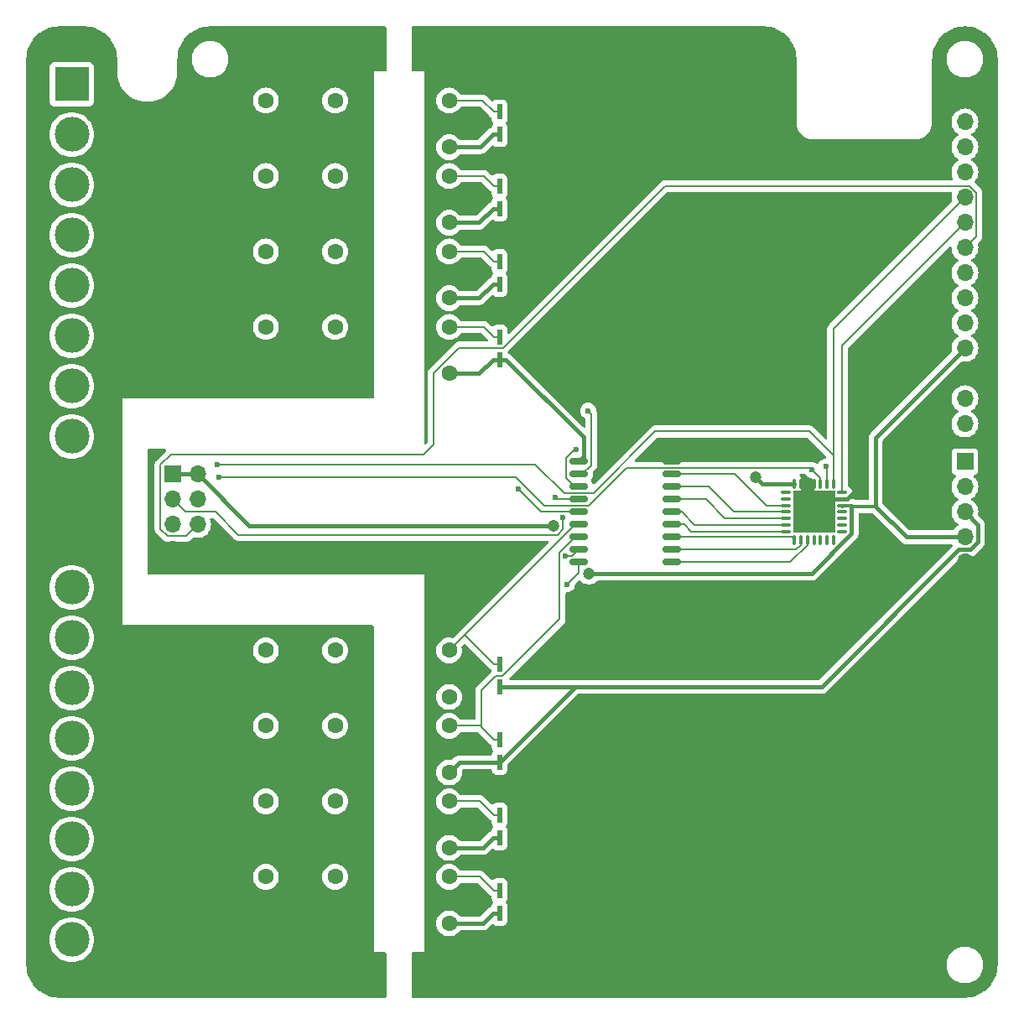
<source format=gbr>
%TF.GenerationSoftware,KiCad,Pcbnew,8.0.4-8.0.4-0~ubuntu22.04.1*%
%TF.CreationDate,2024-08-10T22:22:13+03:00*%
%TF.ProjectId,PM-RQ8,504d2d52-5138-42e6-9b69-6361645f7063,rev?*%
%TF.SameCoordinates,Original*%
%TF.FileFunction,Copper,L1,Top*%
%TF.FilePolarity,Positive*%
%FSLAX46Y46*%
G04 Gerber Fmt 4.6, Leading zero omitted, Abs format (unit mm)*
G04 Created by KiCad (PCBNEW 8.0.4-8.0.4-0~ubuntu22.04.1) date 2024-08-10 22:22:13*
%MOMM*%
%LPD*%
G01*
G04 APERTURE LIST*
G04 Aperture macros list*
%AMRoundRect*
0 Rectangle with rounded corners*
0 $1 Rounding radius*
0 $2 $3 $4 $5 $6 $7 $8 $9 X,Y pos of 4 corners*
0 Add a 4 corners polygon primitive as box body*
4,1,4,$2,$3,$4,$5,$6,$7,$8,$9,$2,$3,0*
0 Add four circle primitives for the rounded corners*
1,1,$1+$1,$2,$3*
1,1,$1+$1,$4,$5*
1,1,$1+$1,$6,$7*
1,1,$1+$1,$8,$9*
0 Add four rect primitives between the rounded corners*
20,1,$1+$1,$2,$3,$4,$5,0*
20,1,$1+$1,$4,$5,$6,$7,0*
20,1,$1+$1,$6,$7,$8,$9,0*
20,1,$1+$1,$8,$9,$2,$3,0*%
G04 Aperture macros list end*
%TA.AperFunction,SMDPad,CuDef*%
%ADD10R,0.533400X1.524000*%
%TD*%
%TA.AperFunction,ComponentPad*%
%ADD11C,1.608000*%
%TD*%
%TA.AperFunction,SMDPad,CuDef*%
%ADD12RoundRect,0.075000X0.437500X0.075000X-0.437500X0.075000X-0.437500X-0.075000X0.437500X-0.075000X0*%
%TD*%
%TA.AperFunction,SMDPad,CuDef*%
%ADD13RoundRect,0.075000X0.075000X0.437500X-0.075000X0.437500X-0.075000X-0.437500X0.075000X-0.437500X0*%
%TD*%
%TA.AperFunction,HeatsinkPad*%
%ADD14R,4.250000X4.250000*%
%TD*%
%TA.AperFunction,SMDPad,CuDef*%
%ADD15RoundRect,0.150000X0.800000X0.150000X-0.800000X0.150000X-0.800000X-0.150000X0.800000X-0.150000X0*%
%TD*%
%TA.AperFunction,ComponentPad*%
%ADD16R,3.500000X3.500000*%
%TD*%
%TA.AperFunction,ComponentPad*%
%ADD17C,3.500000*%
%TD*%
%TA.AperFunction,ComponentPad*%
%ADD18O,6.350000X6.350000*%
%TD*%
%TA.AperFunction,ComponentPad*%
%ADD19R,1.700000X1.700000*%
%TD*%
%TA.AperFunction,ComponentPad*%
%ADD20O,1.700000X1.700000*%
%TD*%
%TA.AperFunction,SMDPad,CuDef*%
%ADD21RoundRect,0.250000X-0.537500X-1.450000X0.537500X-1.450000X0.537500X1.450000X-0.537500X1.450000X0*%
%TD*%
%TA.AperFunction,ViaPad*%
%ADD22C,0.600000*%
%TD*%
%TA.AperFunction,ViaPad*%
%ADD23C,1.200000*%
%TD*%
%TA.AperFunction,Conductor*%
%ADD24C,0.400000*%
%TD*%
%TA.AperFunction,Conductor*%
%ADD25C,0.200000*%
%TD*%
%TA.AperFunction,Conductor*%
%ADD26C,0.300400*%
%TD*%
G04 APERTURE END LIST*
D10*
%TO.P,D4,1*%
%TO.N,/K4*%
X48260000Y-31877000D03*
%TO.P,D4,2*%
%TO.N,+5V*%
X48260000Y-34163000D03*
%TD*%
D11*
%TO.P,K4,1,1*%
%TO.N,/K4*%
X43180000Y-30860000D03*
%TO.P,K4,2,2*%
%TO.N,Net-(J10-Pin_8)*%
X31680000Y-30860000D03*
%TO.P,K4,3,3*%
%TO.N,Net-(J10-Pin_7)*%
X24680000Y-30860000D03*
%TO.P,K4,4,4*%
%TO.N,+5V*%
X43180000Y-35560000D03*
%TD*%
D12*
%TO.P,U6,1,GPB4*%
%TO.N,unconnected-(U6-GPB4-Pad1)*%
X82847500Y-51480000D03*
%TO.P,U6,2,GPB5*%
%TO.N,unconnected-(U6-GPB5-Pad2)*%
X82847500Y-50830000D03*
%TO.P,U6,3,GPB6*%
%TO.N,unconnected-(U6-GPB6-Pad3)*%
X82847500Y-50180000D03*
%TO.P,U6,4,GPB7*%
%TO.N,unconnected-(U6-GPB7-Pad4)*%
X82847500Y-49530000D03*
%TO.P,U6,5,VDD*%
%TO.N,+3.3V*%
X82847500Y-48880000D03*
%TO.P,U6,6,VSS*%
%TO.N,GND*%
X82847500Y-48230000D03*
%TO.P,U6,7,~{CS}*%
%TO.N,/CS1*%
X82847500Y-47580000D03*
D13*
%TO.P,U6,8,SCK*%
%TO.N,/SCK*%
X81960000Y-46692500D03*
%TO.P,U6,9,SI*%
%TO.N,/MOSI*%
X81310000Y-46692500D03*
%TO.P,U6,10,SO*%
%TO.N,/MISO*%
X80660000Y-46692500D03*
%TO.P,U6,11,A0*%
%TO.N,GND*%
X80010000Y-46692500D03*
%TO.P,U6,12,A1*%
X79360000Y-46692500D03*
%TO.P,U6,13,A2*%
X78710000Y-46692500D03*
%TO.P,U6,14,~{RESET}*%
%TO.N,+3.3V*%
X78060000Y-46692500D03*
D12*
%TO.P,U6,15,INTB*%
%TO.N,unconnected-(U6-INTB-Pad15)*%
X77172500Y-47580000D03*
%TO.P,U6,16,INTA*%
%TO.N,unconnected-(U6-INTA-Pad16)*%
X77172500Y-48230000D03*
%TO.P,U6,17,GPA0*%
%TO.N,/K1_exp*%
X77172500Y-48880000D03*
%TO.P,U6,18,GPA1*%
%TO.N,/K2_exp*%
X77172500Y-49530000D03*
%TO.P,U6,19,GPA2*%
%TO.N,/K3_exp*%
X77172500Y-50180000D03*
%TO.P,U6,20,GPA3*%
%TO.N,/K4_exp*%
X77172500Y-50830000D03*
%TO.P,U6,21,GPA4*%
%TO.N,/K5_exp*%
X77172500Y-51480000D03*
D13*
%TO.P,U6,22,GPA5*%
%TO.N,/K6_exp*%
X78060000Y-52367500D03*
%TO.P,U6,23,GPA6*%
%TO.N,/K7_exp*%
X78710000Y-52367500D03*
%TO.P,U6,24,GPA7*%
%TO.N,/K8_exp*%
X79360000Y-52367500D03*
%TO.P,U6,25,GPB0*%
%TO.N,unconnected-(U6-GPB0-Pad25)*%
X80010000Y-52367500D03*
%TO.P,U6,26,GPB1*%
%TO.N,unconnected-(U6-GPB1-Pad26)*%
X80660000Y-52367500D03*
%TO.P,U6,27,GPB2*%
%TO.N,unconnected-(U6-GPB2-Pad27)*%
X81310000Y-52367500D03*
%TO.P,U6,28,GPB3*%
%TO.N,unconnected-(U6-GPB3-Pad28)*%
X81960000Y-52367500D03*
D14*
%TO.P,U6,29,EP*%
%TO.N,GND*%
X80010000Y-49530000D03*
%TD*%
D15*
%TO.P,U1,1,I1*%
%TO.N,/K8_exp*%
X65685000Y-54610000D03*
%TO.P,U1,2,I2*%
%TO.N,/K7_exp*%
X65685000Y-53340000D03*
%TO.P,U1,3,I3*%
%TO.N,/K6_exp*%
X65685000Y-52070000D03*
%TO.P,U1,4,I4*%
%TO.N,/K5_exp*%
X65685000Y-50800000D03*
%TO.P,U1,5,I5*%
%TO.N,/K4_exp*%
X65685000Y-49530000D03*
%TO.P,U1,6,I6*%
%TO.N,/K3_exp*%
X65685000Y-48260000D03*
%TO.P,U1,7,I7*%
%TO.N,/K2_exp*%
X65685000Y-46990000D03*
%TO.P,U1,8,I8*%
%TO.N,/K1_exp*%
X65685000Y-45720000D03*
%TO.P,U1,9,GND*%
%TO.N,GND*%
X65685000Y-44450000D03*
%TO.P,U1,10,COM*%
%TO.N,+5V*%
X56235000Y-44450000D03*
%TO.P,U1,11,O8*%
%TO.N,/K1*%
X56235000Y-45720000D03*
%TO.P,U1,12,O7*%
%TO.N,/K2*%
X56235000Y-46990000D03*
%TO.P,U1,13,O6*%
%TO.N,/K3*%
X56235000Y-48260000D03*
%TO.P,U1,14,O5*%
%TO.N,/K4*%
X56235000Y-49530000D03*
%TO.P,U1,15,O4*%
%TO.N,/K5*%
X56235000Y-50800000D03*
%TO.P,U1,16,O3*%
%TO.N,/K6*%
X56235000Y-52070000D03*
%TO.P,U1,17,O2*%
%TO.N,/K7*%
X56235000Y-53340000D03*
%TO.P,U1,18,O1*%
%TO.N,/K8*%
X56235000Y-54610000D03*
%TD*%
D11*
%TO.P,K5,1,1*%
%TO.N,/K5*%
X43180000Y-63500000D03*
%TO.P,K5,2,2*%
%TO.N,Net-(J10-Pin_12)*%
X31680000Y-63500000D03*
%TO.P,K5,3,3*%
%TO.N,Net-(J10-Pin_11)*%
X24680000Y-63500000D03*
%TO.P,K5,4,4*%
%TO.N,+5V*%
X43180000Y-68200000D03*
%TD*%
D16*
%TO.P,J10,1,Pin_1*%
%TO.N,Net-(J10-Pin_1)*%
X5080000Y-6350000D03*
D17*
%TO.P,J10,2,Pin_2*%
%TO.N,Net-(J10-Pin_2)*%
X5080000Y-11430000D03*
%TO.P,J10,3,Pin_3*%
%TO.N,Net-(J10-Pin_3)*%
X5080000Y-16510000D03*
%TO.P,J10,4,Pin_4*%
%TO.N,Net-(J10-Pin_4)*%
X5080000Y-21590000D03*
%TO.P,J10,5,Pin_5*%
%TO.N,Net-(J10-Pin_5)*%
X5080000Y-26670000D03*
%TO.P,J10,6,Pin_6*%
%TO.N,Net-(J10-Pin_6)*%
X5080000Y-31750000D03*
%TO.P,J10,7,Pin_7*%
%TO.N,Net-(J10-Pin_7)*%
X5080000Y-36830000D03*
%TO.P,J10,8,Pin_8*%
%TO.N,Net-(J10-Pin_8)*%
X5080000Y-41910000D03*
%TO.P,J10,9,Pin_9*%
%TO.N,PE*%
X5080000Y-46990000D03*
%TO.P,J10,10,Pin_10*%
X5080000Y-52070000D03*
%TO.P,J10,11,Pin_11*%
%TO.N,Net-(J10-Pin_11)*%
X5080000Y-57150000D03*
%TO.P,J10,12,Pin_12*%
%TO.N,Net-(J10-Pin_12)*%
X5080000Y-62230000D03*
%TO.P,J10,13,Pin_13*%
%TO.N,Net-(J10-Pin_13)*%
X5080000Y-67310000D03*
%TO.P,J10,14,Pin_14*%
%TO.N,Net-(J10-Pin_14)*%
X5080000Y-72390000D03*
%TO.P,J10,15,Pin_15*%
%TO.N,Net-(J10-Pin_15)*%
X5080000Y-77470000D03*
%TO.P,J10,16,Pin_16*%
%TO.N,Net-(J10-Pin_16)*%
X5080000Y-82550000D03*
%TO.P,J10,17,Pin_17*%
%TO.N,Net-(J10-Pin_17)*%
X5080000Y-87630000D03*
%TO.P,J10,18,Pin_18*%
%TO.N,Net-(J10-Pin_18)*%
X5080000Y-92710000D03*
%TD*%
D11*
%TO.P,K6,1,1*%
%TO.N,/K6*%
X43180000Y-71120000D03*
%TO.P,K6,2,2*%
%TO.N,Net-(J10-Pin_14)*%
X31680000Y-71120000D03*
%TO.P,K6,3,3*%
%TO.N,Net-(J10-Pin_13)*%
X24680000Y-71120000D03*
%TO.P,K6,4,4*%
%TO.N,+5V*%
X43180000Y-75820000D03*
%TD*%
%TO.P,K8,1,1*%
%TO.N,/K8*%
X43180000Y-86360000D03*
%TO.P,K8,2,2*%
%TO.N,Net-(J10-Pin_18)*%
X31680000Y-86360000D03*
%TO.P,K8,3,3*%
%TO.N,Net-(J10-Pin_17)*%
X24680000Y-86360000D03*
%TO.P,K8,4,4*%
%TO.N,+5V*%
X43180000Y-91060000D03*
%TD*%
%TO.P,K1,1,1*%
%TO.N,/K1*%
X43180000Y-8000000D03*
%TO.P,K1,2,2*%
%TO.N,Net-(J10-Pin_2)*%
X31680000Y-8000000D03*
%TO.P,K1,3,3*%
%TO.N,Net-(J10-Pin_1)*%
X24680000Y-8000000D03*
%TO.P,K1,4,4*%
%TO.N,+5V*%
X43180000Y-12700000D03*
%TD*%
D10*
%TO.P,D8,1*%
%TO.N,/K8*%
X48260000Y-87757000D03*
%TO.P,D8,2*%
%TO.N,+5V*%
X48260000Y-90043000D03*
%TD*%
%TO.P,D1,1*%
%TO.N,/K1*%
X48260000Y-9144000D03*
%TO.P,D1,2*%
%TO.N,+5V*%
X48260000Y-11430000D03*
%TD*%
D11*
%TO.P,K7,1,1*%
%TO.N,/K7*%
X43180000Y-78740000D03*
%TO.P,K7,2,2*%
%TO.N,Net-(J10-Pin_16)*%
X31680000Y-78740000D03*
%TO.P,K7,3,3*%
%TO.N,Net-(J10-Pin_15)*%
X24680000Y-78740000D03*
%TO.P,K7,4,4*%
%TO.N,+5V*%
X43180000Y-83440000D03*
%TD*%
D10*
%TO.P,D5,1*%
%TO.N,/K5*%
X48260000Y-64897000D03*
%TO.P,D5,2*%
%TO.N,+5V*%
X48260000Y-67183000D03*
%TD*%
%TO.P,D3,1*%
%TO.N,/K3*%
X48260000Y-24257000D03*
%TO.P,D3,2*%
%TO.N,+5V*%
X48260000Y-26543000D03*
%TD*%
D18*
%TO.P,PE1,1*%
%TO.N,PE*%
X19050000Y-95250000D03*
%TD*%
D19*
%TO.P,J1,1,1*%
%TO.N,+3.3V*%
X15240000Y-45720000D03*
D20*
%TO.P,J1,2,2*%
X17780000Y-45720000D03*
%TO.P,J1,3,3*%
%TO.N,/MOSI*%
X15240000Y-48260000D03*
%TO.P,J1,4,4*%
%TO.N,/SCK*%
X17780000Y-48260000D03*
%TO.P,J1,5,5*%
%TO.N,/MISO*%
X15240000Y-50800000D03*
%TO.P,J1,6,6*%
%TO.N,/CS2*%
X17780000Y-50800000D03*
%TO.P,J1,7,7*%
%TO.N,GND*%
X15240000Y-53340000D03*
%TO.P,J1,8,8*%
X17780000Y-53340000D03*
%TD*%
D11*
%TO.P,K3,1,1*%
%TO.N,/K3*%
X43180000Y-23240000D03*
%TO.P,K3,2,2*%
%TO.N,Net-(J10-Pin_6)*%
X31680000Y-23240000D03*
%TO.P,K3,3,3*%
%TO.N,Net-(J10-Pin_5)*%
X24680000Y-23240000D03*
%TO.P,K3,4,4*%
%TO.N,+5V*%
X43180000Y-27940000D03*
%TD*%
%TO.P,K2,1,1*%
%TO.N,/K2*%
X43180000Y-15620000D03*
%TO.P,K2,2,2*%
%TO.N,Net-(J10-Pin_4)*%
X31680000Y-15620000D03*
%TO.P,K2,3,3*%
%TO.N,Net-(J10-Pin_3)*%
X24680000Y-15620000D03*
%TO.P,K2,4,4*%
%TO.N,+5V*%
X43180000Y-20320000D03*
%TD*%
D21*
%TO.P,C1,1*%
%TO.N,PE*%
X35962500Y-96520000D03*
%TO.P,C1,2*%
%TO.N,GND*%
X40237500Y-96520000D03*
%TD*%
D19*
%TO.P,J2,1,Pin_1*%
%TO.N,/SDA*%
X95250000Y-44450000D03*
D20*
%TO.P,J2,2,Pin_2*%
%TO.N,/SCL*%
X95250000Y-46990000D03*
%TO.P,J2,3,Pin_3*%
%TO.N,+5V*%
X95250000Y-49530000D03*
%TO.P,J2,4,Pin_4*%
%TO.N,+3.3V*%
X95250000Y-52070000D03*
%TO.P,J2,5,Pin_5*%
%TO.N,GND*%
X95250000Y-54610000D03*
%TD*%
D10*
%TO.P,D7,1*%
%TO.N,/K7*%
X48260000Y-80137000D03*
%TO.P,D7,2*%
%TO.N,+5V*%
X48260000Y-82423000D03*
%TD*%
%TO.P,D6,1*%
%TO.N,/K6*%
X48260000Y-72517000D03*
%TO.P,D6,2*%
%TO.N,+5V*%
X48260000Y-74803000D03*
%TD*%
%TO.P,D2,1*%
%TO.N,/K2*%
X48260000Y-16637000D03*
%TO.P,D2,2*%
%TO.N,+5V*%
X48260000Y-18923000D03*
%TD*%
D20*
%TO.P,PM1,1,NC*%
%TO.N,unconnected-(PM1-NC-Pad1)*%
X95250000Y-10160000D03*
%TO.P,PM1,2,GPIO2*%
%TO.N,/MOSI*%
X95250000Y-12700000D03*
%TO.P,PM1,3,GPIO3*%
%TO.N,/MISO*%
X95250000Y-15240000D03*
%TO.P,PM1,4,GPIO9*%
%TO.N,/SCK*%
X95250000Y-17780000D03*
%TO.P,PM1,5,GPIO8*%
%TO.N,/CS1*%
X95250000Y-20320000D03*
%TO.P,PM1,6,GPIO7*%
%TO.N,/CS2*%
X95250000Y-22860000D03*
%TO.P,PM1,7,GPIO6*%
%TO.N,unconnected-(PM1-GPIO6-Pad7)*%
X95250000Y-25400000D03*
%TO.P,PM1,8,GPIO5*%
%TO.N,unconnected-(PM1-GPIO5-Pad8)*%
X95250000Y-27940000D03*
%TO.P,PM1,9,GPIO4*%
%TO.N,unconnected-(PM1-GPIO4-Pad9)*%
X95250000Y-30480000D03*
%TO.P,PM1,10,+3.3V*%
%TO.N,+3.3V*%
X95250000Y-33020000D03*
%TO.P,PM1,11,GND*%
%TO.N,GND*%
X95250000Y-35560000D03*
%TO.P,PM1,12,SDA*%
%TO.N,/SDA*%
X95250000Y-38100000D03*
%TO.P,PM1,13,SCL*%
%TO.N,/SCL*%
X95250000Y-40640000D03*
%TO.P,PM1,14,GND*%
%TO.N,GND*%
X68580000Y-2540000D03*
%TD*%
D22*
%TO.N,GND*%
X45720000Y-55880000D03*
X45720000Y-53340000D03*
X81280000Y-48260000D03*
X78740000Y-48260000D03*
X78740000Y-50800000D03*
X81280000Y-50800000D03*
X71120000Y-43180000D03*
X68580000Y-30480000D03*
X71120000Y-30480000D03*
X71120000Y-27940000D03*
X68580000Y-27940000D03*
X68580000Y-63500000D03*
X71120000Y-63500000D03*
X71120000Y-60960000D03*
X68580000Y-60960000D03*
%TO.N,/SCK*%
X19740200Y-44714400D03*
%TO.N,/MISO*%
X79817000Y-45293600D03*
X19905600Y-46001600D03*
%TO.N,/MOSI*%
X54669700Y-50092000D03*
X81203000Y-44933000D03*
D23*
%TO.N,+3.3V*%
X57290500Y-55744000D03*
X53717400Y-50888000D03*
X74091900Y-46002800D03*
D22*
%TO.N,/K2*%
X56040000Y-43261300D03*
%TO.N,/K1*%
X57215000Y-39310200D03*
%TO.N,/K4*%
X50168200Y-47244100D03*
%TO.N,/K8*%
X55073900Y-56827000D03*
%TO.N,/K3*%
X53889200Y-48021100D03*
%TO.N,/K7*%
X54946000Y-53993000D03*
%TD*%
D24*
%TO.N,GND*%
X78740000Y-48260000D02*
X79360000Y-48880000D01*
D25*
%TO.N,/K6_exp*%
X65685000Y-52070000D02*
X77762500Y-52070000D01*
X77762500Y-52070000D02*
X78060000Y-52367500D01*
%TO.N,/K5_exp*%
X67627900Y-51480000D02*
X77172000Y-51480000D01*
X66947900Y-50800000D02*
X67627900Y-51480000D01*
X65685000Y-50800000D02*
X66947900Y-50800000D01*
X77172000Y-51480000D02*
X77172500Y-51480000D01*
%TO.N,/K3_exp*%
X69099900Y-48260000D02*
X65685000Y-48260000D01*
X71019900Y-50180000D02*
X69099900Y-48260000D01*
X77172000Y-50180000D02*
X71019900Y-50180000D01*
X77172000Y-50180000D02*
X77172500Y-50180000D01*
%TO.N,/K2_exp*%
X71880300Y-49530000D02*
X77172000Y-49530000D01*
X69340300Y-46990000D02*
X71880300Y-49530000D01*
X65685000Y-46990000D02*
X69340300Y-46990000D01*
X77172000Y-49530000D02*
X77172500Y-49530000D01*
%TO.N,/K1_exp*%
X75200000Y-48880000D02*
X77172000Y-48880000D01*
X72040000Y-45720000D02*
X75200000Y-48880000D01*
X65685000Y-45720000D02*
X72040000Y-45720000D01*
X77172000Y-48880000D02*
X77172500Y-48880000D01*
%TO.N,/K7_exp*%
X78710000Y-52854000D02*
X78710000Y-52368000D01*
X78224000Y-53340000D02*
X78710000Y-52854000D01*
X65685000Y-53340000D02*
X78224000Y-53340000D01*
X78710000Y-52368000D02*
X78710000Y-52367500D01*
%TO.N,/K4_exp*%
X67949800Y-50830000D02*
X77172000Y-50830000D01*
X66649800Y-49530000D02*
X67949800Y-50830000D01*
X65685000Y-49530000D02*
X66649800Y-49530000D01*
X77172000Y-50830000D02*
X77172500Y-50830000D01*
%TO.N,/K8_exp*%
X79360000Y-52856000D02*
X79360000Y-52368000D01*
X77606000Y-54610000D02*
X79360000Y-52856000D01*
X65685000Y-54610000D02*
X77606000Y-54610000D01*
X79360000Y-52368000D02*
X79360000Y-52367500D01*
%TO.N,/SCK*%
X81960000Y-31070000D02*
X81960000Y-43821500D01*
X95250000Y-17780000D02*
X81960000Y-31070000D01*
X51877600Y-44714400D02*
X19740200Y-44714400D01*
X54788200Y-47625000D02*
X51877600Y-44714400D01*
X57771700Y-47625000D02*
X54788200Y-47625000D01*
X63994700Y-41402000D02*
X57771700Y-47625000D01*
X79540000Y-41402000D02*
X63994700Y-41402000D01*
X81960000Y-43821500D02*
X79540000Y-41402000D01*
X81960000Y-43821500D02*
X81960000Y-46692500D01*
%TO.N,/MISO*%
X79608000Y-45085000D02*
X79817000Y-45293600D01*
X61061400Y-45085000D02*
X79608000Y-45085000D01*
X57251400Y-48895000D02*
X61061400Y-45085000D01*
X52782100Y-48895000D02*
X57251400Y-48895000D01*
X49890200Y-46003100D02*
X52782100Y-48895000D01*
X20460900Y-46003100D02*
X49890200Y-46003100D01*
X20459400Y-46001600D02*
X20460900Y-46003100D01*
X19905600Y-46001600D02*
X20459400Y-46001600D01*
X80660000Y-46137000D02*
X80660000Y-46692500D01*
X79817000Y-45293600D02*
X80660000Y-46137000D01*
%TO.N,/MOSI*%
X81310000Y-45040000D02*
X81203000Y-44933000D01*
X81310000Y-46692500D02*
X81310000Y-45040000D01*
X16510000Y-49530000D02*
X15240000Y-48260000D01*
X19602000Y-49530000D02*
X16510000Y-49530000D01*
X21893700Y-51822000D02*
X19602000Y-49530000D01*
X54103600Y-51822000D02*
X21893700Y-51822000D01*
X54669700Y-51256000D02*
X54103600Y-51822000D01*
X54669700Y-50092000D02*
X54669700Y-51256000D01*
D24*
%TO.N,+3.3V*%
X15240000Y-45720000D02*
X17780000Y-45720000D01*
X83801000Y-51716000D02*
X83801000Y-48979500D01*
X79772000Y-55744000D02*
X83801000Y-51716000D01*
X57290500Y-55744000D02*
X79772000Y-55744000D01*
X86243000Y-42026800D02*
X86243000Y-48979500D01*
X95250000Y-33020000D02*
X86243000Y-42026800D01*
D26*
X86243000Y-48979500D02*
X83801000Y-48979500D01*
D24*
X83801000Y-48880000D02*
X83801000Y-48979500D01*
X89334000Y-52070000D02*
X95250000Y-52070000D01*
X86243000Y-48979500D02*
X89334000Y-52070000D01*
X22948000Y-50888000D02*
X17780000Y-45720000D01*
X53717400Y-50888000D02*
X22948000Y-50888000D01*
D26*
X83801000Y-48880000D02*
X82848000Y-48880000D01*
D24*
X82848000Y-48880000D02*
X82847500Y-48880000D01*
X74781600Y-46692500D02*
X74091900Y-46002800D01*
X78060000Y-46692500D02*
X74781600Y-46692500D01*
D25*
%TO.N,/CS1*%
X82848000Y-32722000D02*
X82848000Y-36657400D01*
X95250000Y-20320000D02*
X82848000Y-32722000D01*
X82847500Y-36657900D02*
X82847500Y-47580000D01*
X82848000Y-36657400D02*
X82847500Y-36657900D01*
D24*
%TO.N,+5V*%
X48260000Y-67183000D02*
X55880000Y-67183000D01*
X47591600Y-26543000D02*
X48260000Y-26543000D01*
X46194600Y-27940000D02*
X47591600Y-26543000D01*
X43180000Y-27940000D02*
X46194600Y-27940000D01*
X44197000Y-74803000D02*
X43180000Y-75820000D01*
X48260000Y-74803000D02*
X44197000Y-74803000D01*
X48260000Y-74803000D02*
X55880000Y-67183000D01*
X46574600Y-91060000D02*
X43180000Y-91060000D01*
X47591600Y-90043000D02*
X46574600Y-91060000D01*
X48260000Y-90043000D02*
X47591600Y-90043000D01*
X96540000Y-50820000D02*
X95250000Y-49530000D01*
X96540000Y-52568000D02*
X96540000Y-50820000D01*
X95768000Y-53340000D02*
X96540000Y-52568000D01*
X94620000Y-53340000D02*
X95768000Y-53340000D01*
X80777000Y-67183000D02*
X94620000Y-53340000D01*
X57404000Y-67183000D02*
X80777000Y-67183000D01*
X47591600Y-82423000D02*
X48260000Y-82423000D01*
X46574600Y-83440000D02*
X47591600Y-82423000D01*
X43180000Y-83440000D02*
X46574600Y-83440000D01*
X47591600Y-34163000D02*
X48260000Y-34163000D01*
X46194600Y-35560000D02*
X47591600Y-34163000D01*
X43180000Y-35560000D02*
X46194600Y-35560000D01*
X47591600Y-11430000D02*
X48260000Y-11430000D01*
X46321600Y-12700000D02*
X47591600Y-11430000D01*
X43180000Y-12700000D02*
X46321600Y-12700000D01*
X48928400Y-34163000D02*
X48260000Y-34163000D01*
X56741800Y-41976400D02*
X48928400Y-34163000D01*
X56741800Y-43943200D02*
X56741800Y-41976400D01*
X56235000Y-44450000D02*
X56741800Y-43943200D01*
X55880000Y-67183000D02*
X57404000Y-67183000D01*
X47591600Y-18923000D02*
X48260000Y-18923000D01*
X46194600Y-20320000D02*
X47591600Y-18923000D01*
X43180000Y-20320000D02*
X46194600Y-20320000D01*
X55880000Y-67183000D02*
X57404000Y-67183000D01*
D25*
%TO.N,/K2*%
X47691600Y-16637000D02*
X48260000Y-16637000D01*
X46674600Y-15620000D02*
X47691600Y-16637000D01*
X43180000Y-15620000D02*
X46674600Y-15620000D01*
X55806900Y-43261300D02*
X56040000Y-43261300D01*
X54982700Y-44085500D02*
X55806900Y-43261300D01*
X54982700Y-46119100D02*
X54982700Y-44085500D01*
X55853600Y-46990000D02*
X54982700Y-46119100D01*
X56235000Y-46990000D02*
X55853600Y-46990000D01*
%TO.N,/K1*%
X57534700Y-39629900D02*
X57215000Y-39310200D01*
X57534700Y-44801700D02*
X57534700Y-39629900D01*
X56616400Y-45720000D02*
X57534700Y-44801700D01*
X56235000Y-45720000D02*
X56616400Y-45720000D01*
X47691600Y-9144000D02*
X48260000Y-9144000D01*
X46547600Y-8000000D02*
X47691600Y-9144000D01*
X43180000Y-8000000D02*
X46547600Y-8000000D01*
%TO.N,/K4*%
X46674600Y-30860000D02*
X43180000Y-30860000D01*
X47691600Y-31877000D02*
X46674600Y-30860000D01*
X48260000Y-31877000D02*
X47691600Y-31877000D01*
X52414100Y-49490000D02*
X50168200Y-47244100D01*
X56195000Y-49490000D02*
X52414100Y-49490000D01*
X56235000Y-49530000D02*
X56195000Y-49490000D01*
%TO.N,/K8*%
X56235000Y-55666000D02*
X55073900Y-56827000D01*
X56235000Y-54610000D02*
X56235000Y-55666000D01*
X47691600Y-87757000D02*
X48260000Y-87757000D01*
X46294600Y-86360000D02*
X47691600Y-87757000D01*
X43180000Y-86360000D02*
X46294600Y-86360000D01*
%TO.N,/K6*%
X43180000Y-71120000D02*
X46416700Y-71120000D01*
X46416700Y-67550000D02*
X46416700Y-71120000D01*
X47847500Y-66119000D02*
X46416700Y-67550000D01*
X48583200Y-66119000D02*
X47847500Y-66119000D01*
X54344300Y-60358000D02*
X48583200Y-66119000D01*
X54344300Y-53628000D02*
X54344300Y-60358000D01*
X55901800Y-52070000D02*
X54344300Y-53628000D01*
X56235000Y-52070000D02*
X55901800Y-52070000D01*
X46416700Y-71242000D02*
X46416700Y-71120000D01*
X47691600Y-72517000D02*
X46416700Y-71242000D01*
X48260000Y-72517000D02*
X47691600Y-72517000D01*
%TO.N,/CS2*%
X16628000Y-51952000D02*
X17780000Y-50800000D01*
X14762900Y-51952000D02*
X16628000Y-51952000D01*
X14050100Y-51239000D02*
X14762900Y-51952000D01*
X14050100Y-44755700D02*
X14050100Y-51239000D01*
X15084900Y-43720900D02*
X14050100Y-44755700D01*
X40633100Y-43720900D02*
X15084900Y-43720900D01*
X41597700Y-42756300D02*
X40633100Y-43720900D01*
X41597700Y-35510200D02*
X41597700Y-42756300D01*
X44167200Y-32940700D02*
X41597700Y-35510200D01*
X48651700Y-32940700D02*
X44167200Y-32940700D01*
X64974800Y-16617600D02*
X48651700Y-32940700D01*
X95744000Y-16617600D02*
X64974800Y-16617600D01*
X96403000Y-17276400D02*
X95744000Y-16617600D01*
X96403000Y-21706800D02*
X96403000Y-17276400D01*
X95250000Y-22860000D02*
X96403000Y-21706800D01*
%TO.N,/K5*%
X44737300Y-61943000D02*
X43180000Y-63500000D01*
X47691600Y-64897000D02*
X48260000Y-64897000D01*
X44737300Y-61943000D02*
X47691600Y-64897000D01*
X55880000Y-50800000D02*
X56235000Y-50800000D01*
X44737300Y-61943000D02*
X55880000Y-50800000D01*
%TO.N,/K3*%
X53889200Y-48019500D02*
X53889200Y-48021100D01*
X54129700Y-48260000D02*
X53889200Y-48019500D01*
X56235000Y-48260000D02*
X54129700Y-48260000D01*
X47691600Y-24257000D02*
X48260000Y-24257000D01*
X46674600Y-23240000D02*
X47691600Y-24257000D01*
X43180000Y-23240000D02*
X46674600Y-23240000D01*
%TO.N,/K7*%
X55582300Y-53993000D02*
X54946000Y-53993000D01*
X56235000Y-53340000D02*
X55582300Y-53993000D01*
X46294600Y-78740000D02*
X43180000Y-78740000D01*
X47691600Y-80137000D02*
X46294600Y-78740000D01*
X48260000Y-80137000D02*
X47691600Y-80137000D01*
D24*
%TO.N,GND*%
X79360000Y-48880000D02*
X80010000Y-49530000D01*
X81310000Y-48230000D02*
X82847500Y-48230000D01*
X84582000Y-47031800D02*
X84582000Y-44704000D01*
X83384000Y-48230000D02*
X84582000Y-47031800D01*
X82847500Y-48230000D02*
X83384000Y-48230000D01*
X81310000Y-48230000D02*
X81280000Y-48260000D01*
X81280000Y-48260000D02*
X80010000Y-49530000D01*
X78710000Y-48230000D02*
X78740000Y-48260000D01*
X79360000Y-48880000D02*
X80010000Y-49530000D01*
X81280000Y-48260000D02*
X80010000Y-49530000D01*
X81310000Y-48230000D02*
X81280000Y-48260000D01*
%TD*%
%TA.AperFunction,Conductor*%
%TO.N,PE*%
G36*
X6353243Y-500669D02*
G01*
X6689450Y-518290D01*
X6702358Y-519647D01*
X7031677Y-571806D01*
X7044342Y-574497D01*
X7366422Y-660798D01*
X7378749Y-664803D01*
X7690038Y-784296D01*
X7701873Y-789565D01*
X7998976Y-940947D01*
X8010191Y-947423D01*
X8289832Y-1129023D01*
X8300313Y-1136638D01*
X8559441Y-1346475D01*
X8569086Y-1355160D01*
X8804839Y-1590913D01*
X8813524Y-1600558D01*
X9023359Y-1859683D01*
X9030978Y-1870171D01*
X9212573Y-2149802D01*
X9219055Y-2161029D01*
X9348834Y-2415733D01*
X9370429Y-2458115D01*
X9375708Y-2469972D01*
X9495193Y-2781241D01*
X9499204Y-2793586D01*
X9585498Y-3115642D01*
X9588196Y-3128337D01*
X9640352Y-3457641D01*
X9641709Y-3470549D01*
X9659330Y-3806756D01*
X9659500Y-3813246D01*
X9659500Y-5239342D01*
X9692812Y-5556295D01*
X9692813Y-5556296D01*
X9759070Y-5868014D01*
X9759071Y-5868015D01*
X9759072Y-5868019D01*
X9857553Y-6171113D01*
X9924540Y-6321569D01*
X9987178Y-6462257D01*
X9987181Y-6462262D01*
X10146520Y-6738246D01*
X10146520Y-6738247D01*
X10333851Y-6996083D01*
X10429267Y-7102052D01*
X10547091Y-7232909D01*
X10659670Y-7334275D01*
X10783916Y-7446148D01*
X10783922Y-7446152D01*
X10783925Y-7446155D01*
X10929784Y-7552128D01*
X11041753Y-7633479D01*
X11221443Y-7737223D01*
X11317747Y-7792824D01*
X11608887Y-7922447D01*
X11911981Y-8020928D01*
X11911984Y-8020928D01*
X11911985Y-8020929D01*
X11954934Y-8030058D01*
X12223708Y-8087188D01*
X12540654Y-8120500D01*
X12540658Y-8120500D01*
X12859342Y-8120500D01*
X12859346Y-8120500D01*
X13176292Y-8087188D01*
X13488019Y-8020928D01*
X13552435Y-7999998D01*
X23370517Y-7999998D01*
X23370517Y-8000001D01*
X23390410Y-8227383D01*
X23390412Y-8227394D01*
X23449485Y-8447862D01*
X23449487Y-8447866D01*
X23449488Y-8447870D01*
X23497721Y-8551306D01*
X23545953Y-8654741D01*
X23545955Y-8654745D01*
X23676872Y-8841712D01*
X23676881Y-8841722D01*
X23838277Y-9003118D01*
X23838287Y-9003127D01*
X24025254Y-9134044D01*
X24025258Y-9134046D01*
X24232130Y-9230512D01*
X24452611Y-9289589D01*
X24615031Y-9303799D01*
X24679998Y-9309483D01*
X24680000Y-9309483D01*
X24680002Y-9309483D01*
X24736847Y-9304509D01*
X24907389Y-9289589D01*
X25127870Y-9230512D01*
X25334742Y-9134046D01*
X25521719Y-9003122D01*
X25683122Y-8841719D01*
X25814046Y-8654742D01*
X25910512Y-8447870D01*
X25969589Y-8227389D01*
X25989483Y-8000000D01*
X25989483Y-7999998D01*
X30370517Y-7999998D01*
X30370517Y-8000001D01*
X30390410Y-8227383D01*
X30390412Y-8227394D01*
X30449485Y-8447862D01*
X30449487Y-8447866D01*
X30449488Y-8447870D01*
X30497721Y-8551306D01*
X30545953Y-8654741D01*
X30545955Y-8654745D01*
X30676872Y-8841712D01*
X30676881Y-8841722D01*
X30838277Y-9003118D01*
X30838287Y-9003127D01*
X31025254Y-9134044D01*
X31025258Y-9134046D01*
X31232130Y-9230512D01*
X31452611Y-9289589D01*
X31615031Y-9303799D01*
X31679998Y-9309483D01*
X31680000Y-9309483D01*
X31680002Y-9309483D01*
X31736847Y-9304509D01*
X31907389Y-9289589D01*
X32127870Y-9230512D01*
X32334742Y-9134046D01*
X32521719Y-9003122D01*
X32683122Y-8841719D01*
X32814046Y-8654742D01*
X32910512Y-8447870D01*
X32969589Y-8227389D01*
X32989483Y-8000000D01*
X32969589Y-7772611D01*
X32910512Y-7552130D01*
X32814046Y-7345259D01*
X32814044Y-7345255D01*
X32683121Y-7158280D01*
X32521722Y-6996881D01*
X32521712Y-6996872D01*
X32334745Y-6865955D01*
X32334741Y-6865953D01*
X32231306Y-6817721D01*
X32127870Y-6769488D01*
X32127866Y-6769487D01*
X32127862Y-6769485D01*
X31907394Y-6710412D01*
X31907390Y-6710411D01*
X31907389Y-6710411D01*
X31907388Y-6710410D01*
X31907383Y-6710410D01*
X31680002Y-6690517D01*
X31679998Y-6690517D01*
X31452616Y-6710410D01*
X31452605Y-6710412D01*
X31232137Y-6769485D01*
X31232128Y-6769489D01*
X31025259Y-6865953D01*
X31025255Y-6865955D01*
X30838280Y-6996878D01*
X30676878Y-7158280D01*
X30545955Y-7345255D01*
X30545953Y-7345259D01*
X30449489Y-7552128D01*
X30449485Y-7552137D01*
X30390412Y-7772605D01*
X30390410Y-7772616D01*
X30370517Y-7999998D01*
X25989483Y-7999998D01*
X25969589Y-7772611D01*
X25910512Y-7552130D01*
X25814046Y-7345259D01*
X25814044Y-7345255D01*
X25683121Y-7158280D01*
X25521722Y-6996881D01*
X25521712Y-6996872D01*
X25334745Y-6865955D01*
X25334741Y-6865953D01*
X25231306Y-6817721D01*
X25127870Y-6769488D01*
X25127866Y-6769487D01*
X25127862Y-6769485D01*
X24907394Y-6710412D01*
X24907390Y-6710411D01*
X24907389Y-6710411D01*
X24907388Y-6710410D01*
X24907383Y-6710410D01*
X24680002Y-6690517D01*
X24679998Y-6690517D01*
X24452616Y-6710410D01*
X24452605Y-6710412D01*
X24232137Y-6769485D01*
X24232128Y-6769489D01*
X24025259Y-6865953D01*
X24025255Y-6865955D01*
X23838280Y-6996878D01*
X23676878Y-7158280D01*
X23545955Y-7345255D01*
X23545953Y-7345259D01*
X23449489Y-7552128D01*
X23449485Y-7552137D01*
X23390412Y-7772605D01*
X23390410Y-7772616D01*
X23370517Y-7999998D01*
X13552435Y-7999998D01*
X13791113Y-7922447D01*
X14082253Y-7792824D01*
X14358246Y-7633479D01*
X14358247Y-7633479D01*
X14406502Y-7598418D01*
X14616075Y-7446155D01*
X14852909Y-7232909D01*
X15065432Y-6996878D01*
X15066148Y-6996083D01*
X15066148Y-6996081D01*
X15066155Y-6996075D01*
X15253478Y-6738248D01*
X15412824Y-6462253D01*
X15542447Y-6171113D01*
X15640928Y-5868019D01*
X15707188Y-5556292D01*
X15740500Y-5239346D01*
X15740500Y-5080000D01*
X15740500Y-5014108D01*
X15740500Y-3813246D01*
X15740670Y-3806756D01*
X15743953Y-3744108D01*
X15746856Y-3688711D01*
X17199500Y-3688711D01*
X17199500Y-3931288D01*
X17231161Y-4171785D01*
X17293947Y-4406104D01*
X17386773Y-4630205D01*
X17386776Y-4630212D01*
X17508064Y-4840289D01*
X17508066Y-4840292D01*
X17508067Y-4840293D01*
X17655733Y-5032736D01*
X17655739Y-5032743D01*
X17827256Y-5204260D01*
X17827263Y-5204266D01*
X17917082Y-5273186D01*
X18019711Y-5351936D01*
X18229788Y-5473224D01*
X18453900Y-5566054D01*
X18688211Y-5628838D01*
X18868586Y-5652584D01*
X18928711Y-5660500D01*
X18928712Y-5660500D01*
X19171289Y-5660500D01*
X19219388Y-5654167D01*
X19411789Y-5628838D01*
X19646100Y-5566054D01*
X19870212Y-5473224D01*
X20080289Y-5351936D01*
X20272738Y-5204265D01*
X20444265Y-5032738D01*
X20591936Y-4840289D01*
X20713224Y-4630212D01*
X20806054Y-4406100D01*
X20868838Y-4171789D01*
X20900500Y-3931288D01*
X20900500Y-3688712D01*
X20868838Y-3448211D01*
X20806054Y-3213900D01*
X20713224Y-2989788D01*
X20591936Y-2779711D01*
X20444265Y-2587262D01*
X20444260Y-2587256D01*
X20272743Y-2415739D01*
X20272736Y-2415733D01*
X20080293Y-2268067D01*
X20080292Y-2268066D01*
X20080289Y-2268064D01*
X19894909Y-2161035D01*
X19870214Y-2146777D01*
X19870205Y-2146773D01*
X19646104Y-2053947D01*
X19411785Y-1991161D01*
X19171289Y-1959500D01*
X19171288Y-1959500D01*
X18928712Y-1959500D01*
X18928711Y-1959500D01*
X18688214Y-1991161D01*
X18453895Y-2053947D01*
X18229794Y-2146773D01*
X18229785Y-2146777D01*
X18019706Y-2268067D01*
X17827263Y-2415733D01*
X17827256Y-2415739D01*
X17655739Y-2587256D01*
X17655733Y-2587263D01*
X17508067Y-2779706D01*
X17386777Y-2989785D01*
X17386773Y-2989794D01*
X17293947Y-3213895D01*
X17231161Y-3448214D01*
X17199500Y-3688711D01*
X15746856Y-3688711D01*
X15758290Y-3470547D01*
X15759647Y-3457641D01*
X15761141Y-3448211D01*
X15811806Y-3128318D01*
X15814496Y-3115661D01*
X15900799Y-2793571D01*
X15904801Y-2781256D01*
X16024298Y-2469954D01*
X16029561Y-2458133D01*
X16180951Y-2161014D01*
X16187417Y-2149816D01*
X16369029Y-1870158D01*
X16376631Y-1859695D01*
X16586483Y-1600548D01*
X16595150Y-1590923D01*
X16830923Y-1355150D01*
X16840548Y-1346483D01*
X17099695Y-1136631D01*
X17110158Y-1129029D01*
X17389816Y-947417D01*
X17401014Y-940951D01*
X17698133Y-789561D01*
X17709954Y-784298D01*
X18021256Y-664801D01*
X18033571Y-660799D01*
X18355661Y-574496D01*
X18368318Y-571806D01*
X18697643Y-519646D01*
X18710547Y-518290D01*
X19046756Y-500669D01*
X19053246Y-500500D01*
X36706000Y-500500D01*
X36773039Y-520185D01*
X36818794Y-572989D01*
X36830000Y-624500D01*
X36830000Y-4956000D01*
X36810315Y-5023039D01*
X36757511Y-5068794D01*
X36706000Y-5080000D01*
X35560000Y-5080000D01*
X35560000Y-37976000D01*
X35540315Y-38043039D01*
X35487511Y-38088794D01*
X35436000Y-38100000D01*
X10160000Y-38100000D01*
X10160000Y-60960000D01*
X35436000Y-60960000D01*
X35503039Y-60979685D01*
X35548794Y-61032489D01*
X35560000Y-61084000D01*
X35560000Y-93980000D01*
X36706000Y-93980000D01*
X36773039Y-93999685D01*
X36818794Y-94052489D01*
X36830000Y-94104000D01*
X36830000Y-98435500D01*
X36810315Y-98502539D01*
X36757511Y-98548294D01*
X36706000Y-98559500D01*
X3813246Y-98559500D01*
X3806756Y-98559330D01*
X3470549Y-98541709D01*
X3457641Y-98540352D01*
X3128337Y-98488196D01*
X3115642Y-98485498D01*
X2793586Y-98399204D01*
X2781241Y-98395193D01*
X2469972Y-98275708D01*
X2458115Y-98270429D01*
X2161029Y-98119055D01*
X2149802Y-98112573D01*
X1870171Y-97930978D01*
X1859683Y-97923359D01*
X1600558Y-97713524D01*
X1590913Y-97704839D01*
X1355160Y-97469086D01*
X1346475Y-97459441D01*
X1257648Y-97349749D01*
X1136638Y-97200313D01*
X1129023Y-97189832D01*
X947423Y-96910191D01*
X940947Y-96898976D01*
X789565Y-96601873D01*
X784296Y-96590038D01*
X664803Y-96278749D01*
X660798Y-96266422D01*
X574497Y-95944342D01*
X571806Y-95931677D01*
X519647Y-95602358D01*
X518290Y-95589450D01*
X500670Y-95253243D01*
X500500Y-95246753D01*
X500500Y-92709992D01*
X2824671Y-92709992D01*
X2824671Y-92710007D01*
X2843964Y-93004363D01*
X2843965Y-93004373D01*
X2843966Y-93004380D01*
X2843968Y-93004390D01*
X2901518Y-93293716D01*
X2901521Y-93293730D01*
X2996349Y-93573080D01*
X3126825Y-93837660D01*
X3126829Y-93837667D01*
X3290725Y-94082955D01*
X3485241Y-94304758D01*
X3707043Y-94499273D01*
X3952335Y-94663172D01*
X4216923Y-94793652D01*
X4496278Y-94888481D01*
X4785620Y-94946034D01*
X4813888Y-94947886D01*
X5079993Y-94965329D01*
X5080000Y-94965329D01*
X5080007Y-94965329D01*
X5315675Y-94949881D01*
X5374380Y-94946034D01*
X5663722Y-94888481D01*
X5943077Y-94793652D01*
X6207665Y-94663172D01*
X6452957Y-94499273D01*
X6674758Y-94304758D01*
X6869273Y-94082957D01*
X7033172Y-93837665D01*
X7163652Y-93573077D01*
X7258481Y-93293722D01*
X7316034Y-93004380D01*
X7335329Y-92710000D01*
X7335329Y-92709992D01*
X7316035Y-92415636D01*
X7316034Y-92415620D01*
X7258481Y-92126278D01*
X7163652Y-91846923D01*
X7033172Y-91582336D01*
X6869273Y-91337043D01*
X6826655Y-91288447D01*
X6674758Y-91115241D01*
X6452955Y-90920725D01*
X6207667Y-90756829D01*
X6207660Y-90756825D01*
X5943080Y-90626349D01*
X5663730Y-90531521D01*
X5663724Y-90531519D01*
X5663722Y-90531519D01*
X5374380Y-90473966D01*
X5374373Y-90473965D01*
X5374363Y-90473964D01*
X5080007Y-90454671D01*
X5079993Y-90454671D01*
X4785636Y-90473964D01*
X4785624Y-90473965D01*
X4785620Y-90473966D01*
X4785612Y-90473967D01*
X4785609Y-90473968D01*
X4496283Y-90531518D01*
X4496269Y-90531521D01*
X4216919Y-90626349D01*
X3952334Y-90756828D01*
X3707041Y-90920728D01*
X3485241Y-91115241D01*
X3290728Y-91337041D01*
X3126828Y-91582334D01*
X2996349Y-91846919D01*
X2901521Y-92126269D01*
X2901518Y-92126283D01*
X2843968Y-92415609D01*
X2843964Y-92415636D01*
X2824671Y-92709992D01*
X500500Y-92709992D01*
X500500Y-87629992D01*
X2824671Y-87629992D01*
X2824671Y-87630007D01*
X2843964Y-87924363D01*
X2843965Y-87924373D01*
X2843966Y-87924380D01*
X2843968Y-87924390D01*
X2901518Y-88213716D01*
X2901521Y-88213730D01*
X2996349Y-88493080D01*
X3126825Y-88757660D01*
X3126829Y-88757667D01*
X3290725Y-89002955D01*
X3485241Y-89224758D01*
X3707043Y-89419273D01*
X3952335Y-89583172D01*
X4216923Y-89713652D01*
X4496278Y-89808481D01*
X4785620Y-89866034D01*
X4813888Y-89867886D01*
X5079993Y-89885329D01*
X5080000Y-89885329D01*
X5080007Y-89885329D01*
X5315675Y-89869881D01*
X5374380Y-89866034D01*
X5663722Y-89808481D01*
X5943077Y-89713652D01*
X6207665Y-89583172D01*
X6452957Y-89419273D01*
X6674758Y-89224758D01*
X6869273Y-89002957D01*
X7033172Y-88757665D01*
X7163652Y-88493077D01*
X7258481Y-88213722D01*
X7316034Y-87924380D01*
X7334045Y-87649589D01*
X7335329Y-87630007D01*
X7335329Y-87629992D01*
X7316035Y-87335636D01*
X7316034Y-87335620D01*
X7258481Y-87046278D01*
X7163652Y-86766923D01*
X7033172Y-86502336D01*
X6938065Y-86359998D01*
X23370517Y-86359998D01*
X23370517Y-86360001D01*
X23390410Y-86587383D01*
X23390412Y-86587394D01*
X23449485Y-86807862D01*
X23449487Y-86807866D01*
X23449488Y-86807870D01*
X23497721Y-86911306D01*
X23545953Y-87014741D01*
X23545955Y-87014745D01*
X23676872Y-87201712D01*
X23676881Y-87201722D01*
X23838277Y-87363118D01*
X23838287Y-87363127D01*
X24025254Y-87494044D01*
X24025258Y-87494046D01*
X24232130Y-87590512D01*
X24452611Y-87649589D01*
X24615031Y-87663799D01*
X24679998Y-87669483D01*
X24680000Y-87669483D01*
X24680002Y-87669483D01*
X24736847Y-87664509D01*
X24907389Y-87649589D01*
X25127870Y-87590512D01*
X25334742Y-87494046D01*
X25521719Y-87363122D01*
X25683122Y-87201719D01*
X25814046Y-87014742D01*
X25910512Y-86807870D01*
X25969589Y-86587389D01*
X25989483Y-86360000D01*
X25989483Y-86359998D01*
X30370517Y-86359998D01*
X30370517Y-86360001D01*
X30390410Y-86587383D01*
X30390412Y-86587394D01*
X30449485Y-86807862D01*
X30449487Y-86807866D01*
X30449488Y-86807870D01*
X30497721Y-86911306D01*
X30545953Y-87014741D01*
X30545955Y-87014745D01*
X30676872Y-87201712D01*
X30676881Y-87201722D01*
X30838277Y-87363118D01*
X30838287Y-87363127D01*
X31025254Y-87494044D01*
X31025258Y-87494046D01*
X31232130Y-87590512D01*
X31452611Y-87649589D01*
X31615031Y-87663799D01*
X31679998Y-87669483D01*
X31680000Y-87669483D01*
X31680002Y-87669483D01*
X31736847Y-87664509D01*
X31907389Y-87649589D01*
X32127870Y-87590512D01*
X32334742Y-87494046D01*
X32521719Y-87363122D01*
X32683122Y-87201719D01*
X32814046Y-87014742D01*
X32910512Y-86807870D01*
X32969589Y-86587389D01*
X32989483Y-86360000D01*
X32969589Y-86132611D01*
X32910512Y-85912130D01*
X32814046Y-85705259D01*
X32814044Y-85705255D01*
X32718781Y-85569208D01*
X32683122Y-85518281D01*
X32521719Y-85356878D01*
X32521717Y-85356876D01*
X32521712Y-85356872D01*
X32334745Y-85225955D01*
X32334741Y-85225953D01*
X32231306Y-85177721D01*
X32127870Y-85129488D01*
X32127866Y-85129487D01*
X32127862Y-85129485D01*
X31907394Y-85070412D01*
X31907390Y-85070411D01*
X31907389Y-85070411D01*
X31907388Y-85070410D01*
X31907383Y-85070410D01*
X31680002Y-85050517D01*
X31679998Y-85050517D01*
X31452616Y-85070410D01*
X31452605Y-85070412D01*
X31232137Y-85129485D01*
X31232128Y-85129489D01*
X31025259Y-85225953D01*
X31025255Y-85225955D01*
X30838280Y-85356878D01*
X30676878Y-85518280D01*
X30545955Y-85705255D01*
X30545953Y-85705259D01*
X30449489Y-85912128D01*
X30449485Y-85912137D01*
X30390412Y-86132605D01*
X30390410Y-86132616D01*
X30370517Y-86359998D01*
X25989483Y-86359998D01*
X25969589Y-86132611D01*
X25910512Y-85912130D01*
X25814046Y-85705259D01*
X25814044Y-85705255D01*
X25718781Y-85569208D01*
X25683122Y-85518281D01*
X25521719Y-85356878D01*
X25521717Y-85356876D01*
X25521712Y-85356872D01*
X25334745Y-85225955D01*
X25334741Y-85225953D01*
X25231306Y-85177721D01*
X25127870Y-85129488D01*
X25127866Y-85129487D01*
X25127862Y-85129485D01*
X24907394Y-85070412D01*
X24907390Y-85070411D01*
X24907389Y-85070411D01*
X24907388Y-85070410D01*
X24907383Y-85070410D01*
X24680002Y-85050517D01*
X24679998Y-85050517D01*
X24452616Y-85070410D01*
X24452605Y-85070412D01*
X24232137Y-85129485D01*
X24232128Y-85129489D01*
X24025259Y-85225953D01*
X24025255Y-85225955D01*
X23838280Y-85356878D01*
X23676878Y-85518280D01*
X23545955Y-85705255D01*
X23545953Y-85705259D01*
X23449489Y-85912128D01*
X23449485Y-85912137D01*
X23390412Y-86132605D01*
X23390410Y-86132616D01*
X23370517Y-86359998D01*
X6938065Y-86359998D01*
X6869273Y-86257043D01*
X6760149Y-86132611D01*
X6674758Y-86035241D01*
X6452955Y-85840725D01*
X6207667Y-85676829D01*
X6207660Y-85676825D01*
X5943080Y-85546349D01*
X5663730Y-85451521D01*
X5663724Y-85451519D01*
X5663722Y-85451519D01*
X5374380Y-85393966D01*
X5374373Y-85393965D01*
X5374363Y-85393964D01*
X5080007Y-85374671D01*
X5079993Y-85374671D01*
X4785636Y-85393964D01*
X4785624Y-85393965D01*
X4785620Y-85393966D01*
X4785612Y-85393967D01*
X4785609Y-85393968D01*
X4496283Y-85451518D01*
X4496269Y-85451521D01*
X4216919Y-85546349D01*
X3952334Y-85676828D01*
X3707041Y-85840728D01*
X3485241Y-86035241D01*
X3290728Y-86257041D01*
X3126828Y-86502334D01*
X2996349Y-86766919D01*
X2901521Y-87046269D01*
X2901518Y-87046283D01*
X2843968Y-87335609D01*
X2843964Y-87335636D01*
X2824671Y-87629992D01*
X500500Y-87629992D01*
X500500Y-82549992D01*
X2824671Y-82549992D01*
X2824671Y-82550007D01*
X2843964Y-82844363D01*
X2843965Y-82844373D01*
X2843966Y-82844380D01*
X2843968Y-82844390D01*
X2901518Y-83133716D01*
X2901521Y-83133730D01*
X2996349Y-83413080D01*
X3126825Y-83677660D01*
X3126829Y-83677667D01*
X3290725Y-83922955D01*
X3485241Y-84144758D01*
X3707043Y-84339273D01*
X3952335Y-84503172D01*
X4216923Y-84633652D01*
X4496278Y-84728481D01*
X4785620Y-84786034D01*
X4813888Y-84787886D01*
X5079993Y-84805329D01*
X5080000Y-84805329D01*
X5080007Y-84805329D01*
X5315675Y-84789881D01*
X5374380Y-84786034D01*
X5663722Y-84728481D01*
X5943077Y-84633652D01*
X6207665Y-84503172D01*
X6452957Y-84339273D01*
X6674758Y-84144758D01*
X6869273Y-83922957D01*
X7033172Y-83677665D01*
X7163652Y-83413077D01*
X7258481Y-83133722D01*
X7316034Y-82844380D01*
X7335329Y-82550000D01*
X7335329Y-82549992D01*
X7316035Y-82255636D01*
X7316034Y-82255620D01*
X7258481Y-81966278D01*
X7163652Y-81686923D01*
X7033172Y-81422336D01*
X6869273Y-81177043D01*
X6826655Y-81128447D01*
X6674758Y-80955241D01*
X6452955Y-80760725D01*
X6207667Y-80596829D01*
X6207660Y-80596825D01*
X5943080Y-80466349D01*
X5663730Y-80371521D01*
X5663724Y-80371519D01*
X5663722Y-80371519D01*
X5374380Y-80313966D01*
X5374373Y-80313965D01*
X5374363Y-80313964D01*
X5080007Y-80294671D01*
X5079993Y-80294671D01*
X4785636Y-80313964D01*
X4785624Y-80313965D01*
X4785620Y-80313966D01*
X4785612Y-80313967D01*
X4785609Y-80313968D01*
X4496283Y-80371518D01*
X4496269Y-80371521D01*
X4216919Y-80466349D01*
X3952334Y-80596828D01*
X3707041Y-80760728D01*
X3485241Y-80955241D01*
X3290728Y-81177041D01*
X3126828Y-81422334D01*
X2996349Y-81686919D01*
X2901521Y-81966269D01*
X2901518Y-81966283D01*
X2843968Y-82255609D01*
X2843964Y-82255636D01*
X2824671Y-82549992D01*
X500500Y-82549992D01*
X500500Y-77469992D01*
X2824671Y-77469992D01*
X2824671Y-77470007D01*
X2843964Y-77764363D01*
X2843965Y-77764373D01*
X2843966Y-77764380D01*
X2843968Y-77764390D01*
X2901518Y-78053716D01*
X2901521Y-78053730D01*
X2996349Y-78333080D01*
X3126825Y-78597660D01*
X3126829Y-78597667D01*
X3290725Y-78842955D01*
X3485241Y-79064758D01*
X3707044Y-79259274D01*
X3909791Y-79394745D01*
X3952335Y-79423172D01*
X4216923Y-79553652D01*
X4496278Y-79648481D01*
X4785620Y-79706034D01*
X4813888Y-79707886D01*
X5079993Y-79725329D01*
X5080000Y-79725329D01*
X5080007Y-79725329D01*
X5315675Y-79709881D01*
X5374380Y-79706034D01*
X5663722Y-79648481D01*
X5943077Y-79553652D01*
X6207665Y-79423172D01*
X6452957Y-79259273D01*
X6674758Y-79064758D01*
X6869273Y-78842957D01*
X6938068Y-78739998D01*
X23370517Y-78739998D01*
X23370517Y-78740001D01*
X23390410Y-78967383D01*
X23390412Y-78967394D01*
X23449485Y-79187862D01*
X23449487Y-79187866D01*
X23449488Y-79187870D01*
X23482784Y-79259273D01*
X23545953Y-79394741D01*
X23545955Y-79394745D01*
X23676872Y-79581712D01*
X23676881Y-79581722D01*
X23838277Y-79743118D01*
X23838287Y-79743127D01*
X24025254Y-79874044D01*
X24025258Y-79874046D01*
X24232130Y-79970512D01*
X24452611Y-80029589D01*
X24615031Y-80043799D01*
X24679998Y-80049483D01*
X24680000Y-80049483D01*
X24680002Y-80049483D01*
X24736847Y-80044509D01*
X24907389Y-80029589D01*
X25127870Y-79970512D01*
X25334742Y-79874046D01*
X25521719Y-79743122D01*
X25683122Y-79581719D01*
X25814046Y-79394742D01*
X25910512Y-79187870D01*
X25969589Y-78967389D01*
X25989483Y-78740000D01*
X25989483Y-78739998D01*
X30370517Y-78739998D01*
X30370517Y-78740001D01*
X30390410Y-78967383D01*
X30390412Y-78967394D01*
X30449485Y-79187862D01*
X30449487Y-79187866D01*
X30449488Y-79187870D01*
X30482784Y-79259273D01*
X30545953Y-79394741D01*
X30545955Y-79394745D01*
X30676872Y-79581712D01*
X30676881Y-79581722D01*
X30838277Y-79743118D01*
X30838287Y-79743127D01*
X31025254Y-79874044D01*
X31025258Y-79874046D01*
X31232130Y-79970512D01*
X31452611Y-80029589D01*
X31615031Y-80043799D01*
X31679998Y-80049483D01*
X31680000Y-80049483D01*
X31680002Y-80049483D01*
X31736847Y-80044509D01*
X31907389Y-80029589D01*
X32127870Y-79970512D01*
X32334742Y-79874046D01*
X32521719Y-79743122D01*
X32683122Y-79581719D01*
X32814046Y-79394742D01*
X32910512Y-79187870D01*
X32969589Y-78967389D01*
X32989483Y-78740000D01*
X32969589Y-78512611D01*
X32910512Y-78292130D01*
X32814046Y-78085259D01*
X32814044Y-78085255D01*
X32683121Y-77898280D01*
X32521722Y-77736881D01*
X32521712Y-77736872D01*
X32334745Y-77605955D01*
X32334741Y-77605953D01*
X32231306Y-77557721D01*
X32127870Y-77509488D01*
X32127866Y-77509487D01*
X32127862Y-77509485D01*
X31907394Y-77450412D01*
X31907390Y-77450411D01*
X31907389Y-77450411D01*
X31907388Y-77450410D01*
X31907383Y-77450410D01*
X31680002Y-77430517D01*
X31679998Y-77430517D01*
X31452616Y-77450410D01*
X31452605Y-77450412D01*
X31232137Y-77509485D01*
X31232128Y-77509489D01*
X31025259Y-77605953D01*
X31025255Y-77605955D01*
X30838280Y-77736878D01*
X30676878Y-77898280D01*
X30545955Y-78085255D01*
X30545953Y-78085259D01*
X30449489Y-78292128D01*
X30449485Y-78292137D01*
X30390412Y-78512605D01*
X30390410Y-78512616D01*
X30370517Y-78739998D01*
X25989483Y-78739998D01*
X25969589Y-78512611D01*
X25910512Y-78292130D01*
X25814046Y-78085259D01*
X25814044Y-78085255D01*
X25683121Y-77898280D01*
X25521722Y-77736881D01*
X25521712Y-77736872D01*
X25334745Y-77605955D01*
X25334741Y-77605953D01*
X25231306Y-77557721D01*
X25127870Y-77509488D01*
X25127866Y-77509487D01*
X25127862Y-77509485D01*
X24907394Y-77450412D01*
X24907390Y-77450411D01*
X24907389Y-77450411D01*
X24907388Y-77450410D01*
X24907383Y-77450410D01*
X24680002Y-77430517D01*
X24679998Y-77430517D01*
X24452616Y-77450410D01*
X24452605Y-77450412D01*
X24232137Y-77509485D01*
X24232128Y-77509489D01*
X24025259Y-77605953D01*
X24025255Y-77605955D01*
X23838280Y-77736878D01*
X23676878Y-77898280D01*
X23545955Y-78085255D01*
X23545953Y-78085259D01*
X23449489Y-78292128D01*
X23449485Y-78292137D01*
X23390412Y-78512605D01*
X23390410Y-78512616D01*
X23370517Y-78739998D01*
X6938068Y-78739998D01*
X7033172Y-78597665D01*
X7163652Y-78333077D01*
X7258481Y-78053722D01*
X7316034Y-77764380D01*
X7335329Y-77470000D01*
X7335329Y-77469992D01*
X7316035Y-77175636D01*
X7316034Y-77175620D01*
X7258481Y-76886278D01*
X7163652Y-76606923D01*
X7033172Y-76342336D01*
X6869273Y-76097043D01*
X6826655Y-76048447D01*
X6674758Y-75875241D01*
X6452955Y-75680725D01*
X6207667Y-75516829D01*
X6207660Y-75516825D01*
X5943080Y-75386349D01*
X5663730Y-75291521D01*
X5663724Y-75291519D01*
X5663722Y-75291519D01*
X5374380Y-75233966D01*
X5374373Y-75233965D01*
X5374363Y-75233964D01*
X5080007Y-75214671D01*
X5079993Y-75214671D01*
X4785636Y-75233964D01*
X4785624Y-75233965D01*
X4785620Y-75233966D01*
X4785612Y-75233967D01*
X4785609Y-75233968D01*
X4496283Y-75291518D01*
X4496269Y-75291521D01*
X4216919Y-75386349D01*
X3952334Y-75516828D01*
X3707041Y-75680728D01*
X3485241Y-75875241D01*
X3290728Y-76097041D01*
X3126828Y-76342334D01*
X2996349Y-76606919D01*
X2901521Y-76886269D01*
X2901518Y-76886283D01*
X2843968Y-77175609D01*
X2843964Y-77175636D01*
X2824671Y-77469992D01*
X500500Y-77469992D01*
X500500Y-72389992D01*
X2824671Y-72389992D01*
X2824671Y-72390007D01*
X2843964Y-72684363D01*
X2843965Y-72684373D01*
X2843966Y-72684380D01*
X2843968Y-72684390D01*
X2901518Y-72973716D01*
X2901521Y-72973730D01*
X2996349Y-73253080D01*
X3126825Y-73517660D01*
X3126829Y-73517667D01*
X3290725Y-73762955D01*
X3485241Y-73984758D01*
X3707043Y-74179273D01*
X3952335Y-74343172D01*
X4216923Y-74473652D01*
X4496278Y-74568481D01*
X4785620Y-74626034D01*
X4813888Y-74627886D01*
X5079993Y-74645329D01*
X5080000Y-74645329D01*
X5080007Y-74645329D01*
X5315675Y-74629881D01*
X5374380Y-74626034D01*
X5663722Y-74568481D01*
X5943077Y-74473652D01*
X6207665Y-74343172D01*
X6452957Y-74179273D01*
X6674758Y-73984758D01*
X6869273Y-73762957D01*
X7033172Y-73517665D01*
X7163652Y-73253077D01*
X7258481Y-72973722D01*
X7316034Y-72684380D01*
X7334045Y-72409589D01*
X7335329Y-72390007D01*
X7335329Y-72389992D01*
X7316035Y-72095636D01*
X7316034Y-72095620D01*
X7258481Y-71806278D01*
X7163652Y-71526923D01*
X7033172Y-71262336D01*
X6938065Y-71119998D01*
X23370517Y-71119998D01*
X23370517Y-71120001D01*
X23390410Y-71347383D01*
X23390412Y-71347394D01*
X23449485Y-71567862D01*
X23449487Y-71567866D01*
X23449488Y-71567870D01*
X23497721Y-71671306D01*
X23545953Y-71774741D01*
X23545955Y-71774745D01*
X23676872Y-71961712D01*
X23676881Y-71961722D01*
X23838277Y-72123118D01*
X23838287Y-72123127D01*
X24025254Y-72254044D01*
X24025258Y-72254046D01*
X24232130Y-72350512D01*
X24452611Y-72409589D01*
X24615031Y-72423799D01*
X24679998Y-72429483D01*
X24680000Y-72429483D01*
X24680002Y-72429483D01*
X24736847Y-72424509D01*
X24907389Y-72409589D01*
X25127870Y-72350512D01*
X25334742Y-72254046D01*
X25521719Y-72123122D01*
X25683122Y-71961719D01*
X25814046Y-71774742D01*
X25910512Y-71567870D01*
X25969589Y-71347389D01*
X25989483Y-71120000D01*
X25989483Y-71119998D01*
X30370517Y-71119998D01*
X30370517Y-71120001D01*
X30390410Y-71347383D01*
X30390412Y-71347394D01*
X30449485Y-71567862D01*
X30449487Y-71567866D01*
X30449488Y-71567870D01*
X30497721Y-71671306D01*
X30545953Y-71774741D01*
X30545955Y-71774745D01*
X30676872Y-71961712D01*
X30676881Y-71961722D01*
X30838277Y-72123118D01*
X30838287Y-72123127D01*
X31025254Y-72254044D01*
X31025258Y-72254046D01*
X31232130Y-72350512D01*
X31452611Y-72409589D01*
X31615031Y-72423799D01*
X31679998Y-72429483D01*
X31680000Y-72429483D01*
X31680002Y-72429483D01*
X31736847Y-72424509D01*
X31907389Y-72409589D01*
X32127870Y-72350512D01*
X32334742Y-72254046D01*
X32521719Y-72123122D01*
X32683122Y-71961719D01*
X32814046Y-71774742D01*
X32910512Y-71567870D01*
X32969589Y-71347389D01*
X32989483Y-71120000D01*
X32969589Y-70892611D01*
X32910512Y-70672130D01*
X32814046Y-70465259D01*
X32814044Y-70465255D01*
X32718781Y-70329208D01*
X32683122Y-70278281D01*
X32521719Y-70116878D01*
X32521717Y-70116876D01*
X32521712Y-70116872D01*
X32334745Y-69985955D01*
X32334741Y-69985953D01*
X32231306Y-69937721D01*
X32127870Y-69889488D01*
X32127866Y-69889487D01*
X32127862Y-69889485D01*
X31907394Y-69830412D01*
X31907390Y-69830411D01*
X31907389Y-69830411D01*
X31907388Y-69830410D01*
X31907383Y-69830410D01*
X31680002Y-69810517D01*
X31679998Y-69810517D01*
X31452616Y-69830410D01*
X31452605Y-69830412D01*
X31232137Y-69889485D01*
X31232128Y-69889489D01*
X31025259Y-69985953D01*
X31025255Y-69985955D01*
X30838280Y-70116878D01*
X30676878Y-70278280D01*
X30545955Y-70465255D01*
X30545953Y-70465259D01*
X30449489Y-70672128D01*
X30449485Y-70672137D01*
X30390412Y-70892605D01*
X30390410Y-70892616D01*
X30370517Y-71119998D01*
X25989483Y-71119998D01*
X25969589Y-70892611D01*
X25910512Y-70672130D01*
X25814046Y-70465259D01*
X25814044Y-70465255D01*
X25718781Y-70329208D01*
X25683122Y-70278281D01*
X25521719Y-70116878D01*
X25521717Y-70116876D01*
X25521712Y-70116872D01*
X25334745Y-69985955D01*
X25334741Y-69985953D01*
X25231306Y-69937721D01*
X25127870Y-69889488D01*
X25127866Y-69889487D01*
X25127862Y-69889485D01*
X24907394Y-69830412D01*
X24907390Y-69830411D01*
X24907389Y-69830411D01*
X24907388Y-69830410D01*
X24907383Y-69830410D01*
X24680002Y-69810517D01*
X24679998Y-69810517D01*
X24452616Y-69830410D01*
X24452605Y-69830412D01*
X24232137Y-69889485D01*
X24232128Y-69889489D01*
X24025259Y-69985953D01*
X24025255Y-69985955D01*
X23838280Y-70116878D01*
X23676878Y-70278280D01*
X23545955Y-70465255D01*
X23545953Y-70465259D01*
X23449489Y-70672128D01*
X23449485Y-70672137D01*
X23390412Y-70892605D01*
X23390410Y-70892616D01*
X23370517Y-71119998D01*
X6938065Y-71119998D01*
X6869273Y-71017043D01*
X6760149Y-70892611D01*
X6674758Y-70795241D01*
X6452955Y-70600725D01*
X6207667Y-70436829D01*
X6207660Y-70436825D01*
X5943080Y-70306349D01*
X5663730Y-70211521D01*
X5663724Y-70211519D01*
X5663722Y-70211519D01*
X5374380Y-70153966D01*
X5374373Y-70153965D01*
X5374363Y-70153964D01*
X5080007Y-70134671D01*
X5079993Y-70134671D01*
X4785636Y-70153964D01*
X4785624Y-70153965D01*
X4785620Y-70153966D01*
X4785612Y-70153967D01*
X4785609Y-70153968D01*
X4496283Y-70211518D01*
X4496269Y-70211521D01*
X4216919Y-70306349D01*
X3952334Y-70436828D01*
X3707041Y-70600728D01*
X3485241Y-70795241D01*
X3290728Y-71017041D01*
X3126828Y-71262334D01*
X2996349Y-71526919D01*
X2901521Y-71806269D01*
X2901518Y-71806283D01*
X2843968Y-72095609D01*
X2843964Y-72095636D01*
X2824671Y-72389992D01*
X500500Y-72389992D01*
X500500Y-67309992D01*
X2824671Y-67309992D01*
X2824671Y-67310007D01*
X2843964Y-67604363D01*
X2843965Y-67604373D01*
X2843966Y-67604380D01*
X2843968Y-67604390D01*
X2901518Y-67893716D01*
X2901521Y-67893730D01*
X2996349Y-68173080D01*
X3126825Y-68437660D01*
X3126829Y-68437667D01*
X3290725Y-68682955D01*
X3485241Y-68904758D01*
X3707043Y-69099273D01*
X3952335Y-69263172D01*
X4216923Y-69393652D01*
X4496278Y-69488481D01*
X4785620Y-69546034D01*
X4813888Y-69547886D01*
X5079993Y-69565329D01*
X5080000Y-69565329D01*
X5080007Y-69565329D01*
X5315675Y-69549881D01*
X5374380Y-69546034D01*
X5663722Y-69488481D01*
X5943077Y-69393652D01*
X6207665Y-69263172D01*
X6452957Y-69099273D01*
X6674758Y-68904758D01*
X6869273Y-68682957D01*
X7033172Y-68437665D01*
X7163652Y-68173077D01*
X7258481Y-67893722D01*
X7316034Y-67604380D01*
X7335329Y-67310000D01*
X7335329Y-67309992D01*
X7316035Y-67015636D01*
X7316034Y-67015620D01*
X7258481Y-66726278D01*
X7163652Y-66446923D01*
X7033172Y-66182336D01*
X6869273Y-65937043D01*
X6826655Y-65888447D01*
X6674758Y-65715241D01*
X6452955Y-65520725D01*
X6207667Y-65356829D01*
X6207660Y-65356825D01*
X5943080Y-65226349D01*
X5663730Y-65131521D01*
X5663724Y-65131519D01*
X5663722Y-65131519D01*
X5374380Y-65073966D01*
X5374373Y-65073965D01*
X5374363Y-65073964D01*
X5080007Y-65054671D01*
X5079993Y-65054671D01*
X4785636Y-65073964D01*
X4785624Y-65073965D01*
X4785620Y-65073966D01*
X4785612Y-65073967D01*
X4785609Y-65073968D01*
X4496283Y-65131518D01*
X4496269Y-65131521D01*
X4216919Y-65226349D01*
X3952334Y-65356828D01*
X3707041Y-65520728D01*
X3485241Y-65715241D01*
X3290728Y-65937041D01*
X3126828Y-66182334D01*
X2996349Y-66446919D01*
X2901521Y-66726269D01*
X2901518Y-66726283D01*
X2843968Y-67015609D01*
X2843964Y-67015636D01*
X2824671Y-67309992D01*
X500500Y-67309992D01*
X500500Y-62229992D01*
X2824671Y-62229992D01*
X2824671Y-62230007D01*
X2843964Y-62524363D01*
X2843965Y-62524373D01*
X2843966Y-62524380D01*
X2843968Y-62524390D01*
X2901518Y-62813716D01*
X2901521Y-62813730D01*
X2996349Y-63093080D01*
X3126825Y-63357660D01*
X3126829Y-63357667D01*
X3290725Y-63602955D01*
X3485241Y-63824758D01*
X3707044Y-64019274D01*
X3909791Y-64154745D01*
X3952335Y-64183172D01*
X4216923Y-64313652D01*
X4496278Y-64408481D01*
X4785620Y-64466034D01*
X4813888Y-64467886D01*
X5079993Y-64485329D01*
X5080000Y-64485329D01*
X5080007Y-64485329D01*
X5315675Y-64469881D01*
X5374380Y-64466034D01*
X5663722Y-64408481D01*
X5943077Y-64313652D01*
X6207665Y-64183172D01*
X6452957Y-64019273D01*
X6674758Y-63824758D01*
X6869273Y-63602957D01*
X6938068Y-63499998D01*
X23370517Y-63499998D01*
X23370517Y-63500001D01*
X23390410Y-63727383D01*
X23390412Y-63727394D01*
X23449485Y-63947862D01*
X23449487Y-63947866D01*
X23449488Y-63947870D01*
X23482784Y-64019273D01*
X23545953Y-64154741D01*
X23545955Y-64154745D01*
X23676872Y-64341712D01*
X23676881Y-64341722D01*
X23838277Y-64503118D01*
X23838287Y-64503127D01*
X24025254Y-64634044D01*
X24025258Y-64634046D01*
X24232130Y-64730512D01*
X24452611Y-64789589D01*
X24615031Y-64803799D01*
X24679998Y-64809483D01*
X24680000Y-64809483D01*
X24680002Y-64809483D01*
X24736847Y-64804509D01*
X24907389Y-64789589D01*
X25127870Y-64730512D01*
X25334742Y-64634046D01*
X25521719Y-64503122D01*
X25683122Y-64341719D01*
X25814046Y-64154742D01*
X25910512Y-63947870D01*
X25969589Y-63727389D01*
X25989483Y-63500000D01*
X25989483Y-63499998D01*
X30370517Y-63499998D01*
X30370517Y-63500001D01*
X30390410Y-63727383D01*
X30390412Y-63727394D01*
X30449485Y-63947862D01*
X30449487Y-63947866D01*
X30449488Y-63947870D01*
X30482784Y-64019273D01*
X30545953Y-64154741D01*
X30545955Y-64154745D01*
X30676872Y-64341712D01*
X30676881Y-64341722D01*
X30838277Y-64503118D01*
X30838287Y-64503127D01*
X31025254Y-64634044D01*
X31025258Y-64634046D01*
X31232130Y-64730512D01*
X31452611Y-64789589D01*
X31615031Y-64803799D01*
X31679998Y-64809483D01*
X31680000Y-64809483D01*
X31680002Y-64809483D01*
X31736847Y-64804509D01*
X31907389Y-64789589D01*
X32127870Y-64730512D01*
X32334742Y-64634046D01*
X32521719Y-64503122D01*
X32683122Y-64341719D01*
X32814046Y-64154742D01*
X32910512Y-63947870D01*
X32969589Y-63727389D01*
X32989483Y-63500000D01*
X32969589Y-63272611D01*
X32910512Y-63052130D01*
X32814046Y-62845259D01*
X32814044Y-62845255D01*
X32683121Y-62658280D01*
X32521722Y-62496881D01*
X32521712Y-62496872D01*
X32334745Y-62365955D01*
X32334741Y-62365953D01*
X32231306Y-62317721D01*
X32127870Y-62269488D01*
X32127866Y-62269487D01*
X32127862Y-62269485D01*
X31907394Y-62210412D01*
X31907390Y-62210411D01*
X31907389Y-62210411D01*
X31907388Y-62210410D01*
X31907383Y-62210410D01*
X31680002Y-62190517D01*
X31679998Y-62190517D01*
X31452616Y-62210410D01*
X31452605Y-62210412D01*
X31232137Y-62269485D01*
X31232128Y-62269489D01*
X31025259Y-62365953D01*
X31025255Y-62365955D01*
X30838280Y-62496878D01*
X30676878Y-62658280D01*
X30545955Y-62845255D01*
X30545953Y-62845259D01*
X30449489Y-63052128D01*
X30449485Y-63052137D01*
X30390412Y-63272605D01*
X30390410Y-63272616D01*
X30370517Y-63499998D01*
X25989483Y-63499998D01*
X25969589Y-63272611D01*
X25910512Y-63052130D01*
X25814046Y-62845259D01*
X25814044Y-62845255D01*
X25683121Y-62658280D01*
X25521722Y-62496881D01*
X25521712Y-62496872D01*
X25334745Y-62365955D01*
X25334741Y-62365953D01*
X25231306Y-62317721D01*
X25127870Y-62269488D01*
X25127866Y-62269487D01*
X25127862Y-62269485D01*
X24907394Y-62210412D01*
X24907390Y-62210411D01*
X24907389Y-62210411D01*
X24907388Y-62210410D01*
X24907383Y-62210410D01*
X24680002Y-62190517D01*
X24679998Y-62190517D01*
X24452616Y-62210410D01*
X24452605Y-62210412D01*
X24232137Y-62269485D01*
X24232128Y-62269489D01*
X24025259Y-62365953D01*
X24025255Y-62365955D01*
X23838280Y-62496878D01*
X23676878Y-62658280D01*
X23545955Y-62845255D01*
X23545953Y-62845259D01*
X23449489Y-63052128D01*
X23449485Y-63052137D01*
X23390412Y-63272605D01*
X23390410Y-63272616D01*
X23370517Y-63499998D01*
X6938068Y-63499998D01*
X7033172Y-63357665D01*
X7163652Y-63093077D01*
X7258481Y-62813722D01*
X7316034Y-62524380D01*
X7335329Y-62230000D01*
X7335329Y-62229992D01*
X7316035Y-61935636D01*
X7316034Y-61935620D01*
X7258481Y-61646278D01*
X7163652Y-61366923D01*
X7033172Y-61102336D01*
X7020920Y-61084000D01*
X6938066Y-60960000D01*
X6869273Y-60857043D01*
X6701316Y-60665525D01*
X6674758Y-60635241D01*
X6452955Y-60440725D01*
X6207667Y-60276829D01*
X6207660Y-60276825D01*
X5943080Y-60146349D01*
X5663730Y-60051521D01*
X5663724Y-60051519D01*
X5663722Y-60051519D01*
X5374380Y-59993966D01*
X5374373Y-59993965D01*
X5374363Y-59993964D01*
X5080007Y-59974671D01*
X5079993Y-59974671D01*
X4785636Y-59993964D01*
X4785624Y-59993965D01*
X4785620Y-59993966D01*
X4785612Y-59993967D01*
X4785609Y-59993968D01*
X4496283Y-60051518D01*
X4496269Y-60051521D01*
X4216919Y-60146349D01*
X3952334Y-60276828D01*
X3707041Y-60440728D01*
X3485241Y-60635241D01*
X3290728Y-60857041D01*
X3126828Y-61102334D01*
X2996349Y-61366919D01*
X2901521Y-61646269D01*
X2901518Y-61646283D01*
X2843968Y-61935609D01*
X2843964Y-61935636D01*
X2824671Y-62229992D01*
X500500Y-62229992D01*
X500500Y-57149992D01*
X2824671Y-57149992D01*
X2824671Y-57150007D01*
X2843964Y-57444363D01*
X2843965Y-57444373D01*
X2843966Y-57444380D01*
X2896616Y-57709075D01*
X2901518Y-57733716D01*
X2901521Y-57733730D01*
X2996349Y-58013080D01*
X3126825Y-58277660D01*
X3126829Y-58277667D01*
X3290725Y-58522955D01*
X3485241Y-58744758D01*
X3707044Y-58939274D01*
X3858251Y-59040307D01*
X3952335Y-59103172D01*
X4216923Y-59233652D01*
X4496278Y-59328481D01*
X4785620Y-59386034D01*
X4813888Y-59387886D01*
X5079993Y-59405329D01*
X5080000Y-59405329D01*
X5080007Y-59405329D01*
X5315675Y-59389881D01*
X5374380Y-59386034D01*
X5663722Y-59328481D01*
X5943077Y-59233652D01*
X6207665Y-59103172D01*
X6452957Y-58939273D01*
X6674758Y-58744758D01*
X6869273Y-58522957D01*
X7033172Y-58277665D01*
X7163652Y-58013077D01*
X7258481Y-57733722D01*
X7316034Y-57444380D01*
X7331010Y-57215892D01*
X7335329Y-57150007D01*
X7335329Y-57149992D01*
X7316035Y-56855636D01*
X7316034Y-56855620D01*
X7258481Y-56566278D01*
X7163652Y-56286923D01*
X7033172Y-56022336D01*
X6869273Y-55777043D01*
X6826655Y-55728447D01*
X6674758Y-55555241D01*
X6452955Y-55360725D01*
X6207667Y-55196829D01*
X6207660Y-55196825D01*
X5943080Y-55066349D01*
X5663730Y-54971521D01*
X5663724Y-54971519D01*
X5663722Y-54971519D01*
X5374380Y-54913966D01*
X5374373Y-54913965D01*
X5374363Y-54913964D01*
X5080007Y-54894671D01*
X5079993Y-54894671D01*
X4785636Y-54913964D01*
X4785624Y-54913965D01*
X4785620Y-54913966D01*
X4785612Y-54913967D01*
X4785609Y-54913968D01*
X4496283Y-54971518D01*
X4496269Y-54971521D01*
X4216919Y-55066349D01*
X3952334Y-55196828D01*
X3707041Y-55360728D01*
X3485241Y-55555241D01*
X3290728Y-55777041D01*
X3126828Y-56022334D01*
X2996349Y-56286919D01*
X2901521Y-56566269D01*
X2901518Y-56566283D01*
X2843968Y-56855609D01*
X2843964Y-56855636D01*
X2824671Y-57149992D01*
X500500Y-57149992D01*
X500500Y-41909992D01*
X2824671Y-41909992D01*
X2824671Y-41910007D01*
X2843964Y-42204363D01*
X2843965Y-42204373D01*
X2843966Y-42204380D01*
X2843968Y-42204390D01*
X2901518Y-42493716D01*
X2901521Y-42493730D01*
X2996349Y-42773080D01*
X3126825Y-43037660D01*
X3126829Y-43037667D01*
X3290725Y-43282955D01*
X3485241Y-43504758D01*
X3707043Y-43699273D01*
X3952335Y-43863172D01*
X4216923Y-43993652D01*
X4496278Y-44088481D01*
X4785620Y-44146034D01*
X4813888Y-44147886D01*
X5079993Y-44165329D01*
X5080000Y-44165329D01*
X5080007Y-44165329D01*
X5315675Y-44149881D01*
X5374380Y-44146034D01*
X5663722Y-44088481D01*
X5943077Y-43993652D01*
X6207665Y-43863172D01*
X6452957Y-43699273D01*
X6674758Y-43504758D01*
X6869273Y-43282957D01*
X7033172Y-43037665D01*
X7163652Y-42773077D01*
X7258481Y-42493722D01*
X7316034Y-42204380D01*
X7335329Y-41910000D01*
X7335329Y-41909992D01*
X7316035Y-41615636D01*
X7316034Y-41615620D01*
X7258481Y-41326278D01*
X7163652Y-41046923D01*
X7033172Y-40782336D01*
X6869273Y-40537043D01*
X6701316Y-40345525D01*
X6674758Y-40315241D01*
X6452955Y-40120725D01*
X6207667Y-39956829D01*
X6207660Y-39956825D01*
X5943080Y-39826349D01*
X5663730Y-39731521D01*
X5663724Y-39731519D01*
X5663722Y-39731519D01*
X5374380Y-39673966D01*
X5374373Y-39673965D01*
X5374363Y-39673964D01*
X5080007Y-39654671D01*
X5079993Y-39654671D01*
X4785636Y-39673964D01*
X4785624Y-39673965D01*
X4785620Y-39673966D01*
X4785612Y-39673967D01*
X4785609Y-39673968D01*
X4496283Y-39731518D01*
X4496269Y-39731521D01*
X4216919Y-39826349D01*
X3952334Y-39956828D01*
X3707041Y-40120728D01*
X3485241Y-40315241D01*
X3290728Y-40537041D01*
X3126828Y-40782334D01*
X2996349Y-41046919D01*
X2901521Y-41326269D01*
X2901518Y-41326283D01*
X2843968Y-41615609D01*
X2843964Y-41615636D01*
X2824671Y-41909992D01*
X500500Y-41909992D01*
X500500Y-36829992D01*
X2824671Y-36829992D01*
X2824671Y-36830007D01*
X2843964Y-37124363D01*
X2843965Y-37124373D01*
X2843966Y-37124380D01*
X2843968Y-37124390D01*
X2901518Y-37413716D01*
X2901521Y-37413730D01*
X2996349Y-37693080D01*
X3126825Y-37957660D01*
X3126829Y-37957667D01*
X3290725Y-38202955D01*
X3485241Y-38424758D01*
X3707044Y-38619274D01*
X3858251Y-38720307D01*
X3952335Y-38783172D01*
X4216923Y-38913652D01*
X4496278Y-39008481D01*
X4785620Y-39066034D01*
X4813888Y-39067886D01*
X5079993Y-39085329D01*
X5080000Y-39085329D01*
X5080007Y-39085329D01*
X5315675Y-39069881D01*
X5374380Y-39066034D01*
X5663722Y-39008481D01*
X5943077Y-38913652D01*
X6207665Y-38783172D01*
X6452957Y-38619273D01*
X6674758Y-38424758D01*
X6869273Y-38202957D01*
X7033172Y-37957665D01*
X7163652Y-37693077D01*
X7258481Y-37413722D01*
X7316034Y-37124380D01*
X7335329Y-36830000D01*
X7335329Y-36829992D01*
X7316035Y-36535636D01*
X7316034Y-36535620D01*
X7258481Y-36246278D01*
X7163652Y-35966923D01*
X7033172Y-35702336D01*
X6869273Y-35457043D01*
X6826655Y-35408447D01*
X6674758Y-35235241D01*
X6452955Y-35040725D01*
X6207667Y-34876829D01*
X6207660Y-34876825D01*
X5943080Y-34746349D01*
X5663730Y-34651521D01*
X5663724Y-34651519D01*
X5663722Y-34651519D01*
X5374380Y-34593966D01*
X5374373Y-34593965D01*
X5374363Y-34593964D01*
X5080007Y-34574671D01*
X5079993Y-34574671D01*
X4785636Y-34593964D01*
X4785624Y-34593965D01*
X4785620Y-34593966D01*
X4785612Y-34593967D01*
X4785609Y-34593968D01*
X4496283Y-34651518D01*
X4496269Y-34651521D01*
X4216919Y-34746349D01*
X3952334Y-34876828D01*
X3707041Y-35040728D01*
X3485241Y-35235241D01*
X3290728Y-35457041D01*
X3126828Y-35702334D01*
X2996349Y-35966919D01*
X2901521Y-36246269D01*
X2901518Y-36246283D01*
X2843968Y-36535609D01*
X2843964Y-36535636D01*
X2824671Y-36829992D01*
X500500Y-36829992D01*
X500500Y-31749992D01*
X2824671Y-31749992D01*
X2824671Y-31750007D01*
X2843964Y-32044363D01*
X2843965Y-32044373D01*
X2843966Y-32044380D01*
X2843968Y-32044390D01*
X2901518Y-32333716D01*
X2901521Y-32333730D01*
X2996349Y-32613080D01*
X3126825Y-32877660D01*
X3126829Y-32877667D01*
X3290725Y-33122955D01*
X3485241Y-33344758D01*
X3707043Y-33539273D01*
X3952335Y-33703172D01*
X4216923Y-33833652D01*
X4496278Y-33928481D01*
X4785620Y-33986034D01*
X4813888Y-33987886D01*
X5079993Y-34005329D01*
X5080000Y-34005329D01*
X5080007Y-34005329D01*
X5315675Y-33989881D01*
X5374380Y-33986034D01*
X5663722Y-33928481D01*
X5943077Y-33833652D01*
X6207665Y-33703172D01*
X6452957Y-33539273D01*
X6674758Y-33344758D01*
X6869273Y-33122957D01*
X7033172Y-32877665D01*
X7163652Y-32613077D01*
X7258481Y-32333722D01*
X7316034Y-32044380D01*
X7327914Y-31863127D01*
X7335329Y-31750007D01*
X7335329Y-31749992D01*
X7316035Y-31455636D01*
X7316034Y-31455620D01*
X7258481Y-31166278D01*
X7163652Y-30886923D01*
X7150374Y-30859998D01*
X23370517Y-30859998D01*
X23370517Y-30860001D01*
X23390410Y-31087383D01*
X23390412Y-31087394D01*
X23449485Y-31307862D01*
X23449487Y-31307866D01*
X23449488Y-31307870D01*
X23497721Y-31411306D01*
X23545953Y-31514741D01*
X23545955Y-31514745D01*
X23676872Y-31701712D01*
X23676881Y-31701722D01*
X23838277Y-31863118D01*
X23838287Y-31863127D01*
X24025254Y-31994044D01*
X24025258Y-31994046D01*
X24232130Y-32090512D01*
X24452611Y-32149589D01*
X24615031Y-32163799D01*
X24679998Y-32169483D01*
X24680000Y-32169483D01*
X24680002Y-32169483D01*
X24736847Y-32164509D01*
X24907389Y-32149589D01*
X25127870Y-32090512D01*
X25334742Y-31994046D01*
X25521719Y-31863122D01*
X25683122Y-31701719D01*
X25814046Y-31514742D01*
X25910512Y-31307870D01*
X25969589Y-31087389D01*
X25989483Y-30860000D01*
X25989483Y-30859998D01*
X30370517Y-30859998D01*
X30370517Y-30860001D01*
X30390410Y-31087383D01*
X30390412Y-31087394D01*
X30449485Y-31307862D01*
X30449487Y-31307866D01*
X30449488Y-31307870D01*
X30497721Y-31411306D01*
X30545953Y-31514741D01*
X30545955Y-31514745D01*
X30676872Y-31701712D01*
X30676881Y-31701722D01*
X30838277Y-31863118D01*
X30838287Y-31863127D01*
X31025254Y-31994044D01*
X31025258Y-31994046D01*
X31232130Y-32090512D01*
X31452611Y-32149589D01*
X31615031Y-32163799D01*
X31679998Y-32169483D01*
X31680000Y-32169483D01*
X31680002Y-32169483D01*
X31736847Y-32164509D01*
X31907389Y-32149589D01*
X32127870Y-32090512D01*
X32334742Y-31994046D01*
X32521719Y-31863122D01*
X32683122Y-31701719D01*
X32814046Y-31514742D01*
X32910512Y-31307870D01*
X32969589Y-31087389D01*
X32989483Y-30860000D01*
X32969589Y-30632611D01*
X32910512Y-30412130D01*
X32814046Y-30205259D01*
X32814044Y-30205255D01*
X32683121Y-30018280D01*
X32521722Y-29856881D01*
X32521712Y-29856872D01*
X32334745Y-29725955D01*
X32334741Y-29725953D01*
X32231306Y-29677721D01*
X32127870Y-29629488D01*
X32127866Y-29629487D01*
X32127862Y-29629485D01*
X31907394Y-29570412D01*
X31907390Y-29570411D01*
X31907389Y-29570411D01*
X31907388Y-29570410D01*
X31907383Y-29570410D01*
X31680002Y-29550517D01*
X31679998Y-29550517D01*
X31452616Y-29570410D01*
X31452605Y-29570412D01*
X31232137Y-29629485D01*
X31232128Y-29629489D01*
X31025259Y-29725953D01*
X31025255Y-29725955D01*
X30838280Y-29856878D01*
X30676878Y-30018280D01*
X30545955Y-30205255D01*
X30545953Y-30205259D01*
X30449489Y-30412128D01*
X30449485Y-30412137D01*
X30390412Y-30632605D01*
X30390410Y-30632616D01*
X30370517Y-30859998D01*
X25989483Y-30859998D01*
X25969589Y-30632611D01*
X25910512Y-30412130D01*
X25814046Y-30205259D01*
X25814044Y-30205255D01*
X25683121Y-30018280D01*
X25521722Y-29856881D01*
X25521712Y-29856872D01*
X25334745Y-29725955D01*
X25334741Y-29725953D01*
X25231306Y-29677721D01*
X25127870Y-29629488D01*
X25127866Y-29629487D01*
X25127862Y-29629485D01*
X24907394Y-29570412D01*
X24907390Y-29570411D01*
X24907389Y-29570411D01*
X24907388Y-29570410D01*
X24907383Y-29570410D01*
X24680002Y-29550517D01*
X24679998Y-29550517D01*
X24452616Y-29570410D01*
X24452605Y-29570412D01*
X24232137Y-29629485D01*
X24232128Y-29629489D01*
X24025259Y-29725953D01*
X24025255Y-29725955D01*
X23838280Y-29856878D01*
X23676878Y-30018280D01*
X23545955Y-30205255D01*
X23545953Y-30205259D01*
X23449489Y-30412128D01*
X23449485Y-30412137D01*
X23390412Y-30632605D01*
X23390410Y-30632616D01*
X23370517Y-30859998D01*
X7150374Y-30859998D01*
X7033172Y-30622336D01*
X6869273Y-30377043D01*
X6826655Y-30328447D01*
X6674758Y-30155241D01*
X6452955Y-29960725D01*
X6207667Y-29796829D01*
X6207660Y-29796825D01*
X5943080Y-29666349D01*
X5663730Y-29571521D01*
X5663724Y-29571519D01*
X5663722Y-29571519D01*
X5374380Y-29513966D01*
X5374373Y-29513965D01*
X5374363Y-29513964D01*
X5080007Y-29494671D01*
X5079993Y-29494671D01*
X4785636Y-29513964D01*
X4785624Y-29513965D01*
X4785620Y-29513966D01*
X4785612Y-29513967D01*
X4785609Y-29513968D01*
X4496283Y-29571518D01*
X4496269Y-29571521D01*
X4216919Y-29666349D01*
X3952334Y-29796828D01*
X3707041Y-29960728D01*
X3485241Y-30155241D01*
X3290728Y-30377041D01*
X3126828Y-30622334D01*
X2996349Y-30886919D01*
X2901521Y-31166269D01*
X2901518Y-31166283D01*
X2843968Y-31455609D01*
X2843964Y-31455636D01*
X2824671Y-31749992D01*
X500500Y-31749992D01*
X500500Y-26669992D01*
X2824671Y-26669992D01*
X2824671Y-26670007D01*
X2843964Y-26964363D01*
X2843965Y-26964373D01*
X2843966Y-26964380D01*
X2843968Y-26964390D01*
X2901518Y-27253716D01*
X2901521Y-27253730D01*
X2996349Y-27533080D01*
X3126825Y-27797660D01*
X3126829Y-27797667D01*
X3290725Y-28042955D01*
X3485241Y-28264758D01*
X3707043Y-28459273D01*
X3952335Y-28623172D01*
X4216923Y-28753652D01*
X4496278Y-28848481D01*
X4785620Y-28906034D01*
X4813888Y-28907886D01*
X5079993Y-28925329D01*
X5080000Y-28925329D01*
X5080007Y-28925329D01*
X5315675Y-28909881D01*
X5374380Y-28906034D01*
X5663722Y-28848481D01*
X5943077Y-28753652D01*
X6207665Y-28623172D01*
X6452957Y-28459273D01*
X6674758Y-28264758D01*
X6869273Y-28042957D01*
X7033172Y-27797665D01*
X7163652Y-27533077D01*
X7258481Y-27253722D01*
X7316034Y-26964380D01*
X7335329Y-26670000D01*
X7335329Y-26669992D01*
X7316035Y-26375636D01*
X7316034Y-26375620D01*
X7258481Y-26086278D01*
X7163652Y-25806923D01*
X7033172Y-25542336D01*
X6869273Y-25297043D01*
X6826655Y-25248447D01*
X6674758Y-25075241D01*
X6452955Y-24880725D01*
X6207667Y-24716829D01*
X6207660Y-24716825D01*
X5943080Y-24586349D01*
X5663730Y-24491521D01*
X5663724Y-24491519D01*
X5663722Y-24491519D01*
X5374380Y-24433966D01*
X5374373Y-24433965D01*
X5374363Y-24433964D01*
X5080007Y-24414671D01*
X5079993Y-24414671D01*
X4785636Y-24433964D01*
X4785624Y-24433965D01*
X4785620Y-24433966D01*
X4785612Y-24433967D01*
X4785609Y-24433968D01*
X4496283Y-24491518D01*
X4496269Y-24491521D01*
X4216919Y-24586349D01*
X3952334Y-24716828D01*
X3707041Y-24880728D01*
X3485241Y-25075241D01*
X3290728Y-25297041D01*
X3126828Y-25542334D01*
X2996349Y-25806919D01*
X2901521Y-26086269D01*
X2901518Y-26086283D01*
X2843968Y-26375609D01*
X2843964Y-26375636D01*
X2824671Y-26669992D01*
X500500Y-26669992D01*
X500500Y-21589992D01*
X2824671Y-21589992D01*
X2824671Y-21590007D01*
X2843964Y-21884363D01*
X2843965Y-21884373D01*
X2843966Y-21884380D01*
X2888039Y-22105955D01*
X2901518Y-22173716D01*
X2901521Y-22173730D01*
X2996349Y-22453080D01*
X3126825Y-22717660D01*
X3126829Y-22717667D01*
X3290725Y-22962955D01*
X3485241Y-23184758D01*
X3548234Y-23240001D01*
X3707043Y-23379273D01*
X3952335Y-23543172D01*
X4216923Y-23673652D01*
X4496278Y-23768481D01*
X4785620Y-23826034D01*
X4813888Y-23827886D01*
X5079993Y-23845329D01*
X5080000Y-23845329D01*
X5080007Y-23845329D01*
X5315675Y-23829881D01*
X5374380Y-23826034D01*
X5663722Y-23768481D01*
X5943077Y-23673652D01*
X6207665Y-23543172D01*
X6452957Y-23379273D01*
X6611769Y-23239998D01*
X23370517Y-23239998D01*
X23370517Y-23240001D01*
X23390410Y-23467383D01*
X23390412Y-23467394D01*
X23449485Y-23687862D01*
X23449487Y-23687866D01*
X23449488Y-23687870D01*
X23487076Y-23768478D01*
X23545953Y-23894741D01*
X23545955Y-23894745D01*
X23676872Y-24081712D01*
X23676881Y-24081722D01*
X23838277Y-24243118D01*
X23838287Y-24243127D01*
X24025254Y-24374044D01*
X24025258Y-24374046D01*
X24232130Y-24470512D01*
X24452611Y-24529589D01*
X24615031Y-24543799D01*
X24679998Y-24549483D01*
X24680000Y-24549483D01*
X24680002Y-24549483D01*
X24736847Y-24544509D01*
X24907389Y-24529589D01*
X25127870Y-24470512D01*
X25334742Y-24374046D01*
X25521719Y-24243122D01*
X25683122Y-24081719D01*
X25814046Y-23894742D01*
X25910512Y-23687870D01*
X25969589Y-23467389D01*
X25989483Y-23240000D01*
X25989483Y-23239998D01*
X30370517Y-23239998D01*
X30370517Y-23240001D01*
X30390410Y-23467383D01*
X30390412Y-23467394D01*
X30449485Y-23687862D01*
X30449487Y-23687866D01*
X30449488Y-23687870D01*
X30487076Y-23768478D01*
X30545953Y-23894741D01*
X30545955Y-23894745D01*
X30676872Y-24081712D01*
X30676881Y-24081722D01*
X30838277Y-24243118D01*
X30838287Y-24243127D01*
X31025254Y-24374044D01*
X31025258Y-24374046D01*
X31232130Y-24470512D01*
X31452611Y-24529589D01*
X31615031Y-24543799D01*
X31679998Y-24549483D01*
X31680000Y-24549483D01*
X31680002Y-24549483D01*
X31736847Y-24544509D01*
X31907389Y-24529589D01*
X32127870Y-24470512D01*
X32334742Y-24374046D01*
X32521719Y-24243122D01*
X32683122Y-24081719D01*
X32814046Y-23894742D01*
X32910512Y-23687870D01*
X32969589Y-23467389D01*
X32989483Y-23240000D01*
X32969589Y-23012611D01*
X32910512Y-22792130D01*
X32814046Y-22585259D01*
X32814044Y-22585255D01*
X32683121Y-22398280D01*
X32521722Y-22236881D01*
X32521712Y-22236872D01*
X32334745Y-22105955D01*
X32334741Y-22105953D01*
X32231306Y-22057721D01*
X32127870Y-22009488D01*
X32127866Y-22009487D01*
X32127862Y-22009485D01*
X31907394Y-21950412D01*
X31907390Y-21950411D01*
X31907389Y-21950411D01*
X31907388Y-21950410D01*
X31907383Y-21950410D01*
X31680002Y-21930517D01*
X31679998Y-21930517D01*
X31452616Y-21950410D01*
X31452605Y-21950412D01*
X31232137Y-22009485D01*
X31232128Y-22009489D01*
X31025259Y-22105953D01*
X31025255Y-22105955D01*
X30838280Y-22236878D01*
X30676878Y-22398280D01*
X30545955Y-22585255D01*
X30545953Y-22585259D01*
X30449489Y-22792128D01*
X30449485Y-22792137D01*
X30390412Y-23012605D01*
X30390410Y-23012616D01*
X30370517Y-23239998D01*
X25989483Y-23239998D01*
X25969589Y-23012611D01*
X25910512Y-22792130D01*
X25814046Y-22585259D01*
X25814044Y-22585255D01*
X25683121Y-22398280D01*
X25521722Y-22236881D01*
X25521712Y-22236872D01*
X25334745Y-22105955D01*
X25334741Y-22105953D01*
X25231306Y-22057721D01*
X25127870Y-22009488D01*
X25127866Y-22009487D01*
X25127862Y-22009485D01*
X24907394Y-21950412D01*
X24907390Y-21950411D01*
X24907389Y-21950411D01*
X24907388Y-21950410D01*
X24907383Y-21950410D01*
X24680002Y-21930517D01*
X24679998Y-21930517D01*
X24452616Y-21950410D01*
X24452605Y-21950412D01*
X24232137Y-22009485D01*
X24232128Y-22009489D01*
X24025259Y-22105953D01*
X24025255Y-22105955D01*
X23838280Y-22236878D01*
X23676878Y-22398280D01*
X23545955Y-22585255D01*
X23545953Y-22585259D01*
X23449489Y-22792128D01*
X23449485Y-22792137D01*
X23390412Y-23012605D01*
X23390410Y-23012616D01*
X23370517Y-23239998D01*
X6611769Y-23239998D01*
X6674758Y-23184758D01*
X6869273Y-22962957D01*
X7033172Y-22717665D01*
X7163652Y-22453077D01*
X7258481Y-22173722D01*
X7316034Y-21884380D01*
X7335329Y-21590000D01*
X7335329Y-21589992D01*
X7316035Y-21295636D01*
X7316034Y-21295620D01*
X7258481Y-21006278D01*
X7163652Y-20726923D01*
X7033172Y-20462336D01*
X6869273Y-20217043D01*
X6826655Y-20168447D01*
X6674758Y-19995241D01*
X6452955Y-19800725D01*
X6207667Y-19636829D01*
X6207660Y-19636825D01*
X5943080Y-19506349D01*
X5663730Y-19411521D01*
X5663724Y-19411519D01*
X5663722Y-19411519D01*
X5374380Y-19353966D01*
X5374373Y-19353965D01*
X5374363Y-19353964D01*
X5080007Y-19334671D01*
X5079993Y-19334671D01*
X4785636Y-19353964D01*
X4785624Y-19353965D01*
X4785620Y-19353966D01*
X4785612Y-19353967D01*
X4785609Y-19353968D01*
X4496283Y-19411518D01*
X4496269Y-19411521D01*
X4216919Y-19506349D01*
X3952334Y-19636828D01*
X3707041Y-19800728D01*
X3485241Y-19995241D01*
X3290728Y-20217041D01*
X3126828Y-20462334D01*
X2996349Y-20726919D01*
X2901521Y-21006269D01*
X2901518Y-21006283D01*
X2843968Y-21295609D01*
X2843964Y-21295636D01*
X2824671Y-21589992D01*
X500500Y-21589992D01*
X500500Y-16509992D01*
X2824671Y-16509992D01*
X2824671Y-16510007D01*
X2843964Y-16804363D01*
X2843965Y-16804373D01*
X2843966Y-16804380D01*
X2843968Y-16804390D01*
X2901518Y-17093716D01*
X2901521Y-17093730D01*
X2996349Y-17373080D01*
X3126825Y-17637660D01*
X3126829Y-17637667D01*
X3290725Y-17882955D01*
X3485241Y-18104758D01*
X3707043Y-18299273D01*
X3952335Y-18463172D01*
X4216923Y-18593652D01*
X4496278Y-18688481D01*
X4785620Y-18746034D01*
X4813888Y-18747886D01*
X5079993Y-18765329D01*
X5080000Y-18765329D01*
X5080007Y-18765329D01*
X5315675Y-18749881D01*
X5374380Y-18746034D01*
X5663722Y-18688481D01*
X5943077Y-18593652D01*
X6207665Y-18463172D01*
X6452957Y-18299273D01*
X6674758Y-18104758D01*
X6869273Y-17882957D01*
X7033172Y-17637665D01*
X7163652Y-17373077D01*
X7258481Y-17093722D01*
X7316034Y-16804380D01*
X7327914Y-16623127D01*
X7335329Y-16510007D01*
X7335329Y-16509992D01*
X7316035Y-16215636D01*
X7316034Y-16215620D01*
X7258481Y-15926278D01*
X7163652Y-15646923D01*
X7150374Y-15619998D01*
X23370517Y-15619998D01*
X23370517Y-15620001D01*
X23390410Y-15847383D01*
X23390412Y-15847394D01*
X23449485Y-16067862D01*
X23449487Y-16067866D01*
X23449488Y-16067870D01*
X23497721Y-16171306D01*
X23545953Y-16274741D01*
X23545955Y-16274745D01*
X23676872Y-16461712D01*
X23676881Y-16461722D01*
X23838277Y-16623118D01*
X23838287Y-16623127D01*
X24025254Y-16754044D01*
X24025258Y-16754046D01*
X24232130Y-16850512D01*
X24452611Y-16909589D01*
X24615031Y-16923799D01*
X24679998Y-16929483D01*
X24680000Y-16929483D01*
X24680002Y-16929483D01*
X24736847Y-16924509D01*
X24907389Y-16909589D01*
X25127870Y-16850512D01*
X25334742Y-16754046D01*
X25521719Y-16623122D01*
X25683122Y-16461719D01*
X25814046Y-16274742D01*
X25910512Y-16067870D01*
X25969589Y-15847389D01*
X25989483Y-15620000D01*
X25989483Y-15619998D01*
X30370517Y-15619998D01*
X30370517Y-15620001D01*
X30390410Y-15847383D01*
X30390412Y-15847394D01*
X30449485Y-16067862D01*
X30449487Y-16067866D01*
X30449488Y-16067870D01*
X30497721Y-16171306D01*
X30545953Y-16274741D01*
X30545955Y-16274745D01*
X30676872Y-16461712D01*
X30676881Y-16461722D01*
X30838277Y-16623118D01*
X30838287Y-16623127D01*
X31025254Y-16754044D01*
X31025258Y-16754046D01*
X31232130Y-16850512D01*
X31452611Y-16909589D01*
X31615031Y-16923799D01*
X31679998Y-16929483D01*
X31680000Y-16929483D01*
X31680002Y-16929483D01*
X31736847Y-16924509D01*
X31907389Y-16909589D01*
X32127870Y-16850512D01*
X32334742Y-16754046D01*
X32521719Y-16623122D01*
X32683122Y-16461719D01*
X32814046Y-16274742D01*
X32910512Y-16067870D01*
X32969589Y-15847389D01*
X32989483Y-15620000D01*
X32969589Y-15392611D01*
X32910512Y-15172130D01*
X32814046Y-14965259D01*
X32814044Y-14965255D01*
X32683121Y-14778280D01*
X32521722Y-14616881D01*
X32521712Y-14616872D01*
X32334745Y-14485955D01*
X32334741Y-14485953D01*
X32231306Y-14437721D01*
X32127870Y-14389488D01*
X32127866Y-14389487D01*
X32127862Y-14389485D01*
X31907394Y-14330412D01*
X31907390Y-14330411D01*
X31907389Y-14330411D01*
X31907388Y-14330410D01*
X31907383Y-14330410D01*
X31680002Y-14310517D01*
X31679998Y-14310517D01*
X31452616Y-14330410D01*
X31452605Y-14330412D01*
X31232137Y-14389485D01*
X31232128Y-14389489D01*
X31025259Y-14485953D01*
X31025255Y-14485955D01*
X30838280Y-14616878D01*
X30676878Y-14778280D01*
X30545955Y-14965255D01*
X30545953Y-14965259D01*
X30449489Y-15172128D01*
X30449485Y-15172137D01*
X30390412Y-15392605D01*
X30390410Y-15392616D01*
X30370517Y-15619998D01*
X25989483Y-15619998D01*
X25969589Y-15392611D01*
X25910512Y-15172130D01*
X25814046Y-14965259D01*
X25814044Y-14965255D01*
X25683121Y-14778280D01*
X25521722Y-14616881D01*
X25521712Y-14616872D01*
X25334745Y-14485955D01*
X25334741Y-14485953D01*
X25231306Y-14437721D01*
X25127870Y-14389488D01*
X25127866Y-14389487D01*
X25127862Y-14389485D01*
X24907394Y-14330412D01*
X24907390Y-14330411D01*
X24907389Y-14330411D01*
X24907388Y-14330410D01*
X24907383Y-14330410D01*
X24680002Y-14310517D01*
X24679998Y-14310517D01*
X24452616Y-14330410D01*
X24452605Y-14330412D01*
X24232137Y-14389485D01*
X24232128Y-14389489D01*
X24025259Y-14485953D01*
X24025255Y-14485955D01*
X23838280Y-14616878D01*
X23676878Y-14778280D01*
X23545955Y-14965255D01*
X23545953Y-14965259D01*
X23449489Y-15172128D01*
X23449485Y-15172137D01*
X23390412Y-15392605D01*
X23390410Y-15392616D01*
X23370517Y-15619998D01*
X7150374Y-15619998D01*
X7033172Y-15382336D01*
X6869273Y-15137043D01*
X6826655Y-15088447D01*
X6674758Y-14915241D01*
X6452955Y-14720725D01*
X6207667Y-14556829D01*
X6207660Y-14556825D01*
X5943080Y-14426349D01*
X5663730Y-14331521D01*
X5663724Y-14331519D01*
X5663722Y-14331519D01*
X5374380Y-14273966D01*
X5374373Y-14273965D01*
X5374363Y-14273964D01*
X5080007Y-14254671D01*
X5079993Y-14254671D01*
X4785636Y-14273964D01*
X4785624Y-14273965D01*
X4785620Y-14273966D01*
X4785612Y-14273967D01*
X4785609Y-14273968D01*
X4496283Y-14331518D01*
X4496269Y-14331521D01*
X4216919Y-14426349D01*
X3952334Y-14556828D01*
X3707041Y-14720728D01*
X3485241Y-14915241D01*
X3290728Y-15137041D01*
X3126828Y-15382334D01*
X2996349Y-15646919D01*
X2901521Y-15926269D01*
X2901518Y-15926283D01*
X2843968Y-16215609D01*
X2843964Y-16215636D01*
X2824671Y-16509992D01*
X500500Y-16509992D01*
X500500Y-11429992D01*
X2824671Y-11429992D01*
X2824671Y-11430007D01*
X2843964Y-11724363D01*
X2843965Y-11724373D01*
X2843966Y-11724380D01*
X2843968Y-11724390D01*
X2901518Y-12013716D01*
X2901521Y-12013730D01*
X2996349Y-12293080D01*
X3126825Y-12557660D01*
X3126829Y-12557667D01*
X3290725Y-12802955D01*
X3485241Y-13024758D01*
X3707043Y-13219273D01*
X3952335Y-13383172D01*
X4216923Y-13513652D01*
X4496278Y-13608481D01*
X4785620Y-13666034D01*
X4813888Y-13667886D01*
X5079993Y-13685329D01*
X5080000Y-13685329D01*
X5080007Y-13685329D01*
X5315675Y-13669881D01*
X5374380Y-13666034D01*
X5663722Y-13608481D01*
X5943077Y-13513652D01*
X6207665Y-13383172D01*
X6452957Y-13219273D01*
X6674758Y-13024758D01*
X6869273Y-12802957D01*
X7033172Y-12557665D01*
X7163652Y-12293077D01*
X7258481Y-12013722D01*
X7316034Y-11724380D01*
X7335329Y-11430000D01*
X7335329Y-11429992D01*
X7316035Y-11135636D01*
X7316034Y-11135620D01*
X7258481Y-10846278D01*
X7163652Y-10566923D01*
X7033172Y-10302336D01*
X6869273Y-10057043D01*
X6826655Y-10008447D01*
X6674758Y-9835241D01*
X6452955Y-9640725D01*
X6207667Y-9476829D01*
X6207660Y-9476825D01*
X5943080Y-9346349D01*
X5663730Y-9251521D01*
X5663724Y-9251519D01*
X5663722Y-9251519D01*
X5374380Y-9193966D01*
X5374373Y-9193965D01*
X5374363Y-9193964D01*
X5080007Y-9174671D01*
X5079993Y-9174671D01*
X4785636Y-9193964D01*
X4785624Y-9193965D01*
X4785620Y-9193966D01*
X4785612Y-9193967D01*
X4785609Y-9193968D01*
X4496283Y-9251518D01*
X4496269Y-9251521D01*
X4216919Y-9346349D01*
X3952334Y-9476828D01*
X3707041Y-9640728D01*
X3485241Y-9835241D01*
X3290728Y-10057041D01*
X3126828Y-10302334D01*
X2996349Y-10566919D01*
X2901521Y-10846269D01*
X2901518Y-10846283D01*
X2843968Y-11135609D01*
X2843964Y-11135636D01*
X2824671Y-11429992D01*
X500500Y-11429992D01*
X500500Y-4552135D01*
X2829500Y-4552135D01*
X2829500Y-8147870D01*
X2829501Y-8147876D01*
X2835908Y-8207483D01*
X2886202Y-8342328D01*
X2886206Y-8342335D01*
X2972452Y-8457544D01*
X2972455Y-8457547D01*
X3087664Y-8543793D01*
X3087671Y-8543797D01*
X3222517Y-8594091D01*
X3222516Y-8594091D01*
X3229444Y-8594835D01*
X3282127Y-8600500D01*
X6877872Y-8600499D01*
X6937483Y-8594091D01*
X7072331Y-8543796D01*
X7187546Y-8457546D01*
X7273796Y-8342331D01*
X7324091Y-8207483D01*
X7330500Y-8147873D01*
X7330499Y-4552128D01*
X7324091Y-4492517D01*
X7273796Y-4357669D01*
X7273795Y-4357668D01*
X7273793Y-4357664D01*
X7187547Y-4242455D01*
X7187544Y-4242452D01*
X7072335Y-4156206D01*
X7072328Y-4156202D01*
X6937482Y-4105908D01*
X6937483Y-4105908D01*
X6877883Y-4099501D01*
X6877881Y-4099500D01*
X6877873Y-4099500D01*
X6877864Y-4099500D01*
X3282129Y-4099500D01*
X3282123Y-4099501D01*
X3222516Y-4105908D01*
X3087671Y-4156202D01*
X3087664Y-4156206D01*
X2972455Y-4242452D01*
X2972452Y-4242455D01*
X2886206Y-4357664D01*
X2886202Y-4357671D01*
X2835908Y-4492517D01*
X2829501Y-4552116D01*
X2829501Y-4552123D01*
X2829500Y-4552135D01*
X500500Y-4552135D01*
X500500Y-3813246D01*
X500670Y-3806756D01*
X503953Y-3744108D01*
X518290Y-3470547D01*
X519647Y-3457641D01*
X521141Y-3448211D01*
X571806Y-3128318D01*
X574496Y-3115661D01*
X660799Y-2793571D01*
X664801Y-2781256D01*
X784298Y-2469954D01*
X789561Y-2458133D01*
X940951Y-2161014D01*
X947417Y-2149816D01*
X1129029Y-1870158D01*
X1136631Y-1859695D01*
X1346483Y-1600548D01*
X1355150Y-1590923D01*
X1590923Y-1355150D01*
X1600548Y-1346483D01*
X1859695Y-1136631D01*
X1870158Y-1129029D01*
X2149816Y-947417D01*
X2161014Y-940951D01*
X2458133Y-789561D01*
X2469954Y-784298D01*
X2781256Y-664801D01*
X2793571Y-660799D01*
X3115661Y-574496D01*
X3128318Y-571806D01*
X3457643Y-519646D01*
X3470547Y-518290D01*
X3806756Y-500669D01*
X3813246Y-500500D01*
X3875892Y-500500D01*
X6284108Y-500500D01*
X6346754Y-500500D01*
X6353243Y-500669D01*
G37*
%TD.AperFunction*%
%TD*%
%TA.AperFunction,Conductor*%
%TO.N,GND*%
G36*
X74933243Y-500669D02*
G01*
X75269450Y-518290D01*
X75282358Y-519647D01*
X75611677Y-571806D01*
X75624342Y-574497D01*
X75946422Y-660798D01*
X75958749Y-664803D01*
X76270038Y-784296D01*
X76281873Y-789565D01*
X76578976Y-940947D01*
X76590191Y-947423D01*
X76869832Y-1129023D01*
X76880313Y-1136638D01*
X77139441Y-1346475D01*
X77149086Y-1355160D01*
X77384839Y-1590913D01*
X77393524Y-1600558D01*
X77603359Y-1859683D01*
X77610978Y-1870171D01*
X77792573Y-2149802D01*
X77799055Y-2161029D01*
X77928834Y-2415733D01*
X77950429Y-2458115D01*
X77955708Y-2469972D01*
X78075193Y-2781241D01*
X78079204Y-2793586D01*
X78165498Y-3115642D01*
X78168196Y-3128337D01*
X78220352Y-3457641D01*
X78221709Y-3470549D01*
X78239330Y-3806756D01*
X78239500Y-3813246D01*
X78239500Y-10094108D01*
X78239500Y-10160000D01*
X78239500Y-10286629D01*
X78248098Y-10346427D01*
X78275541Y-10537303D01*
X78275543Y-10537313D01*
X78346894Y-10780312D01*
X78452093Y-11010666D01*
X78452106Y-11010689D01*
X78589016Y-11223725D01*
X78589020Y-11223731D01*
X78754868Y-11415131D01*
X78946268Y-11580979D01*
X78946274Y-11580983D01*
X79159310Y-11717893D01*
X79159333Y-11717906D01*
X79389687Y-11823105D01*
X79389691Y-11823106D01*
X79389693Y-11823107D01*
X79632692Y-11894458D01*
X79883371Y-11930500D01*
X79883374Y-11930500D01*
X90296626Y-11930500D01*
X90296629Y-11930500D01*
X90547308Y-11894458D01*
X90790307Y-11823107D01*
X90790310Y-11823105D01*
X90790312Y-11823105D01*
X91020666Y-11717906D01*
X91020670Y-11717903D01*
X91020678Y-11717900D01*
X91233732Y-11580979D01*
X91425131Y-11415131D01*
X91590979Y-11223732D01*
X91727900Y-11010678D01*
X91727903Y-11010670D01*
X91727906Y-11010666D01*
X91833105Y-10780312D01*
X91833105Y-10780310D01*
X91833107Y-10780307D01*
X91904458Y-10537308D01*
X91940500Y-10286629D01*
X91940500Y-10160000D01*
X91940500Y-10094108D01*
X91940500Y-3813246D01*
X91940670Y-3806756D01*
X91943953Y-3744108D01*
X91946856Y-3688711D01*
X93399500Y-3688711D01*
X93399500Y-3931288D01*
X93431161Y-4171785D01*
X93493947Y-4406104D01*
X93586773Y-4630205D01*
X93586776Y-4630212D01*
X93708064Y-4840289D01*
X93708066Y-4840292D01*
X93708067Y-4840293D01*
X93855733Y-5032736D01*
X93855739Y-5032743D01*
X94027256Y-5204260D01*
X94027263Y-5204266D01*
X94134131Y-5286268D01*
X94219711Y-5351936D01*
X94429788Y-5473224D01*
X94653900Y-5566054D01*
X94888211Y-5628838D01*
X95068586Y-5652584D01*
X95128711Y-5660500D01*
X95128712Y-5660500D01*
X95371289Y-5660500D01*
X95419388Y-5654167D01*
X95611789Y-5628838D01*
X95846100Y-5566054D01*
X96070212Y-5473224D01*
X96280289Y-5351936D01*
X96472738Y-5204265D01*
X96644265Y-5032738D01*
X96791936Y-4840289D01*
X96913224Y-4630212D01*
X97006054Y-4406100D01*
X97068838Y-4171789D01*
X97100500Y-3931288D01*
X97100500Y-3688712D01*
X97068838Y-3448211D01*
X97006054Y-3213900D01*
X96913224Y-2989788D01*
X96791936Y-2779711D01*
X96644265Y-2587262D01*
X96644260Y-2587256D01*
X96472743Y-2415739D01*
X96472736Y-2415733D01*
X96280293Y-2268067D01*
X96280292Y-2268066D01*
X96280289Y-2268064D01*
X96094909Y-2161035D01*
X96070214Y-2146777D01*
X96070205Y-2146773D01*
X95846104Y-2053947D01*
X95611785Y-1991161D01*
X95371289Y-1959500D01*
X95371288Y-1959500D01*
X95128712Y-1959500D01*
X95128711Y-1959500D01*
X94888214Y-1991161D01*
X94653895Y-2053947D01*
X94429794Y-2146773D01*
X94429785Y-2146777D01*
X94219706Y-2268067D01*
X94027263Y-2415733D01*
X94027256Y-2415739D01*
X93855739Y-2587256D01*
X93855733Y-2587263D01*
X93708067Y-2779706D01*
X93586777Y-2989785D01*
X93586773Y-2989794D01*
X93493947Y-3213895D01*
X93431161Y-3448214D01*
X93399500Y-3688711D01*
X91946856Y-3688711D01*
X91958290Y-3470547D01*
X91959647Y-3457641D01*
X91961141Y-3448211D01*
X92011806Y-3128318D01*
X92014496Y-3115661D01*
X92100799Y-2793571D01*
X92104801Y-2781256D01*
X92224298Y-2469954D01*
X92229561Y-2458133D01*
X92380951Y-2161014D01*
X92387417Y-2149816D01*
X92569029Y-1870158D01*
X92576631Y-1859695D01*
X92786483Y-1600548D01*
X92795150Y-1590923D01*
X93030923Y-1355150D01*
X93040548Y-1346483D01*
X93299695Y-1136631D01*
X93310158Y-1129029D01*
X93589816Y-947417D01*
X93601014Y-940951D01*
X93898133Y-789561D01*
X93909954Y-784298D01*
X94221256Y-664801D01*
X94233571Y-660799D01*
X94555661Y-574496D01*
X94568318Y-571806D01*
X94897643Y-519646D01*
X94910547Y-518290D01*
X95243512Y-500840D01*
X95256488Y-500840D01*
X95589450Y-518290D01*
X95602358Y-519647D01*
X95931677Y-571806D01*
X95944342Y-574497D01*
X96266422Y-660798D01*
X96278749Y-664803D01*
X96590038Y-784296D01*
X96601873Y-789565D01*
X96898976Y-940947D01*
X96910191Y-947423D01*
X97189832Y-1129023D01*
X97200313Y-1136638D01*
X97459441Y-1346475D01*
X97469086Y-1355160D01*
X97704839Y-1590913D01*
X97713524Y-1600558D01*
X97923359Y-1859683D01*
X97930978Y-1870171D01*
X98112573Y-2149802D01*
X98119055Y-2161029D01*
X98248834Y-2415733D01*
X98270429Y-2458115D01*
X98275708Y-2469972D01*
X98395193Y-2781241D01*
X98399204Y-2793586D01*
X98485498Y-3115642D01*
X98488196Y-3128337D01*
X98540352Y-3457641D01*
X98541709Y-3470549D01*
X98559330Y-3806756D01*
X98559500Y-3813246D01*
X98559500Y-95246753D01*
X98559330Y-95253243D01*
X98541709Y-95589450D01*
X98540352Y-95602358D01*
X98488196Y-95931662D01*
X98485498Y-95944357D01*
X98399204Y-96266413D01*
X98395193Y-96278758D01*
X98275708Y-96590027D01*
X98270429Y-96601884D01*
X98119059Y-96898964D01*
X98112569Y-96910204D01*
X97930983Y-97189822D01*
X97923354Y-97200323D01*
X97713524Y-97459441D01*
X97704839Y-97469086D01*
X97469086Y-97704839D01*
X97459441Y-97713524D01*
X97200323Y-97923354D01*
X97189822Y-97930983D01*
X96910204Y-98112569D01*
X96898964Y-98119059D01*
X96601884Y-98270429D01*
X96590027Y-98275708D01*
X96278758Y-98395193D01*
X96266413Y-98399204D01*
X95944357Y-98485498D01*
X95931662Y-98488196D01*
X95602358Y-98540352D01*
X95589450Y-98541709D01*
X95253244Y-98559330D01*
X95246754Y-98559500D01*
X39494000Y-98559500D01*
X39426961Y-98539815D01*
X39381206Y-98487011D01*
X39370000Y-98435500D01*
X39370000Y-95128711D01*
X93399500Y-95128711D01*
X93399500Y-95371288D01*
X93431161Y-95611785D01*
X93493947Y-95846104D01*
X93534645Y-95944357D01*
X93586776Y-96070212D01*
X93708064Y-96280289D01*
X93708066Y-96280292D01*
X93708067Y-96280293D01*
X93855733Y-96472736D01*
X93855739Y-96472743D01*
X94027256Y-96644260D01*
X94027262Y-96644265D01*
X94219711Y-96791936D01*
X94429788Y-96913224D01*
X94653900Y-97006054D01*
X94888211Y-97068838D01*
X95068586Y-97092584D01*
X95128711Y-97100500D01*
X95128712Y-97100500D01*
X95371289Y-97100500D01*
X95419388Y-97094167D01*
X95611789Y-97068838D01*
X95846100Y-97006054D01*
X96070212Y-96913224D01*
X96280289Y-96791936D01*
X96472738Y-96644265D01*
X96644265Y-96472738D01*
X96791936Y-96280289D01*
X96913224Y-96070212D01*
X97006054Y-95846100D01*
X97068838Y-95611789D01*
X97100500Y-95371288D01*
X97100500Y-95128712D01*
X97068838Y-94888211D01*
X97006054Y-94653900D01*
X96913224Y-94429788D01*
X96791936Y-94219711D01*
X96703148Y-94104000D01*
X96644266Y-94027263D01*
X96644260Y-94027256D01*
X96472743Y-93855739D01*
X96472736Y-93855733D01*
X96280293Y-93708067D01*
X96280292Y-93708066D01*
X96280289Y-93708064D01*
X96070212Y-93586776D01*
X96007206Y-93560678D01*
X95846104Y-93493947D01*
X95611785Y-93431161D01*
X95371289Y-93399500D01*
X95371288Y-93399500D01*
X95128712Y-93399500D01*
X95128711Y-93399500D01*
X94888214Y-93431161D01*
X94653895Y-93493947D01*
X94429794Y-93586773D01*
X94429785Y-93586777D01*
X94219706Y-93708067D01*
X94027263Y-93855733D01*
X94027256Y-93855739D01*
X93855739Y-94027256D01*
X93855733Y-94027263D01*
X93708067Y-94219706D01*
X93586777Y-94429785D01*
X93586773Y-94429794D01*
X93493947Y-94653895D01*
X93431161Y-94888214D01*
X93399500Y-95128711D01*
X39370000Y-95128711D01*
X39370000Y-94104000D01*
X39389685Y-94036961D01*
X39442489Y-93991206D01*
X39494000Y-93980000D01*
X40640000Y-93980000D01*
X40640000Y-86359998D01*
X41870517Y-86359998D01*
X41870517Y-86360001D01*
X41890410Y-86587383D01*
X41890412Y-86587394D01*
X41949485Y-86807862D01*
X41949487Y-86807866D01*
X41949488Y-86807870D01*
X41986628Y-86887516D01*
X42045953Y-87014741D01*
X42045955Y-87014745D01*
X42176872Y-87201712D01*
X42176881Y-87201722D01*
X42338277Y-87363118D01*
X42338287Y-87363127D01*
X42525254Y-87494044D01*
X42525258Y-87494046D01*
X42732130Y-87590512D01*
X42952611Y-87649589D01*
X43115031Y-87663799D01*
X43179998Y-87669483D01*
X43180000Y-87669483D01*
X43180002Y-87669483D01*
X43236847Y-87664509D01*
X43407389Y-87649589D01*
X43627870Y-87590512D01*
X43834742Y-87494046D01*
X44021719Y-87363122D01*
X44183122Y-87201719D01*
X44314046Y-87014742D01*
X44314046Y-87014739D01*
X44315002Y-87013376D01*
X44369580Y-86969751D01*
X44416577Y-86960500D01*
X45994503Y-86960500D01*
X46061542Y-86980185D01*
X46082184Y-86996819D01*
X47206739Y-88121374D01*
X47206749Y-88121385D01*
X47211079Y-88125715D01*
X47211080Y-88125716D01*
X47322884Y-88237520D01*
X47322886Y-88237521D01*
X47322890Y-88237524D01*
X47430799Y-88299825D01*
X47479015Y-88350391D01*
X47492800Y-88407211D01*
X47492800Y-88566869D01*
X47492801Y-88566876D01*
X47499208Y-88626483D01*
X47549502Y-88761328D01*
X47549504Y-88761331D01*
X47597682Y-88825689D01*
X47622099Y-88891154D01*
X47607247Y-88959427D01*
X47597682Y-88974311D01*
X47549504Y-89038668D01*
X47549502Y-89038671D01*
X47499208Y-89173517D01*
X47492801Y-89233116D01*
X47492801Y-89233123D01*
X47492800Y-89233135D01*
X47492800Y-89246664D01*
X47473115Y-89313703D01*
X47420311Y-89359458D01*
X47392996Y-89368280D01*
X47387280Y-89369417D01*
X47387272Y-89369419D01*
X47259790Y-89422224D01*
X47145054Y-89498887D01*
X47145053Y-89498888D01*
X46320762Y-90323181D01*
X46259439Y-90356666D01*
X46233081Y-90359500D01*
X44346555Y-90359500D01*
X44279516Y-90339815D01*
X44244981Y-90306624D01*
X44183121Y-90218280D01*
X44021722Y-90056881D01*
X44021712Y-90056872D01*
X43834745Y-89925955D01*
X43834741Y-89925953D01*
X43731306Y-89877721D01*
X43627870Y-89829488D01*
X43627866Y-89829487D01*
X43627862Y-89829485D01*
X43407394Y-89770412D01*
X43407390Y-89770411D01*
X43407389Y-89770411D01*
X43407388Y-89770410D01*
X43407383Y-89770410D01*
X43180002Y-89750517D01*
X43179998Y-89750517D01*
X42952616Y-89770410D01*
X42952605Y-89770412D01*
X42732137Y-89829485D01*
X42732128Y-89829489D01*
X42525259Y-89925953D01*
X42525255Y-89925955D01*
X42338280Y-90056878D01*
X42176878Y-90218280D01*
X42045955Y-90405255D01*
X42045953Y-90405259D01*
X41949489Y-90612128D01*
X41949485Y-90612137D01*
X41890412Y-90832605D01*
X41890410Y-90832616D01*
X41870517Y-91059998D01*
X41870517Y-91060001D01*
X41890410Y-91287383D01*
X41890412Y-91287394D01*
X41949485Y-91507862D01*
X41949487Y-91507866D01*
X41949488Y-91507870D01*
X41978206Y-91569456D01*
X42045953Y-91714741D01*
X42045955Y-91714745D01*
X42176872Y-91901712D01*
X42176881Y-91901722D01*
X42338277Y-92063118D01*
X42338287Y-92063127D01*
X42525254Y-92194044D01*
X42525258Y-92194046D01*
X42732130Y-92290512D01*
X42952611Y-92349589D01*
X43115031Y-92363799D01*
X43179998Y-92369483D01*
X43180000Y-92369483D01*
X43180002Y-92369483D01*
X43236847Y-92364509D01*
X43407389Y-92349589D01*
X43627870Y-92290512D01*
X43834742Y-92194046D01*
X44021719Y-92063122D01*
X44183122Y-91901719D01*
X44244982Y-91813373D01*
X44299557Y-91769752D01*
X44346555Y-91760500D01*
X46643596Y-91760500D01*
X46734640Y-91742389D01*
X46778928Y-91733580D01*
X46842669Y-91707177D01*
X46906407Y-91680777D01*
X46906408Y-91680776D01*
X46906411Y-91680775D01*
X47021143Y-91604114D01*
X47461553Y-91163702D01*
X47522872Y-91130220D01*
X47592564Y-91135204D01*
X47628066Y-91158017D01*
X47628655Y-91157232D01*
X47750964Y-91248793D01*
X47750971Y-91248797D01*
X47795918Y-91265561D01*
X47885817Y-91299091D01*
X47945427Y-91305500D01*
X48574572Y-91305499D01*
X48634183Y-91299091D01*
X48769031Y-91248796D01*
X48884246Y-91162546D01*
X48970496Y-91047331D01*
X49020791Y-90912483D01*
X49027200Y-90852873D01*
X49027199Y-89233128D01*
X49020791Y-89173517D01*
X48970496Y-89038669D01*
X48922317Y-88974311D01*
X48897900Y-88908847D01*
X48912751Y-88840574D01*
X48922316Y-88825691D01*
X48970496Y-88761331D01*
X49020791Y-88626483D01*
X49027200Y-88566873D01*
X49027199Y-86947128D01*
X49020791Y-86887517D01*
X48974027Y-86762137D01*
X48970497Y-86752671D01*
X48970493Y-86752664D01*
X48884247Y-86637455D01*
X48884244Y-86637452D01*
X48769035Y-86551206D01*
X48769028Y-86551202D01*
X48634186Y-86500910D01*
X48634185Y-86500909D01*
X48634183Y-86500909D01*
X48574573Y-86494500D01*
X48574563Y-86494500D01*
X47945429Y-86494500D01*
X47945423Y-86494501D01*
X47885816Y-86500908D01*
X47750971Y-86551202D01*
X47750964Y-86551206D01*
X47635755Y-86637452D01*
X47635751Y-86637456D01*
X47629692Y-86645550D01*
X47573755Y-86687418D01*
X47504063Y-86692397D01*
X47442749Y-86658914D01*
X46782190Y-85998355D01*
X46782188Y-85998352D01*
X46663317Y-85879481D01*
X46663316Y-85879480D01*
X46576504Y-85829360D01*
X46576504Y-85829359D01*
X46576500Y-85829358D01*
X46526385Y-85800423D01*
X46373657Y-85759499D01*
X46215543Y-85759499D01*
X46207947Y-85759499D01*
X46207931Y-85759500D01*
X44416576Y-85759500D01*
X44349537Y-85739815D01*
X44315001Y-85706624D01*
X44314047Y-85705262D01*
X44314046Y-85705259D01*
X44183122Y-85518281D01*
X44021719Y-85356878D01*
X44021717Y-85356876D01*
X44021712Y-85356872D01*
X43834745Y-85225955D01*
X43834741Y-85225953D01*
X43731306Y-85177721D01*
X43627870Y-85129488D01*
X43627866Y-85129487D01*
X43627862Y-85129485D01*
X43407394Y-85070412D01*
X43407390Y-85070411D01*
X43407389Y-85070411D01*
X43407388Y-85070410D01*
X43407383Y-85070410D01*
X43180002Y-85050517D01*
X43179998Y-85050517D01*
X42952616Y-85070410D01*
X42952605Y-85070412D01*
X42732137Y-85129485D01*
X42732128Y-85129489D01*
X42525259Y-85225953D01*
X42525255Y-85225955D01*
X42338280Y-85356878D01*
X42176878Y-85518280D01*
X42045955Y-85705255D01*
X42045953Y-85705259D01*
X41949489Y-85912128D01*
X41949485Y-85912137D01*
X41890412Y-86132605D01*
X41890410Y-86132616D01*
X41870517Y-86359998D01*
X40640000Y-86359998D01*
X40640000Y-78739998D01*
X41870517Y-78739998D01*
X41870517Y-78740001D01*
X41890410Y-78967383D01*
X41890412Y-78967394D01*
X41949485Y-79187862D01*
X41949487Y-79187866D01*
X41949488Y-79187870D01*
X41986628Y-79267516D01*
X42045953Y-79394741D01*
X42045955Y-79394745D01*
X42176872Y-79581712D01*
X42176881Y-79581722D01*
X42338277Y-79743118D01*
X42338287Y-79743127D01*
X42525254Y-79874044D01*
X42525258Y-79874046D01*
X42732130Y-79970512D01*
X42952611Y-80029589D01*
X43115031Y-80043799D01*
X43179998Y-80049483D01*
X43180000Y-80049483D01*
X43180002Y-80049483D01*
X43236847Y-80044509D01*
X43407389Y-80029589D01*
X43627870Y-79970512D01*
X43834742Y-79874046D01*
X44021719Y-79743122D01*
X44183122Y-79581719D01*
X44314046Y-79394742D01*
X44314046Y-79394739D01*
X44315002Y-79393376D01*
X44369580Y-79349751D01*
X44416577Y-79340500D01*
X45994503Y-79340500D01*
X46061542Y-79360185D01*
X46082184Y-79376819D01*
X47206739Y-80501374D01*
X47206749Y-80501385D01*
X47211079Y-80505715D01*
X47211080Y-80505716D01*
X47322884Y-80617520D01*
X47322886Y-80617521D01*
X47322890Y-80617524D01*
X47430799Y-80679825D01*
X47479015Y-80730391D01*
X47492800Y-80787211D01*
X47492800Y-80946869D01*
X47492801Y-80946876D01*
X47499208Y-81006483D01*
X47549502Y-81141328D01*
X47549504Y-81141331D01*
X47597682Y-81205689D01*
X47622099Y-81271154D01*
X47607247Y-81339427D01*
X47597682Y-81354311D01*
X47549504Y-81418668D01*
X47549502Y-81418671D01*
X47499208Y-81553517D01*
X47492801Y-81613116D01*
X47492801Y-81613123D01*
X47492800Y-81613135D01*
X47492800Y-81626664D01*
X47473115Y-81693703D01*
X47420311Y-81739458D01*
X47392996Y-81748280D01*
X47387280Y-81749417D01*
X47387272Y-81749419D01*
X47259790Y-81802224D01*
X47145054Y-81878887D01*
X47145053Y-81878888D01*
X46320762Y-82703181D01*
X46259439Y-82736666D01*
X46233081Y-82739500D01*
X44346555Y-82739500D01*
X44279516Y-82719815D01*
X44244981Y-82686624D01*
X44183121Y-82598280D01*
X44021722Y-82436881D01*
X44021712Y-82436872D01*
X43834745Y-82305955D01*
X43834741Y-82305953D01*
X43731306Y-82257721D01*
X43627870Y-82209488D01*
X43627866Y-82209487D01*
X43627862Y-82209485D01*
X43407394Y-82150412D01*
X43407390Y-82150411D01*
X43407389Y-82150411D01*
X43407388Y-82150410D01*
X43407383Y-82150410D01*
X43180002Y-82130517D01*
X43179998Y-82130517D01*
X42952616Y-82150410D01*
X42952605Y-82150412D01*
X42732137Y-82209485D01*
X42732128Y-82209489D01*
X42525259Y-82305953D01*
X42525255Y-82305955D01*
X42338280Y-82436878D01*
X42176878Y-82598280D01*
X42045955Y-82785255D01*
X42045953Y-82785259D01*
X41949489Y-82992128D01*
X41949485Y-82992137D01*
X41890412Y-83212605D01*
X41890410Y-83212616D01*
X41870517Y-83439998D01*
X41870517Y-83440001D01*
X41890410Y-83667383D01*
X41890412Y-83667394D01*
X41949485Y-83887862D01*
X41949487Y-83887866D01*
X41949488Y-83887870D01*
X41994367Y-83984113D01*
X42045953Y-84094741D01*
X42045955Y-84094745D01*
X42176872Y-84281712D01*
X42176881Y-84281722D01*
X42338277Y-84443118D01*
X42338287Y-84443127D01*
X42525254Y-84574044D01*
X42525258Y-84574046D01*
X42732130Y-84670512D01*
X42952611Y-84729589D01*
X43115031Y-84743799D01*
X43179998Y-84749483D01*
X43180000Y-84749483D01*
X43180002Y-84749483D01*
X43236847Y-84744509D01*
X43407389Y-84729589D01*
X43627870Y-84670512D01*
X43834742Y-84574046D01*
X44021719Y-84443122D01*
X44183122Y-84281719D01*
X44244982Y-84193373D01*
X44299557Y-84149752D01*
X44346555Y-84140500D01*
X46643596Y-84140500D01*
X46734640Y-84122389D01*
X46778928Y-84113580D01*
X46842669Y-84087177D01*
X46906407Y-84060777D01*
X46906408Y-84060776D01*
X46906411Y-84060775D01*
X47021143Y-83984114D01*
X47461553Y-83543702D01*
X47522872Y-83510220D01*
X47592564Y-83515204D01*
X47628066Y-83538017D01*
X47628655Y-83537232D01*
X47750964Y-83628793D01*
X47750971Y-83628797D01*
X47795918Y-83645561D01*
X47885817Y-83679091D01*
X47945427Y-83685500D01*
X48574572Y-83685499D01*
X48634183Y-83679091D01*
X48769031Y-83628796D01*
X48884246Y-83542546D01*
X48970496Y-83427331D01*
X49020791Y-83292483D01*
X49027200Y-83232873D01*
X49027199Y-81613128D01*
X49020791Y-81553517D01*
X48970496Y-81418669D01*
X48922317Y-81354311D01*
X48897900Y-81288847D01*
X48912751Y-81220574D01*
X48922316Y-81205691D01*
X48970496Y-81141331D01*
X49020791Y-81006483D01*
X49027200Y-80946873D01*
X49027199Y-79327128D01*
X49020791Y-79267517D01*
X48974027Y-79142137D01*
X48970497Y-79132671D01*
X48970493Y-79132664D01*
X48884247Y-79017455D01*
X48884244Y-79017452D01*
X48769035Y-78931206D01*
X48769028Y-78931202D01*
X48634186Y-78880910D01*
X48634185Y-78880909D01*
X48634183Y-78880909D01*
X48574573Y-78874500D01*
X48574563Y-78874500D01*
X47945429Y-78874500D01*
X47945423Y-78874501D01*
X47885816Y-78880908D01*
X47750971Y-78931202D01*
X47750964Y-78931206D01*
X47635755Y-79017452D01*
X47635751Y-79017456D01*
X47629692Y-79025550D01*
X47573755Y-79067418D01*
X47504063Y-79072397D01*
X47442749Y-79038914D01*
X46782190Y-78378355D01*
X46782188Y-78378352D01*
X46663317Y-78259481D01*
X46663316Y-78259480D01*
X46576504Y-78209360D01*
X46576504Y-78209359D01*
X46576500Y-78209358D01*
X46526385Y-78180423D01*
X46373657Y-78139499D01*
X46215543Y-78139499D01*
X46207947Y-78139499D01*
X46207931Y-78139500D01*
X44416576Y-78139500D01*
X44349537Y-78119815D01*
X44315001Y-78086624D01*
X44314047Y-78085262D01*
X44314046Y-78085259D01*
X44183122Y-77898281D01*
X44021719Y-77736878D01*
X44021717Y-77736876D01*
X44021712Y-77736872D01*
X43834745Y-77605955D01*
X43834741Y-77605953D01*
X43731306Y-77557721D01*
X43627870Y-77509488D01*
X43627866Y-77509487D01*
X43627862Y-77509485D01*
X43407394Y-77450412D01*
X43407390Y-77450411D01*
X43407389Y-77450411D01*
X43407388Y-77450410D01*
X43407383Y-77450410D01*
X43180002Y-77430517D01*
X43179998Y-77430517D01*
X42952616Y-77450410D01*
X42952605Y-77450412D01*
X42732137Y-77509485D01*
X42732128Y-77509489D01*
X42525259Y-77605953D01*
X42525255Y-77605955D01*
X42338280Y-77736878D01*
X42176878Y-77898280D01*
X42045955Y-78085255D01*
X42045953Y-78085259D01*
X41949489Y-78292128D01*
X41949485Y-78292137D01*
X41890412Y-78512605D01*
X41890410Y-78512616D01*
X41870517Y-78739998D01*
X40640000Y-78739998D01*
X40640000Y-68199998D01*
X41870517Y-68199998D01*
X41870517Y-68200001D01*
X41890410Y-68427383D01*
X41890412Y-68427394D01*
X41949485Y-68647862D01*
X41949487Y-68647866D01*
X41949488Y-68647870D01*
X41997721Y-68751306D01*
X42045953Y-68854741D01*
X42045955Y-68854745D01*
X42176872Y-69041712D01*
X42176881Y-69041722D01*
X42338277Y-69203118D01*
X42338287Y-69203127D01*
X42525254Y-69334044D01*
X42525258Y-69334046D01*
X42732130Y-69430512D01*
X42952611Y-69489589D01*
X43115031Y-69503799D01*
X43179998Y-69509483D01*
X43180000Y-69509483D01*
X43180002Y-69509483D01*
X43236847Y-69504509D01*
X43407389Y-69489589D01*
X43627870Y-69430512D01*
X43834742Y-69334046D01*
X44021719Y-69203122D01*
X44183122Y-69041719D01*
X44314046Y-68854742D01*
X44410512Y-68647870D01*
X44469589Y-68427389D01*
X44489483Y-68200000D01*
X44469589Y-67972611D01*
X44410512Y-67752130D01*
X44314046Y-67545259D01*
X44314044Y-67545255D01*
X44183121Y-67358280D01*
X44021722Y-67196881D01*
X44021712Y-67196872D01*
X43834745Y-67065955D01*
X43834741Y-67065953D01*
X43731306Y-67017721D01*
X43627870Y-66969488D01*
X43627866Y-66969487D01*
X43627862Y-66969485D01*
X43407394Y-66910412D01*
X43407390Y-66910411D01*
X43407389Y-66910411D01*
X43407388Y-66910410D01*
X43407383Y-66910410D01*
X43180002Y-66890517D01*
X43179998Y-66890517D01*
X42952616Y-66910410D01*
X42952605Y-66910412D01*
X42732137Y-66969485D01*
X42732128Y-66969489D01*
X42525259Y-67065953D01*
X42525255Y-67065955D01*
X42338280Y-67196878D01*
X42176878Y-67358280D01*
X42045955Y-67545255D01*
X42045953Y-67545259D01*
X41949489Y-67752128D01*
X41949485Y-67752137D01*
X41890412Y-67972605D01*
X41890410Y-67972616D01*
X41870517Y-68199998D01*
X40640000Y-68199998D01*
X40640000Y-55880000D01*
X12824000Y-55880000D01*
X12756961Y-55860315D01*
X12711206Y-55807511D01*
X12700000Y-55756000D01*
X12700000Y-43304000D01*
X12719685Y-43236961D01*
X12772489Y-43191206D01*
X12824000Y-43180000D01*
X14477202Y-43180000D01*
X14544241Y-43199685D01*
X14589996Y-43252489D01*
X14599940Y-43321647D01*
X14570915Y-43385203D01*
X14564883Y-43391681D01*
X13569581Y-44386982D01*
X13569575Y-44386990D01*
X13531766Y-44452479D01*
X13531766Y-44452481D01*
X13490523Y-44523914D01*
X13484344Y-44546975D01*
X13449599Y-44676643D01*
X13449599Y-44676645D01*
X13449599Y-44844746D01*
X13449600Y-44844759D01*
X13449600Y-51235496D01*
X13449588Y-51317979D01*
X13449597Y-51318046D01*
X13469459Y-51392171D01*
X13469463Y-51392186D01*
X13490496Y-51470726D01*
X13490515Y-51470771D01*
X13532062Y-51542732D01*
X13532066Y-51542750D01*
X13532071Y-51542748D01*
X13569532Y-51607653D01*
X13569582Y-51607718D01*
X13629938Y-51668074D01*
X13629947Y-51668090D01*
X13629951Y-51668087D01*
X14276788Y-52315107D01*
X14276918Y-52315254D01*
X14282379Y-52320715D01*
X14282380Y-52320716D01*
X14340791Y-52379127D01*
X14340799Y-52379141D01*
X14340802Y-52379139D01*
X14394116Y-52432468D01*
X14394180Y-52432516D01*
X14394184Y-52432520D01*
X14464430Y-52473076D01*
X14464441Y-52473088D01*
X14464444Y-52473085D01*
X14477114Y-52480402D01*
X14531037Y-52511544D01*
X14531067Y-52511561D01*
X14531099Y-52511574D01*
X14531323Y-52511632D01*
X14605259Y-52531443D01*
X14605276Y-52531453D01*
X14605278Y-52531448D01*
X14683759Y-52552490D01*
X14683769Y-52552490D01*
X14683839Y-52552500D01*
X14755629Y-52552500D01*
X14841873Y-52552512D01*
X14841876Y-52552510D01*
X14849850Y-52552512D01*
X14850049Y-52552500D01*
X16541331Y-52552500D01*
X16541347Y-52552501D01*
X16548943Y-52552501D01*
X16707054Y-52552501D01*
X16707057Y-52552501D01*
X16859785Y-52511577D01*
X16913788Y-52480398D01*
X16996716Y-52432520D01*
X17108520Y-52320716D01*
X17108520Y-52320714D01*
X17118724Y-52310511D01*
X17118728Y-52310506D01*
X17296470Y-52132763D01*
X17357791Y-52099280D01*
X17416238Y-52100670D01*
X17544592Y-52135063D01*
X17732918Y-52151539D01*
X17779999Y-52155659D01*
X17780000Y-52155659D01*
X17780001Y-52155659D01*
X17819234Y-52152226D01*
X18015408Y-52135063D01*
X18243663Y-52073903D01*
X18457830Y-51974035D01*
X18651401Y-51838495D01*
X18818495Y-51671401D01*
X18954035Y-51477830D01*
X19053903Y-51263663D01*
X19115063Y-51035408D01*
X19135659Y-50800000D01*
X19115063Y-50564592D01*
X19053903Y-50336337D01*
X19040177Y-50306902D01*
X19029686Y-50237829D01*
X19058205Y-50174044D01*
X19116681Y-50135804D01*
X19152560Y-50130500D01*
X19301876Y-50130500D01*
X19368915Y-50150185D01*
X19389563Y-50166825D01*
X19939938Y-50717272D01*
X21357542Y-52135063D01*
X21407432Y-52184959D01*
X21407496Y-52185032D01*
X21413179Y-52190715D01*
X21413180Y-52190716D01*
X21471710Y-52249246D01*
X21471716Y-52249252D01*
X21524953Y-52302496D01*
X21524988Y-52302523D01*
X21525083Y-52302577D01*
X21538825Y-52310511D01*
X21596632Y-52343886D01*
X21596633Y-52343886D01*
X21661878Y-52381561D01*
X21661882Y-52381563D01*
X21661912Y-52381575D01*
X21661916Y-52381577D01*
X21738902Y-52402205D01*
X21814603Y-52422495D01*
X21814616Y-52422495D01*
X21814633Y-52422497D01*
X21814643Y-52422500D01*
X21814651Y-52422500D01*
X21893660Y-52422500D01*
X21972718Y-52422505D01*
X21972719Y-52422504D01*
X21980653Y-52422505D01*
X21980746Y-52422500D01*
X53108964Y-52422500D01*
X53176003Y-52442185D01*
X53221758Y-52494989D01*
X53231702Y-52564147D01*
X53202677Y-52627703D01*
X53196650Y-52634175D01*
X51076237Y-54754646D01*
X44373380Y-61457682D01*
X44373345Y-61457713D01*
X44311998Y-61519066D01*
X44311986Y-61519078D01*
X43626095Y-62204836D01*
X43564768Y-62238315D01*
X43506330Y-62236921D01*
X43407396Y-62210413D01*
X43407399Y-62210413D01*
X43407389Y-62210411D01*
X43407386Y-62210410D01*
X43407383Y-62210410D01*
X43180001Y-62190517D01*
X43179998Y-62190517D01*
X42952616Y-62210410D01*
X42952605Y-62210412D01*
X42732137Y-62269485D01*
X42732128Y-62269489D01*
X42525259Y-62365953D01*
X42525255Y-62365955D01*
X42338280Y-62496878D01*
X42176878Y-62658280D01*
X42045955Y-62845255D01*
X42045953Y-62845259D01*
X41949489Y-63052128D01*
X41949485Y-63052137D01*
X41890412Y-63272605D01*
X41890410Y-63272616D01*
X41870517Y-63499998D01*
X41870517Y-63500001D01*
X41890410Y-63727383D01*
X41890412Y-63727394D01*
X41949485Y-63947862D01*
X41949487Y-63947866D01*
X41949488Y-63947870D01*
X41986628Y-64027516D01*
X42045953Y-64154741D01*
X42045955Y-64154745D01*
X42176872Y-64341712D01*
X42176881Y-64341722D01*
X42338277Y-64503118D01*
X42338287Y-64503127D01*
X42525254Y-64634044D01*
X42525258Y-64634046D01*
X42732130Y-64730512D01*
X42952611Y-64789589D01*
X43115031Y-64803799D01*
X43179998Y-64809483D01*
X43180000Y-64809483D01*
X43180002Y-64809483D01*
X43236847Y-64804509D01*
X43407389Y-64789589D01*
X43627870Y-64730512D01*
X43834742Y-64634046D01*
X44021719Y-64503122D01*
X44183122Y-64341719D01*
X44314046Y-64154742D01*
X44410512Y-63947870D01*
X44469589Y-63727389D01*
X44489483Y-63500000D01*
X44469589Y-63272611D01*
X44443148Y-63173931D01*
X44444811Y-63104085D01*
X44475247Y-63054154D01*
X44649604Y-62879831D01*
X44710930Y-62846353D01*
X44780621Y-62851344D01*
X44824952Y-62879835D01*
X45672586Y-63727383D01*
X47254118Y-65308754D01*
X47322888Y-65377524D01*
X47322913Y-65377543D01*
X47323181Y-65377696D01*
X47378835Y-65409823D01*
X47378834Y-65409823D01*
X47378839Y-65409825D01*
X47430801Y-65439825D01*
X47479016Y-65490391D01*
X47492800Y-65547211D01*
X47492800Y-65573096D01*
X47473115Y-65640135D01*
X47456488Y-65660771D01*
X47428764Y-65688499D01*
X47428759Y-65688504D01*
X47361634Y-65755630D01*
X47361577Y-65755694D01*
X46003464Y-67114000D01*
X46003458Y-67114006D01*
X45936166Y-67181297D01*
X45898620Y-67246338D01*
X45898618Y-67246342D01*
X45885023Y-67269888D01*
X45857112Y-67318233D01*
X45835610Y-67398503D01*
X45835608Y-67398509D01*
X45816196Y-67470955D01*
X45816193Y-67470979D01*
X45816200Y-67557229D01*
X45816200Y-70395500D01*
X45796515Y-70462539D01*
X45743711Y-70508294D01*
X45692200Y-70519500D01*
X44416576Y-70519500D01*
X44349537Y-70499815D01*
X44315001Y-70466624D01*
X44314047Y-70465262D01*
X44314046Y-70465259D01*
X44183122Y-70278281D01*
X44021719Y-70116878D01*
X44021717Y-70116876D01*
X44021712Y-70116872D01*
X43834745Y-69985955D01*
X43834741Y-69985953D01*
X43731306Y-69937721D01*
X43627870Y-69889488D01*
X43627866Y-69889487D01*
X43627862Y-69889485D01*
X43407394Y-69830412D01*
X43407390Y-69830411D01*
X43407389Y-69830411D01*
X43407388Y-69830410D01*
X43407383Y-69830410D01*
X43180002Y-69810517D01*
X43179998Y-69810517D01*
X42952616Y-69830410D01*
X42952605Y-69830412D01*
X42732137Y-69889485D01*
X42732128Y-69889489D01*
X42525259Y-69985953D01*
X42525255Y-69985955D01*
X42338280Y-70116878D01*
X42176878Y-70278280D01*
X42045955Y-70465255D01*
X42045953Y-70465259D01*
X41949489Y-70672128D01*
X41949485Y-70672137D01*
X41890412Y-70892605D01*
X41890410Y-70892616D01*
X41870517Y-71119998D01*
X41870517Y-71120001D01*
X41890410Y-71347383D01*
X41890412Y-71347394D01*
X41949485Y-71567862D01*
X41949487Y-71567866D01*
X41949488Y-71567870D01*
X41986628Y-71647516D01*
X42045953Y-71774741D01*
X42045955Y-71774745D01*
X42176872Y-71961712D01*
X42176881Y-71961722D01*
X42338277Y-72123118D01*
X42338287Y-72123127D01*
X42525254Y-72254044D01*
X42525258Y-72254046D01*
X42732130Y-72350512D01*
X42952611Y-72409589D01*
X43115031Y-72423799D01*
X43179998Y-72429483D01*
X43180000Y-72429483D01*
X43180002Y-72429483D01*
X43236847Y-72424509D01*
X43407389Y-72409589D01*
X43627870Y-72350512D01*
X43834742Y-72254046D01*
X44021719Y-72123122D01*
X44183122Y-71961719D01*
X44314046Y-71774742D01*
X44314046Y-71774739D01*
X44315002Y-71773376D01*
X44369580Y-71729751D01*
X44416577Y-71720500D01*
X45994594Y-71720500D01*
X46061633Y-71740185D01*
X46082280Y-71756822D01*
X47205224Y-72879854D01*
X47205266Y-72879902D01*
X47284342Y-72958978D01*
X47284344Y-72958982D01*
X47284345Y-72958982D01*
X47322868Y-72997507D01*
X47322883Y-72997519D01*
X47322884Y-72997520D01*
X47398796Y-73041347D01*
X47398795Y-73041347D01*
X47398798Y-73041348D01*
X47430805Y-73059829D01*
X47479018Y-73110398D01*
X47492800Y-73167212D01*
X47492800Y-73326869D01*
X47492801Y-73326876D01*
X47499208Y-73386483D01*
X47549502Y-73521328D01*
X47549504Y-73521331D01*
X47597682Y-73585689D01*
X47622099Y-73651154D01*
X47607247Y-73719427D01*
X47597682Y-73734311D01*
X47549504Y-73798668D01*
X47549502Y-73798671D01*
X47499208Y-73933516D01*
X47492947Y-73991756D01*
X47466209Y-74056307D01*
X47408816Y-74096155D01*
X47369658Y-74102500D01*
X44128003Y-74102500D01*
X44019590Y-74124065D01*
X44019589Y-74124065D01*
X43992671Y-74129420D01*
X43865190Y-74182224D01*
X43750454Y-74258887D01*
X43513850Y-74495491D01*
X43452527Y-74528976D01*
X43412879Y-74529762D01*
X43412781Y-74530883D01*
X43407390Y-74530411D01*
X43407389Y-74530411D01*
X43238580Y-74515642D01*
X43180001Y-74510517D01*
X43179998Y-74510517D01*
X42952616Y-74530410D01*
X42952605Y-74530412D01*
X42732137Y-74589485D01*
X42732128Y-74589489D01*
X42525259Y-74685953D01*
X42525255Y-74685955D01*
X42338280Y-74816878D01*
X42176878Y-74978280D01*
X42045955Y-75165255D01*
X42045953Y-75165259D01*
X41949489Y-75372128D01*
X41949485Y-75372137D01*
X41890412Y-75592605D01*
X41890410Y-75592616D01*
X41870517Y-75819998D01*
X41870517Y-75820001D01*
X41890410Y-76047383D01*
X41890412Y-76047394D01*
X41949485Y-76267862D01*
X41949487Y-76267866D01*
X41949488Y-76267870D01*
X41997721Y-76371306D01*
X42045953Y-76474741D01*
X42045955Y-76474745D01*
X42176872Y-76661712D01*
X42176881Y-76661722D01*
X42338277Y-76823118D01*
X42338287Y-76823127D01*
X42525254Y-76954044D01*
X42525258Y-76954046D01*
X42732130Y-77050512D01*
X42952611Y-77109589D01*
X43115031Y-77123799D01*
X43179998Y-77129483D01*
X43180000Y-77129483D01*
X43180002Y-77129483D01*
X43236847Y-77124509D01*
X43407389Y-77109589D01*
X43627870Y-77050512D01*
X43834742Y-76954046D01*
X44021719Y-76823122D01*
X44183122Y-76661719D01*
X44314046Y-76474742D01*
X44410512Y-76267870D01*
X44469589Y-76047389D01*
X44489483Y-75820000D01*
X44488374Y-75807328D01*
X44473587Y-75638307D01*
X44487354Y-75569807D01*
X44535969Y-75519624D01*
X44597115Y-75503500D01*
X47369659Y-75503500D01*
X47436698Y-75523185D01*
X47482453Y-75575989D01*
X47492949Y-75614247D01*
X47499208Y-75672483D01*
X47549502Y-75807328D01*
X47549506Y-75807335D01*
X47635752Y-75922544D01*
X47635755Y-75922547D01*
X47750964Y-76008793D01*
X47750971Y-76008797D01*
X47795918Y-76025561D01*
X47885817Y-76059091D01*
X47945427Y-76065500D01*
X48574572Y-76065499D01*
X48634183Y-76059091D01*
X48769031Y-76008796D01*
X48884246Y-75922546D01*
X48970496Y-75807331D01*
X49020791Y-75672483D01*
X49027200Y-75612873D01*
X49027199Y-75077817D01*
X49046883Y-75010779D01*
X49063513Y-74990142D01*
X56133837Y-67919819D01*
X56195160Y-67886334D01*
X56221518Y-67883500D01*
X80845996Y-67883500D01*
X80937040Y-67865389D01*
X80981328Y-67856580D01*
X81045069Y-67830177D01*
X81108807Y-67803777D01*
X81108808Y-67803776D01*
X81108811Y-67803775D01*
X81223543Y-67727114D01*
X94873837Y-54076818D01*
X94935160Y-54043334D01*
X94961518Y-54040500D01*
X95836996Y-54040500D01*
X95948428Y-54018334D01*
X95972328Y-54013580D01*
X96080705Y-53968689D01*
X96099807Y-53960777D01*
X96099808Y-53960776D01*
X96099811Y-53960775D01*
X96214543Y-53884114D01*
X97084114Y-53014543D01*
X97160775Y-52899811D01*
X97213580Y-52772328D01*
X97233835Y-52670500D01*
X97240500Y-52636996D01*
X97240500Y-50751004D01*
X97213581Y-50615677D01*
X97213580Y-50615676D01*
X97213580Y-50615672D01*
X97192420Y-50564586D01*
X97160778Y-50488195D01*
X97160771Y-50488182D01*
X97084115Y-50373459D01*
X97038623Y-50327967D01*
X96986542Y-50275886D01*
X96612649Y-49901993D01*
X96579166Y-49840672D01*
X96580557Y-49782221D01*
X96585063Y-49765408D01*
X96605659Y-49530000D01*
X96585063Y-49294592D01*
X96523903Y-49066337D01*
X96424035Y-48852171D01*
X96422704Y-48850269D01*
X96288494Y-48658597D01*
X96121402Y-48491506D01*
X96121396Y-48491501D01*
X95935842Y-48361575D01*
X95892217Y-48306998D01*
X95885023Y-48237500D01*
X95916546Y-48175145D01*
X95935842Y-48158425D01*
X95994614Y-48117272D01*
X96121401Y-48028495D01*
X96288495Y-47861401D01*
X96424035Y-47667830D01*
X96523903Y-47453663D01*
X96585063Y-47225408D01*
X96605659Y-46990000D01*
X96585063Y-46754592D01*
X96523903Y-46526337D01*
X96424035Y-46312171D01*
X96423723Y-46311726D01*
X96288496Y-46118600D01*
X96240298Y-46070402D01*
X96166567Y-45996671D01*
X96133084Y-45935351D01*
X96138068Y-45865659D01*
X96179939Y-45809725D01*
X96210915Y-45792810D01*
X96342331Y-45743796D01*
X96457546Y-45657546D01*
X96543796Y-45542331D01*
X96594091Y-45407483D01*
X96600500Y-45347873D01*
X96600499Y-43552128D01*
X96594091Y-43492517D01*
X96543796Y-43357669D01*
X96543795Y-43357668D01*
X96543793Y-43357664D01*
X96457547Y-43242455D01*
X96457544Y-43242452D01*
X96342335Y-43156206D01*
X96342328Y-43156202D01*
X96207482Y-43105908D01*
X96207483Y-43105908D01*
X96147883Y-43099501D01*
X96147881Y-43099500D01*
X96147873Y-43099500D01*
X96147864Y-43099500D01*
X94352129Y-43099500D01*
X94352123Y-43099501D01*
X94292516Y-43105908D01*
X94157671Y-43156202D01*
X94157664Y-43156206D01*
X94042455Y-43242452D01*
X94042452Y-43242455D01*
X93956206Y-43357664D01*
X93956202Y-43357671D01*
X93905908Y-43492517D01*
X93899501Y-43552116D01*
X93899501Y-43552123D01*
X93899500Y-43552135D01*
X93899500Y-45347870D01*
X93899501Y-45347876D01*
X93905908Y-45407483D01*
X93956202Y-45542328D01*
X93956206Y-45542335D01*
X94042452Y-45657544D01*
X94042455Y-45657547D01*
X94157664Y-45743793D01*
X94157671Y-45743797D01*
X94289081Y-45792810D01*
X94345015Y-45834681D01*
X94369432Y-45900145D01*
X94354580Y-45968418D01*
X94333430Y-45996673D01*
X94211503Y-46118600D01*
X94075965Y-46312169D01*
X94075964Y-46312171D01*
X93976098Y-46526335D01*
X93976094Y-46526344D01*
X93914938Y-46754586D01*
X93914936Y-46754596D01*
X93894341Y-46989999D01*
X93894341Y-46990000D01*
X93914936Y-47225403D01*
X93914938Y-47225413D01*
X93976094Y-47453655D01*
X93976096Y-47453659D01*
X93976097Y-47453663D01*
X94041283Y-47593454D01*
X94075965Y-47667830D01*
X94075967Y-47667834D01*
X94211501Y-47861395D01*
X94211506Y-47861402D01*
X94378597Y-48028493D01*
X94378603Y-48028498D01*
X94564158Y-48158425D01*
X94607783Y-48213002D01*
X94614977Y-48282500D01*
X94583454Y-48344855D01*
X94564158Y-48361575D01*
X94378597Y-48491505D01*
X94211505Y-48658597D01*
X94075965Y-48852169D01*
X94075964Y-48852171D01*
X93976098Y-49066335D01*
X93976094Y-49066344D01*
X93914938Y-49294586D01*
X93914936Y-49294596D01*
X93894341Y-49529999D01*
X93894341Y-49530000D01*
X93914936Y-49765403D01*
X93914938Y-49765413D01*
X93976094Y-49993655D01*
X93976096Y-49993659D01*
X93976097Y-49993663D01*
X94042379Y-50135804D01*
X94075965Y-50207830D01*
X94075967Y-50207834D01*
X94211501Y-50401395D01*
X94211506Y-50401402D01*
X94378597Y-50568493D01*
X94378603Y-50568498D01*
X94564158Y-50698425D01*
X94607783Y-50753002D01*
X94614977Y-50822500D01*
X94583454Y-50884855D01*
X94564158Y-50901575D01*
X94378597Y-51031505D01*
X94211506Y-51198596D01*
X94128864Y-51316623D01*
X94074287Y-51360248D01*
X94027289Y-51369500D01*
X89675480Y-51369500D01*
X89608441Y-51349815D01*
X89587806Y-51333188D01*
X89516260Y-51261654D01*
X87564731Y-49310440D01*
X86979826Y-48725629D01*
X86946336Y-48664309D01*
X86943500Y-48637941D01*
X86943500Y-42368323D01*
X86963185Y-42301284D01*
X86979816Y-42280645D01*
X91160554Y-38099999D01*
X93894341Y-38099999D01*
X93894341Y-38100000D01*
X93914936Y-38335403D01*
X93914938Y-38335413D01*
X93976094Y-38563655D01*
X93976096Y-38563659D01*
X93976097Y-38563663D01*
X94030525Y-38680384D01*
X94075965Y-38777830D01*
X94075967Y-38777834D01*
X94211501Y-38971395D01*
X94211506Y-38971402D01*
X94378597Y-39138493D01*
X94378603Y-39138498D01*
X94564158Y-39268425D01*
X94607783Y-39323002D01*
X94614977Y-39392500D01*
X94583454Y-39454855D01*
X94564158Y-39471575D01*
X94378597Y-39601505D01*
X94211505Y-39768597D01*
X94075965Y-39962169D01*
X94075964Y-39962171D01*
X93976098Y-40176335D01*
X93976094Y-40176344D01*
X93914938Y-40404586D01*
X93914936Y-40404596D01*
X93894341Y-40639999D01*
X93894341Y-40640000D01*
X93914936Y-40875403D01*
X93914938Y-40875413D01*
X93976094Y-41103655D01*
X93976096Y-41103659D01*
X93976097Y-41103663D01*
X94049142Y-41260307D01*
X94075965Y-41317830D01*
X94075967Y-41317834D01*
X94140153Y-41409500D01*
X94211505Y-41511401D01*
X94378599Y-41678495D01*
X94475384Y-41746265D01*
X94572165Y-41814032D01*
X94572167Y-41814033D01*
X94572170Y-41814035D01*
X94786337Y-41913903D01*
X95014592Y-41975063D01*
X95202918Y-41991539D01*
X95249999Y-41995659D01*
X95250000Y-41995659D01*
X95250001Y-41995659D01*
X95289234Y-41992226D01*
X95485408Y-41975063D01*
X95713663Y-41913903D01*
X95927830Y-41814035D01*
X96121401Y-41678495D01*
X96288495Y-41511401D01*
X96424035Y-41317830D01*
X96523903Y-41103663D01*
X96585063Y-40875408D01*
X96605659Y-40640000D01*
X96585063Y-40404592D01*
X96523903Y-40176337D01*
X96424035Y-39962171D01*
X96408522Y-39940015D01*
X96288494Y-39768597D01*
X96121402Y-39601506D01*
X96121396Y-39601501D01*
X95935842Y-39471575D01*
X95892217Y-39416998D01*
X95885023Y-39347500D01*
X95916546Y-39285145D01*
X95935842Y-39268425D01*
X96006398Y-39219021D01*
X96121401Y-39138495D01*
X96288495Y-38971401D01*
X96424035Y-38777830D01*
X96523903Y-38563663D01*
X96585063Y-38335408D01*
X96605659Y-38100000D01*
X96585063Y-37864592D01*
X96523903Y-37636337D01*
X96424035Y-37422171D01*
X96288495Y-37228599D01*
X96288494Y-37228597D01*
X96121402Y-37061506D01*
X96121395Y-37061501D01*
X95927834Y-36925967D01*
X95927830Y-36925965D01*
X95806704Y-36869483D01*
X95713663Y-36826097D01*
X95713659Y-36826096D01*
X95713655Y-36826094D01*
X95485413Y-36764938D01*
X95485403Y-36764936D01*
X95250001Y-36744341D01*
X95249999Y-36744341D01*
X95014596Y-36764936D01*
X95014586Y-36764938D01*
X94786344Y-36826094D01*
X94786335Y-36826098D01*
X94572171Y-36925964D01*
X94572169Y-36925965D01*
X94378597Y-37061505D01*
X94211505Y-37228597D01*
X94075965Y-37422169D01*
X94075964Y-37422171D01*
X93976098Y-37636335D01*
X93976094Y-37636344D01*
X93914938Y-37864586D01*
X93914936Y-37864596D01*
X93894341Y-38099999D01*
X91160554Y-38099999D01*
X94877991Y-34382644D01*
X94939313Y-34349161D01*
X94997764Y-34350553D01*
X95014592Y-34355063D01*
X95202918Y-34371539D01*
X95249999Y-34375659D01*
X95250000Y-34375659D01*
X95250001Y-34375659D01*
X95289234Y-34372226D01*
X95485408Y-34355063D01*
X95713663Y-34293903D01*
X95927830Y-34194035D01*
X96121401Y-34058495D01*
X96288495Y-33891401D01*
X96424035Y-33697830D01*
X96523903Y-33483663D01*
X96585063Y-33255408D01*
X96605659Y-33020000D01*
X96585063Y-32784592D01*
X96523903Y-32556337D01*
X96424035Y-32342171D01*
X96422655Y-32340199D01*
X96288494Y-32148597D01*
X96121402Y-31981506D01*
X96121396Y-31981501D01*
X95935842Y-31851575D01*
X95892217Y-31796998D01*
X95885023Y-31727500D01*
X95916546Y-31665145D01*
X95935842Y-31648425D01*
X95958026Y-31632891D01*
X96121401Y-31518495D01*
X96288495Y-31351401D01*
X96424035Y-31157830D01*
X96523903Y-30943663D01*
X96585063Y-30715408D01*
X96605659Y-30480000D01*
X96585063Y-30244592D01*
X96523903Y-30016337D01*
X96424035Y-29802171D01*
X96370669Y-29725955D01*
X96288494Y-29608597D01*
X96121402Y-29441506D01*
X96121396Y-29441501D01*
X95935842Y-29311575D01*
X95892217Y-29256998D01*
X95885023Y-29187500D01*
X95916546Y-29125145D01*
X95935842Y-29108425D01*
X95984943Y-29074044D01*
X96121401Y-28978495D01*
X96288495Y-28811401D01*
X96424035Y-28617830D01*
X96523903Y-28403663D01*
X96585063Y-28175408D01*
X96605659Y-27940000D01*
X96585063Y-27704592D01*
X96523903Y-27476337D01*
X96424035Y-27262171D01*
X96406177Y-27236666D01*
X96288494Y-27068597D01*
X96121402Y-26901506D01*
X96121396Y-26901501D01*
X95935842Y-26771575D01*
X95892217Y-26716998D01*
X95885023Y-26647500D01*
X95916546Y-26585145D01*
X95935842Y-26568425D01*
X95958026Y-26552891D01*
X96121401Y-26438495D01*
X96288495Y-26271401D01*
X96424035Y-26077830D01*
X96523903Y-25863663D01*
X96585063Y-25635408D01*
X96605659Y-25400000D01*
X96585063Y-25164592D01*
X96523903Y-24936337D01*
X96424035Y-24722171D01*
X96353465Y-24621385D01*
X96288494Y-24528597D01*
X96121402Y-24361506D01*
X96121396Y-24361501D01*
X95935842Y-24231575D01*
X95892217Y-24176998D01*
X95885023Y-24107500D01*
X95916546Y-24045145D01*
X95935842Y-24028425D01*
X95958026Y-24012891D01*
X96121401Y-23898495D01*
X96288495Y-23731401D01*
X96424035Y-23537830D01*
X96523903Y-23323663D01*
X96585063Y-23095408D01*
X96605659Y-22860000D01*
X96585063Y-22624592D01*
X96550639Y-22496118D01*
X96552302Y-22426269D01*
X96582725Y-22376352D01*
X96825798Y-22133237D01*
X96825799Y-22133238D01*
X96825803Y-22133231D01*
X96882588Y-22076447D01*
X96883551Y-22075510D01*
X96883557Y-22075502D01*
X96884237Y-22074287D01*
X96921641Y-22009488D01*
X96923174Y-22006832D01*
X96962069Y-21939462D01*
X96962609Y-21938553D01*
X96962610Y-21938549D01*
X96962935Y-21937274D01*
X96984939Y-21855129D01*
X96984939Y-21855124D01*
X97003500Y-21785857D01*
X97003500Y-21785851D01*
X97003502Y-21785844D01*
X97003506Y-21785811D01*
X97003508Y-21785805D01*
X97003500Y-21695453D01*
X97003500Y-17363715D01*
X97003512Y-17363520D01*
X97003510Y-17355370D01*
X97003512Y-17355366D01*
X97003500Y-17276308D01*
X97003500Y-17197343D01*
X97003500Y-17197337D01*
X97003489Y-17197254D01*
X96983258Y-17121800D01*
X96983253Y-17121782D01*
X96982111Y-17117520D01*
X96962577Y-17044616D01*
X96962567Y-17044577D01*
X96962565Y-17044572D01*
X96924669Y-16978957D01*
X96924672Y-16978955D01*
X96924661Y-16978943D01*
X96883520Y-16907684D01*
X96883518Y-16907682D01*
X96883488Y-16907643D01*
X96883467Y-16907616D01*
X96883464Y-16907613D01*
X96883463Y-16907611D01*
X96830757Y-16854921D01*
X96830756Y-16854920D01*
X96830756Y-16854919D01*
X96830749Y-16854913D01*
X96771716Y-16795880D01*
X96771715Y-16795879D01*
X96766117Y-16790281D01*
X96765963Y-16790146D01*
X96275476Y-16299807D01*
X96241982Y-16238489D01*
X96246956Y-16168797D01*
X96275461Y-16124434D01*
X96288495Y-16111401D01*
X96424035Y-15917830D01*
X96523903Y-15703663D01*
X96585063Y-15475408D01*
X96605659Y-15240000D01*
X96585063Y-15004592D01*
X96523903Y-14776337D01*
X96424035Y-14562171D01*
X96370669Y-14485955D01*
X96288494Y-14368597D01*
X96121402Y-14201506D01*
X96121396Y-14201501D01*
X95935842Y-14071575D01*
X95892217Y-14016998D01*
X95885023Y-13947500D01*
X95916546Y-13885145D01*
X95935842Y-13868425D01*
X95984943Y-13834044D01*
X96121401Y-13738495D01*
X96288495Y-13571401D01*
X96424035Y-13377830D01*
X96523903Y-13163663D01*
X96585063Y-12935408D01*
X96605659Y-12700000D01*
X96585063Y-12464592D01*
X96524853Y-12239883D01*
X96523905Y-12236344D01*
X96523904Y-12236343D01*
X96523903Y-12236337D01*
X96424035Y-12022171D01*
X96406177Y-11996666D01*
X96288494Y-11828597D01*
X96121402Y-11661506D01*
X96121396Y-11661501D01*
X95935842Y-11531575D01*
X95892217Y-11476998D01*
X95885023Y-11407500D01*
X95916546Y-11345145D01*
X95935842Y-11328425D01*
X95958026Y-11312891D01*
X96121401Y-11198495D01*
X96288495Y-11031401D01*
X96424035Y-10837830D01*
X96523903Y-10623663D01*
X96585063Y-10395408D01*
X96605659Y-10160000D01*
X96585063Y-9924592D01*
X96523903Y-9696337D01*
X96424035Y-9482171D01*
X96289189Y-9289589D01*
X96288494Y-9288597D01*
X96121402Y-9121506D01*
X96121395Y-9121501D01*
X95927834Y-8985967D01*
X95927830Y-8985965D01*
X95927828Y-8985964D01*
X95713663Y-8886097D01*
X95713659Y-8886096D01*
X95713655Y-8886094D01*
X95485413Y-8824938D01*
X95485403Y-8824936D01*
X95250001Y-8804341D01*
X95249999Y-8804341D01*
X95014596Y-8824936D01*
X95014586Y-8824938D01*
X94786344Y-8886094D01*
X94786335Y-8886098D01*
X94572171Y-8985964D01*
X94572169Y-8985965D01*
X94378597Y-9121505D01*
X94211505Y-9288597D01*
X94075965Y-9482169D01*
X94075964Y-9482171D01*
X93976098Y-9696335D01*
X93976094Y-9696344D01*
X93914938Y-9924586D01*
X93914936Y-9924596D01*
X93894341Y-10159999D01*
X93894341Y-10160000D01*
X93914936Y-10395403D01*
X93914938Y-10395413D01*
X93976094Y-10623655D01*
X93976096Y-10623659D01*
X93976097Y-10623663D01*
X94038003Y-10756420D01*
X94075965Y-10837830D01*
X94075967Y-10837834D01*
X94211501Y-11031395D01*
X94211506Y-11031402D01*
X94378597Y-11198493D01*
X94378603Y-11198498D01*
X94564158Y-11328425D01*
X94607783Y-11383002D01*
X94614977Y-11452500D01*
X94583454Y-11514855D01*
X94564158Y-11531575D01*
X94378597Y-11661505D01*
X94211505Y-11828597D01*
X94075965Y-12022169D01*
X94075964Y-12022171D01*
X93976098Y-12236335D01*
X93976094Y-12236344D01*
X93914938Y-12464586D01*
X93914936Y-12464596D01*
X93894341Y-12699999D01*
X93894341Y-12700000D01*
X93914936Y-12935403D01*
X93914938Y-12935413D01*
X93976094Y-13163655D01*
X93976096Y-13163659D01*
X93976097Y-13163663D01*
X94013611Y-13244111D01*
X94075965Y-13377830D01*
X94075967Y-13377834D01*
X94211501Y-13571395D01*
X94211506Y-13571402D01*
X94378597Y-13738493D01*
X94378603Y-13738498D01*
X94564158Y-13868425D01*
X94607783Y-13923002D01*
X94614977Y-13992500D01*
X94583454Y-14054855D01*
X94564158Y-14071575D01*
X94378597Y-14201505D01*
X94211505Y-14368597D01*
X94075965Y-14562169D01*
X94075964Y-14562171D01*
X93976098Y-14776335D01*
X93976094Y-14776344D01*
X93914938Y-15004586D01*
X93914936Y-15004596D01*
X93894341Y-15239999D01*
X93894341Y-15240000D01*
X93914936Y-15475403D01*
X93914938Y-15475413D01*
X93976094Y-15703655D01*
X93976096Y-15703659D01*
X93976097Y-15703663D01*
X94005872Y-15767516D01*
X94039996Y-15840695D01*
X94050488Y-15909773D01*
X94021968Y-15973557D01*
X93963491Y-16011796D01*
X93927614Y-16017100D01*
X64895740Y-16017100D01*
X64854819Y-16028064D01*
X64854819Y-16028065D01*
X64817551Y-16038051D01*
X64743014Y-16058023D01*
X64743009Y-16058026D01*
X64606090Y-16137075D01*
X64606082Y-16137081D01*
X49238880Y-31504284D01*
X49177557Y-31537769D01*
X49107865Y-31532785D01*
X49051932Y-31490913D01*
X49027515Y-31425449D01*
X49027199Y-31416603D01*
X49027199Y-31067129D01*
X49027198Y-31067123D01*
X49020791Y-31007516D01*
X48970497Y-30872671D01*
X48970493Y-30872664D01*
X48884247Y-30757455D01*
X48884244Y-30757452D01*
X48769035Y-30671206D01*
X48769028Y-30671202D01*
X48634186Y-30620910D01*
X48634185Y-30620909D01*
X48634183Y-30620909D01*
X48574573Y-30614500D01*
X48574563Y-30614500D01*
X47945429Y-30614500D01*
X47945423Y-30614501D01*
X47885816Y-30620908D01*
X47750971Y-30671202D01*
X47750964Y-30671206D01*
X47635755Y-30757452D01*
X47635751Y-30757456D01*
X47629692Y-30765550D01*
X47573755Y-30807418D01*
X47504063Y-30812397D01*
X47442749Y-30778914D01*
X47162190Y-30498355D01*
X47162188Y-30498352D01*
X47043317Y-30379481D01*
X47043316Y-30379480D01*
X46956504Y-30329360D01*
X46956504Y-30329359D01*
X46956500Y-30329358D01*
X46906385Y-30300423D01*
X46753657Y-30259499D01*
X46595543Y-30259499D01*
X46587947Y-30259499D01*
X46587931Y-30259500D01*
X44416576Y-30259500D01*
X44349537Y-30239815D01*
X44315001Y-30206624D01*
X44314047Y-30205262D01*
X44314046Y-30205259D01*
X44183122Y-30018281D01*
X44021719Y-29856878D01*
X44021717Y-29856876D01*
X44021712Y-29856872D01*
X43834745Y-29725955D01*
X43834741Y-29725953D01*
X43731306Y-29677721D01*
X43627870Y-29629488D01*
X43627866Y-29629487D01*
X43627862Y-29629485D01*
X43407394Y-29570412D01*
X43407390Y-29570411D01*
X43407389Y-29570411D01*
X43407388Y-29570410D01*
X43407383Y-29570410D01*
X43180002Y-29550517D01*
X43179998Y-29550517D01*
X42952616Y-29570410D01*
X42952605Y-29570412D01*
X42732137Y-29629485D01*
X42732128Y-29629489D01*
X42525259Y-29725953D01*
X42525255Y-29725955D01*
X42338280Y-29856878D01*
X42176878Y-30018280D01*
X42045955Y-30205255D01*
X42045953Y-30205259D01*
X41949489Y-30412128D01*
X41949485Y-30412137D01*
X41890412Y-30632605D01*
X41890410Y-30632616D01*
X41870517Y-30859998D01*
X41870517Y-30860001D01*
X41890410Y-31087383D01*
X41890412Y-31087394D01*
X41949485Y-31307862D01*
X41949487Y-31307866D01*
X41949488Y-31307870D01*
X41997721Y-31411306D01*
X42045953Y-31514741D01*
X42045955Y-31514745D01*
X42176872Y-31701712D01*
X42176881Y-31701722D01*
X42338277Y-31863118D01*
X42338287Y-31863127D01*
X42525254Y-31994044D01*
X42525258Y-31994046D01*
X42732130Y-32090512D01*
X42952611Y-32149589D01*
X43115031Y-32163799D01*
X43179998Y-32169483D01*
X43180000Y-32169483D01*
X43180002Y-32169483D01*
X43236847Y-32164509D01*
X43407389Y-32149589D01*
X43627870Y-32090512D01*
X43834742Y-31994046D01*
X43858968Y-31977083D01*
X44021712Y-31863127D01*
X44021712Y-31863126D01*
X44021719Y-31863122D01*
X44183122Y-31701719D01*
X44314046Y-31514742D01*
X44314046Y-31514739D01*
X44315002Y-31513376D01*
X44369580Y-31469751D01*
X44416577Y-31460500D01*
X46374503Y-31460500D01*
X46441542Y-31480185D01*
X46462184Y-31496819D01*
X47093884Y-32128519D01*
X47127369Y-32189842D01*
X47122385Y-32259534D01*
X47080513Y-32315467D01*
X47015049Y-32339884D01*
X47006203Y-32340200D01*
X44253870Y-32340200D01*
X44253854Y-32340199D01*
X44246258Y-32340199D01*
X44088143Y-32340199D01*
X44011779Y-32360661D01*
X43935414Y-32381123D01*
X43935409Y-32381126D01*
X43798490Y-32460175D01*
X43798482Y-32460181D01*
X41117181Y-35141482D01*
X41117177Y-35141487D01*
X41067121Y-35228189D01*
X41038123Y-35278415D01*
X40997199Y-35431143D01*
X40997199Y-35431145D01*
X40997199Y-35599246D01*
X40997200Y-35599259D01*
X40997200Y-42456203D01*
X40977515Y-42523242D01*
X40960881Y-42543884D01*
X40851681Y-42653084D01*
X40790358Y-42686569D01*
X40720666Y-42681585D01*
X40664733Y-42639713D01*
X40640316Y-42574249D01*
X40640000Y-42565403D01*
X40640000Y-23239998D01*
X41870517Y-23239998D01*
X41870517Y-23240001D01*
X41890410Y-23467383D01*
X41890412Y-23467394D01*
X41949485Y-23687862D01*
X41949487Y-23687866D01*
X41949488Y-23687870D01*
X41997721Y-23791306D01*
X42045953Y-23894741D01*
X42045955Y-23894745D01*
X42176872Y-24081712D01*
X42176881Y-24081722D01*
X42338277Y-24243118D01*
X42338287Y-24243127D01*
X42525254Y-24374044D01*
X42525258Y-24374046D01*
X42732130Y-24470512D01*
X42952611Y-24529589D01*
X43115031Y-24543799D01*
X43179998Y-24549483D01*
X43180000Y-24549483D01*
X43180002Y-24549483D01*
X43236847Y-24544509D01*
X43407389Y-24529589D01*
X43627870Y-24470512D01*
X43834742Y-24374046D01*
X44021719Y-24243122D01*
X44183122Y-24081719D01*
X44314046Y-23894742D01*
X44314046Y-23894739D01*
X44315002Y-23893376D01*
X44369580Y-23849751D01*
X44416577Y-23840500D01*
X46374503Y-23840500D01*
X46441542Y-23860185D01*
X46462184Y-23876819D01*
X47206739Y-24621374D01*
X47206749Y-24621385D01*
X47211079Y-24625715D01*
X47211080Y-24625716D01*
X47322884Y-24737520D01*
X47365663Y-24762218D01*
X47430802Y-24799826D01*
X47479016Y-24850393D01*
X47492800Y-24907211D01*
X47492800Y-25066869D01*
X47492801Y-25066876D01*
X47499208Y-25126483D01*
X47549502Y-25261328D01*
X47549504Y-25261331D01*
X47597682Y-25325689D01*
X47622099Y-25391154D01*
X47607247Y-25459427D01*
X47597682Y-25474311D01*
X47549504Y-25538668D01*
X47549502Y-25538671D01*
X47499208Y-25673517D01*
X47492801Y-25733116D01*
X47492801Y-25733123D01*
X47492800Y-25733135D01*
X47492800Y-25746664D01*
X47473115Y-25813703D01*
X47420311Y-25859458D01*
X47392998Y-25868280D01*
X47387277Y-25869418D01*
X47387266Y-25869421D01*
X47376424Y-25873913D01*
X47376422Y-25873914D01*
X47259787Y-25922225D01*
X47259788Y-25922226D01*
X47145056Y-25998886D01*
X47145053Y-25998889D01*
X45940762Y-27203181D01*
X45879439Y-27236666D01*
X45853081Y-27239500D01*
X44346555Y-27239500D01*
X44279516Y-27219815D01*
X44244981Y-27186624D01*
X44183121Y-27098280D01*
X44021722Y-26936881D01*
X44021712Y-26936872D01*
X43834745Y-26805955D01*
X43834741Y-26805953D01*
X43725160Y-26754855D01*
X43627870Y-26709488D01*
X43627866Y-26709487D01*
X43627862Y-26709485D01*
X43407394Y-26650412D01*
X43407390Y-26650411D01*
X43407389Y-26650411D01*
X43407388Y-26650410D01*
X43407383Y-26650410D01*
X43180002Y-26630517D01*
X43179998Y-26630517D01*
X42952616Y-26650410D01*
X42952605Y-26650412D01*
X42732137Y-26709485D01*
X42732128Y-26709489D01*
X42525259Y-26805953D01*
X42525255Y-26805955D01*
X42338280Y-26936878D01*
X42176878Y-27098280D01*
X42045955Y-27285255D01*
X42045953Y-27285259D01*
X41949489Y-27492128D01*
X41949485Y-27492137D01*
X41890412Y-27712605D01*
X41890410Y-27712616D01*
X41870517Y-27939998D01*
X41870517Y-27940001D01*
X41890410Y-28167383D01*
X41890412Y-28167394D01*
X41949485Y-28387862D01*
X41949487Y-28387866D01*
X41949488Y-28387870D01*
X41956853Y-28403664D01*
X42045953Y-28594741D01*
X42045955Y-28594745D01*
X42176872Y-28781712D01*
X42176881Y-28781722D01*
X42338277Y-28943118D01*
X42338287Y-28943127D01*
X42525254Y-29074044D01*
X42525258Y-29074046D01*
X42732130Y-29170512D01*
X42952611Y-29229589D01*
X43115031Y-29243799D01*
X43179998Y-29249483D01*
X43180000Y-29249483D01*
X43180002Y-29249483D01*
X43236847Y-29244509D01*
X43407389Y-29229589D01*
X43627870Y-29170512D01*
X43834742Y-29074046D01*
X43971205Y-28978493D01*
X44021712Y-28943127D01*
X44021712Y-28943126D01*
X44021719Y-28943122D01*
X44183122Y-28781719D01*
X44244982Y-28693373D01*
X44299557Y-28649752D01*
X44346555Y-28640500D01*
X46263596Y-28640500D01*
X46377562Y-28617830D01*
X46398928Y-28613580D01*
X46462669Y-28587177D01*
X46526407Y-28560777D01*
X46526408Y-28560776D01*
X46526411Y-28560775D01*
X46641143Y-28484114D01*
X47461552Y-27663702D01*
X47522873Y-27630219D01*
X47592564Y-27635203D01*
X47628065Y-27658018D01*
X47628655Y-27657232D01*
X47750964Y-27748793D01*
X47750971Y-27748797D01*
X47795918Y-27765561D01*
X47885817Y-27799091D01*
X47945427Y-27805500D01*
X48574572Y-27805499D01*
X48634183Y-27799091D01*
X48769031Y-27748796D01*
X48884246Y-27662546D01*
X48970496Y-27547331D01*
X49020791Y-27412483D01*
X49027200Y-27352873D01*
X49027199Y-25733128D01*
X49020791Y-25673517D01*
X49006577Y-25635408D01*
X48970497Y-25538671D01*
X48970495Y-25538668D01*
X48922318Y-25474312D01*
X48897900Y-25408847D01*
X48912751Y-25340574D01*
X48922316Y-25325691D01*
X48970496Y-25261331D01*
X49020791Y-25126483D01*
X49027200Y-25066873D01*
X49027199Y-23447128D01*
X49020791Y-23387517D01*
X48996975Y-23323664D01*
X48970497Y-23252671D01*
X48970493Y-23252664D01*
X48884247Y-23137455D01*
X48884244Y-23137452D01*
X48769035Y-23051206D01*
X48769028Y-23051202D01*
X48634186Y-23000910D01*
X48634185Y-23000909D01*
X48634183Y-23000909D01*
X48574573Y-22994500D01*
X48574563Y-22994500D01*
X47945429Y-22994500D01*
X47945423Y-22994501D01*
X47885816Y-23000908D01*
X47750971Y-23051202D01*
X47750964Y-23051206D01*
X47635755Y-23137452D01*
X47635751Y-23137456D01*
X47629692Y-23145550D01*
X47573755Y-23187418D01*
X47504063Y-23192397D01*
X47442749Y-23158914D01*
X47162190Y-22878355D01*
X47162188Y-22878352D01*
X47043317Y-22759481D01*
X47043316Y-22759480D01*
X46956504Y-22709360D01*
X46956504Y-22709359D01*
X46956500Y-22709358D01*
X46906385Y-22680423D01*
X46753657Y-22639499D01*
X46595543Y-22639499D01*
X46587947Y-22639499D01*
X46587931Y-22639500D01*
X44416576Y-22639500D01*
X44349537Y-22619815D01*
X44315001Y-22586624D01*
X44314047Y-22585262D01*
X44314046Y-22585259D01*
X44183122Y-22398281D01*
X44021719Y-22236878D01*
X44021717Y-22236876D01*
X44021712Y-22236872D01*
X43834745Y-22105955D01*
X43834741Y-22105953D01*
X43731306Y-22057721D01*
X43627870Y-22009488D01*
X43627866Y-22009487D01*
X43627862Y-22009485D01*
X43407394Y-21950412D01*
X43407390Y-21950411D01*
X43407389Y-21950411D01*
X43407388Y-21950410D01*
X43407383Y-21950410D01*
X43180002Y-21930517D01*
X43179998Y-21930517D01*
X42952616Y-21950410D01*
X42952605Y-21950412D01*
X42732137Y-22009485D01*
X42732128Y-22009489D01*
X42525259Y-22105953D01*
X42525255Y-22105955D01*
X42338280Y-22236878D01*
X42176878Y-22398280D01*
X42045955Y-22585255D01*
X42045953Y-22585259D01*
X41949489Y-22792128D01*
X41949485Y-22792137D01*
X41890412Y-23012605D01*
X41890410Y-23012616D01*
X41870517Y-23239998D01*
X40640000Y-23239998D01*
X40640000Y-15619998D01*
X41870517Y-15619998D01*
X41870517Y-15620001D01*
X41890410Y-15847383D01*
X41890412Y-15847394D01*
X41949485Y-16067862D01*
X41949487Y-16067866D01*
X41949488Y-16067870D01*
X41969787Y-16111401D01*
X42045953Y-16274741D01*
X42045955Y-16274745D01*
X42176872Y-16461712D01*
X42176881Y-16461722D01*
X42338277Y-16623118D01*
X42338287Y-16623127D01*
X42525254Y-16754044D01*
X42525258Y-16754046D01*
X42732130Y-16850512D01*
X42732136Y-16850513D01*
X42732137Y-16850514D01*
X42785207Y-16864733D01*
X42952611Y-16909589D01*
X43115031Y-16923799D01*
X43179998Y-16929483D01*
X43180000Y-16929483D01*
X43180002Y-16929483D01*
X43236847Y-16924509D01*
X43407389Y-16909589D01*
X43627870Y-16850512D01*
X43834742Y-16754046D01*
X44021719Y-16623122D01*
X44183122Y-16461719D01*
X44314046Y-16274742D01*
X44314046Y-16274739D01*
X44315002Y-16273376D01*
X44369580Y-16229751D01*
X44416577Y-16220500D01*
X46374503Y-16220500D01*
X46441542Y-16240185D01*
X46462184Y-16256819D01*
X47206739Y-17001374D01*
X47206749Y-17001385D01*
X47211079Y-17005715D01*
X47211080Y-17005716D01*
X47322884Y-17117520D01*
X47365663Y-17142218D01*
X47430802Y-17179826D01*
X47479016Y-17230393D01*
X47492800Y-17287211D01*
X47492800Y-17446869D01*
X47492801Y-17446876D01*
X47499208Y-17506483D01*
X47549502Y-17641328D01*
X47549504Y-17641331D01*
X47597682Y-17705689D01*
X47622099Y-17771154D01*
X47607247Y-17839427D01*
X47597682Y-17854311D01*
X47549504Y-17918668D01*
X47549502Y-17918671D01*
X47499208Y-18053517D01*
X47492801Y-18113116D01*
X47492801Y-18113123D01*
X47492800Y-18113135D01*
X47492800Y-18126664D01*
X47473115Y-18193703D01*
X47420311Y-18239458D01*
X47392998Y-18248280D01*
X47387277Y-18249418D01*
X47387266Y-18249421D01*
X47376424Y-18253913D01*
X47376422Y-18253914D01*
X47259787Y-18302225D01*
X47259788Y-18302226D01*
X47145056Y-18378886D01*
X47145053Y-18378889D01*
X45940762Y-19583181D01*
X45879439Y-19616666D01*
X45853081Y-19619500D01*
X44346555Y-19619500D01*
X44279516Y-19599815D01*
X44244981Y-19566624D01*
X44183121Y-19478280D01*
X44021722Y-19316881D01*
X44021712Y-19316872D01*
X43834745Y-19185955D01*
X43834741Y-19185953D01*
X43731306Y-19137721D01*
X43627870Y-19089488D01*
X43627866Y-19089487D01*
X43627862Y-19089485D01*
X43407394Y-19030412D01*
X43407390Y-19030411D01*
X43407389Y-19030411D01*
X43407388Y-19030410D01*
X43407383Y-19030410D01*
X43180002Y-19010517D01*
X43179998Y-19010517D01*
X42952616Y-19030410D01*
X42952605Y-19030412D01*
X42732137Y-19089485D01*
X42732128Y-19089489D01*
X42525259Y-19185953D01*
X42525255Y-19185955D01*
X42338280Y-19316878D01*
X42176878Y-19478280D01*
X42045955Y-19665255D01*
X42045953Y-19665259D01*
X41949489Y-19872128D01*
X41949485Y-19872137D01*
X41890412Y-20092605D01*
X41890410Y-20092616D01*
X41870517Y-20319998D01*
X41870517Y-20320001D01*
X41890410Y-20547383D01*
X41890412Y-20547394D01*
X41949485Y-20767862D01*
X41949487Y-20767866D01*
X41949488Y-20767870D01*
X41966116Y-20803529D01*
X42045953Y-20974741D01*
X42045955Y-20974745D01*
X42176872Y-21161712D01*
X42176881Y-21161722D01*
X42338277Y-21323118D01*
X42338287Y-21323127D01*
X42525254Y-21454044D01*
X42525258Y-21454046D01*
X42732130Y-21550512D01*
X42952611Y-21609589D01*
X43115031Y-21623799D01*
X43179998Y-21629483D01*
X43180000Y-21629483D01*
X43180002Y-21629483D01*
X43236847Y-21624509D01*
X43407389Y-21609589D01*
X43627870Y-21550512D01*
X43834742Y-21454046D01*
X44021719Y-21323122D01*
X44183122Y-21161719D01*
X44244982Y-21073373D01*
X44299557Y-21029752D01*
X44346555Y-21020500D01*
X46263596Y-21020500D01*
X46354640Y-21002389D01*
X46398928Y-20993580D01*
X46462669Y-20967177D01*
X46526407Y-20940777D01*
X46526408Y-20940776D01*
X46526411Y-20940775D01*
X46641143Y-20864114D01*
X47461552Y-20043702D01*
X47522873Y-20010219D01*
X47592564Y-20015203D01*
X47628065Y-20038018D01*
X47628655Y-20037232D01*
X47750964Y-20128793D01*
X47750971Y-20128797D01*
X47795918Y-20145561D01*
X47885817Y-20179091D01*
X47945427Y-20185500D01*
X48574572Y-20185499D01*
X48634183Y-20179091D01*
X48769031Y-20128796D01*
X48884246Y-20042546D01*
X48970496Y-19927331D01*
X49020791Y-19792483D01*
X49027200Y-19732873D01*
X49027199Y-18113128D01*
X49020791Y-18053517D01*
X49006577Y-18015408D01*
X48970497Y-17918671D01*
X48970495Y-17918668D01*
X48922318Y-17854312D01*
X48897900Y-17788847D01*
X48912751Y-17720574D01*
X48922316Y-17705691D01*
X48970496Y-17641331D01*
X49020791Y-17506483D01*
X49027200Y-17446873D01*
X49027199Y-15827128D01*
X49020791Y-15767517D01*
X48996975Y-15703664D01*
X48970497Y-15632671D01*
X48970493Y-15632664D01*
X48884247Y-15517455D01*
X48884244Y-15517452D01*
X48769035Y-15431206D01*
X48769028Y-15431202D01*
X48634186Y-15380910D01*
X48634185Y-15380909D01*
X48634183Y-15380909D01*
X48574573Y-15374500D01*
X48574563Y-15374500D01*
X47945429Y-15374500D01*
X47945423Y-15374501D01*
X47885816Y-15380908D01*
X47750971Y-15431202D01*
X47750964Y-15431206D01*
X47635755Y-15517452D01*
X47635751Y-15517456D01*
X47629692Y-15525550D01*
X47573755Y-15567418D01*
X47504063Y-15572397D01*
X47442749Y-15538914D01*
X47162190Y-15258355D01*
X47162188Y-15258352D01*
X47043317Y-15139481D01*
X47043316Y-15139480D01*
X46956504Y-15089360D01*
X46956504Y-15089359D01*
X46956500Y-15089358D01*
X46906385Y-15060423D01*
X46753657Y-15019499D01*
X46595543Y-15019499D01*
X46587947Y-15019499D01*
X46587931Y-15019500D01*
X44416576Y-15019500D01*
X44349537Y-14999815D01*
X44315001Y-14966624D01*
X44314047Y-14965262D01*
X44314046Y-14965259D01*
X44183122Y-14778281D01*
X44021719Y-14616878D01*
X44021717Y-14616876D01*
X44021712Y-14616872D01*
X43834745Y-14485955D01*
X43834741Y-14485953D01*
X43731306Y-14437721D01*
X43627870Y-14389488D01*
X43627866Y-14389487D01*
X43627862Y-14389485D01*
X43407394Y-14330412D01*
X43407390Y-14330411D01*
X43407389Y-14330411D01*
X43407388Y-14330410D01*
X43407383Y-14330410D01*
X43180002Y-14310517D01*
X43179998Y-14310517D01*
X42952616Y-14330410D01*
X42952605Y-14330412D01*
X42732137Y-14389485D01*
X42732128Y-14389489D01*
X42525259Y-14485953D01*
X42525255Y-14485955D01*
X42338280Y-14616878D01*
X42176878Y-14778280D01*
X42045955Y-14965255D01*
X42045953Y-14965259D01*
X41949489Y-15172128D01*
X41949485Y-15172137D01*
X41890412Y-15392605D01*
X41890410Y-15392616D01*
X41870517Y-15619998D01*
X40640000Y-15619998D01*
X40640000Y-7999998D01*
X41870517Y-7999998D01*
X41870517Y-8000001D01*
X41890410Y-8227383D01*
X41890412Y-8227394D01*
X41949485Y-8447862D01*
X41949487Y-8447866D01*
X41949488Y-8447870D01*
X41997721Y-8551306D01*
X42045953Y-8654741D01*
X42045955Y-8654745D01*
X42176872Y-8841712D01*
X42176881Y-8841722D01*
X42338277Y-9003118D01*
X42338287Y-9003127D01*
X42525254Y-9134044D01*
X42525258Y-9134046D01*
X42732130Y-9230512D01*
X42952611Y-9289589D01*
X43115031Y-9303799D01*
X43179998Y-9309483D01*
X43180000Y-9309483D01*
X43180002Y-9309483D01*
X43236847Y-9304509D01*
X43407389Y-9289589D01*
X43627870Y-9230512D01*
X43834742Y-9134046D01*
X44021719Y-9003122D01*
X44183122Y-8841719D01*
X44314046Y-8654742D01*
X44314046Y-8654739D01*
X44315002Y-8653376D01*
X44369580Y-8609751D01*
X44416577Y-8600500D01*
X46247503Y-8600500D01*
X46314542Y-8620185D01*
X46335184Y-8636819D01*
X47206739Y-9508374D01*
X47206749Y-9508385D01*
X47211079Y-9512715D01*
X47211080Y-9512716D01*
X47322884Y-9624520D01*
X47322886Y-9624521D01*
X47322890Y-9624524D01*
X47383469Y-9659499D01*
X47383474Y-9659501D01*
X47430801Y-9686826D01*
X47479016Y-9737393D01*
X47492800Y-9794211D01*
X47492800Y-9953869D01*
X47492801Y-9953876D01*
X47499208Y-10013483D01*
X47549502Y-10148328D01*
X47549504Y-10148331D01*
X47597682Y-10212689D01*
X47622099Y-10278154D01*
X47607247Y-10346427D01*
X47597682Y-10361311D01*
X47549504Y-10425668D01*
X47549502Y-10425671D01*
X47499208Y-10560517D01*
X47492801Y-10620116D01*
X47492801Y-10620123D01*
X47492800Y-10620135D01*
X47492800Y-10633664D01*
X47473115Y-10700703D01*
X47420311Y-10746458D01*
X47392996Y-10755280D01*
X47387280Y-10756417D01*
X47387272Y-10756419D01*
X47259790Y-10809224D01*
X47145054Y-10885887D01*
X47145053Y-10885888D01*
X46067762Y-11963181D01*
X46006439Y-11996666D01*
X45980081Y-11999500D01*
X44346555Y-11999500D01*
X44279516Y-11979815D01*
X44244981Y-11946624D01*
X44213021Y-11900981D01*
X44183122Y-11858281D01*
X44021719Y-11696878D01*
X44021717Y-11696876D01*
X44021712Y-11696872D01*
X43834745Y-11565955D01*
X43834741Y-11565953D01*
X43725160Y-11514855D01*
X43627870Y-11469488D01*
X43627866Y-11469487D01*
X43627862Y-11469485D01*
X43407394Y-11410412D01*
X43407390Y-11410411D01*
X43407389Y-11410411D01*
X43407388Y-11410410D01*
X43407383Y-11410410D01*
X43180002Y-11390517D01*
X43179998Y-11390517D01*
X42952616Y-11410410D01*
X42952605Y-11410412D01*
X42732137Y-11469485D01*
X42732128Y-11469489D01*
X42525259Y-11565953D01*
X42525255Y-11565955D01*
X42338280Y-11696878D01*
X42176878Y-11858280D01*
X42045955Y-12045255D01*
X42045953Y-12045259D01*
X41949489Y-12252128D01*
X41949485Y-12252137D01*
X41890412Y-12472605D01*
X41890410Y-12472616D01*
X41870517Y-12699998D01*
X41870517Y-12700001D01*
X41890410Y-12927383D01*
X41890412Y-12927394D01*
X41949485Y-13147862D01*
X41949487Y-13147866D01*
X41949488Y-13147870D01*
X41956853Y-13163664D01*
X42045953Y-13354741D01*
X42045955Y-13354745D01*
X42176872Y-13541712D01*
X42176881Y-13541722D01*
X42338277Y-13703118D01*
X42338287Y-13703127D01*
X42525254Y-13834044D01*
X42525258Y-13834046D01*
X42732130Y-13930512D01*
X42952611Y-13989589D01*
X43115031Y-14003799D01*
X43179998Y-14009483D01*
X43180000Y-14009483D01*
X43180002Y-14009483D01*
X43236847Y-14004509D01*
X43407389Y-13989589D01*
X43627870Y-13930512D01*
X43834742Y-13834046D01*
X43971205Y-13738493D01*
X44021712Y-13703127D01*
X44021712Y-13703126D01*
X44021719Y-13703122D01*
X44183122Y-13541719D01*
X44244982Y-13453373D01*
X44299557Y-13409752D01*
X44346555Y-13400500D01*
X46390596Y-13400500D01*
X46504562Y-13377830D01*
X46525928Y-13373580D01*
X46589669Y-13347177D01*
X46653407Y-13320777D01*
X46653408Y-13320776D01*
X46653411Y-13320775D01*
X46768143Y-13244114D01*
X47461552Y-12550703D01*
X47522873Y-12517220D01*
X47592564Y-12522204D01*
X47628066Y-12545017D01*
X47628655Y-12544232D01*
X47750964Y-12635793D01*
X47750971Y-12635797D01*
X47795918Y-12652561D01*
X47885817Y-12686091D01*
X47945427Y-12692500D01*
X48574572Y-12692499D01*
X48634183Y-12686091D01*
X48769031Y-12635796D01*
X48884246Y-12549546D01*
X48970496Y-12434331D01*
X49020791Y-12299483D01*
X49027200Y-12239873D01*
X49027199Y-10620128D01*
X49020791Y-10560517D01*
X49012136Y-10537313D01*
X48970497Y-10425671D01*
X48970495Y-10425668D01*
X48947846Y-10395413D01*
X48922317Y-10361311D01*
X48897900Y-10295847D01*
X48912751Y-10227574D01*
X48922316Y-10212691D01*
X48970496Y-10148331D01*
X49020791Y-10013483D01*
X49027200Y-9953873D01*
X49027199Y-8334128D01*
X49020791Y-8274517D01*
X49003215Y-8227394D01*
X48970497Y-8139671D01*
X48970493Y-8139664D01*
X48884247Y-8024455D01*
X48884244Y-8024452D01*
X48769035Y-7938206D01*
X48769028Y-7938202D01*
X48634186Y-7887910D01*
X48634185Y-7887909D01*
X48634183Y-7887909D01*
X48574573Y-7881500D01*
X48574563Y-7881500D01*
X47945429Y-7881500D01*
X47945423Y-7881501D01*
X47885816Y-7887908D01*
X47750971Y-7938202D01*
X47750964Y-7938206D01*
X47635755Y-8024452D01*
X47635751Y-8024456D01*
X47629692Y-8032550D01*
X47573755Y-8074418D01*
X47504063Y-8079397D01*
X47442749Y-8045914D01*
X47035190Y-7638355D01*
X47035188Y-7638352D01*
X46916317Y-7519481D01*
X46916316Y-7519480D01*
X46829504Y-7469360D01*
X46829504Y-7469359D01*
X46829500Y-7469358D01*
X46779385Y-7440423D01*
X46626657Y-7399499D01*
X46468543Y-7399499D01*
X46460947Y-7399499D01*
X46460931Y-7399500D01*
X44416576Y-7399500D01*
X44349537Y-7379815D01*
X44315001Y-7346624D01*
X44314047Y-7345262D01*
X44314046Y-7345259D01*
X44183122Y-7158281D01*
X44021719Y-6996878D01*
X44021717Y-6996876D01*
X44021712Y-6996872D01*
X43834745Y-6865955D01*
X43834741Y-6865953D01*
X43731306Y-6817721D01*
X43627870Y-6769488D01*
X43627866Y-6769487D01*
X43627862Y-6769485D01*
X43407394Y-6710412D01*
X43407390Y-6710411D01*
X43407389Y-6710411D01*
X43407388Y-6710410D01*
X43407383Y-6710410D01*
X43180002Y-6690517D01*
X43179998Y-6690517D01*
X42952616Y-6710410D01*
X42952605Y-6710412D01*
X42732137Y-6769485D01*
X42732128Y-6769489D01*
X42525259Y-6865953D01*
X42525255Y-6865955D01*
X42338280Y-6996878D01*
X42176878Y-7158280D01*
X42045955Y-7345255D01*
X42045953Y-7345259D01*
X41949489Y-7552128D01*
X41949485Y-7552137D01*
X41890412Y-7772605D01*
X41890410Y-7772616D01*
X41870517Y-7999998D01*
X40640000Y-7999998D01*
X40640000Y-5080000D01*
X39494000Y-5080000D01*
X39426961Y-5060315D01*
X39381206Y-5007511D01*
X39370000Y-4956000D01*
X39370000Y-624500D01*
X39389685Y-557461D01*
X39442489Y-511706D01*
X39494000Y-500500D01*
X74864108Y-500500D01*
X74926754Y-500500D01*
X74933243Y-500669D01*
G37*
%TD.AperFunction*%
%TA.AperFunction,Conductor*%
G36*
X85918751Y-49649885D02*
G01*
X85939385Y-49666511D01*
X88594017Y-52320713D01*
X88844245Y-52570901D01*
X88844253Y-52570909D01*
X88887455Y-52614112D01*
X88887500Y-52614149D01*
X88887501Y-52614150D01*
X88948464Y-52654876D01*
X88948471Y-52654885D01*
X88948473Y-52654883D01*
X89002214Y-52690792D01*
X89002222Y-52690796D01*
X89002405Y-52690871D01*
X89027439Y-52701238D01*
X89070864Y-52719220D01*
X89070870Y-52719226D01*
X89070872Y-52719224D01*
X89070874Y-52719225D01*
X89129193Y-52743381D01*
X89129774Y-52743628D01*
X89129807Y-52743638D01*
X89131340Y-52743917D01*
X89180367Y-52753665D01*
X89198015Y-52757174D01*
X89198024Y-52757175D01*
X89198046Y-52757180D01*
X89265007Y-52770500D01*
X89265016Y-52770500D01*
X89265054Y-52770504D01*
X89265057Y-52770503D01*
X89265063Y-52770505D01*
X89327781Y-52770500D01*
X89327786Y-52770500D01*
X93899481Y-52770500D01*
X93966520Y-52790185D01*
X94012275Y-52842989D01*
X94022219Y-52912147D01*
X93993194Y-52975703D01*
X93987162Y-52982181D01*
X80523162Y-66446181D01*
X80461839Y-66479666D01*
X80435481Y-66482500D01*
X49368303Y-66482500D01*
X49301264Y-66462815D01*
X49255509Y-66410011D01*
X49245565Y-66340853D01*
X49274590Y-66277297D01*
X49280613Y-66270826D01*
X54704110Y-60847422D01*
X54704122Y-60847413D01*
X54713014Y-60838520D01*
X54713016Y-60838520D01*
X54824820Y-60726716D01*
X54867561Y-60652686D01*
X54903875Y-60589790D01*
X54944800Y-60437063D01*
X54944801Y-60278948D01*
X54944800Y-60278944D01*
X54944800Y-57756565D01*
X54964485Y-57689526D01*
X55017289Y-57643771D01*
X55068800Y-57632565D01*
X55073904Y-57632565D01*
X55253149Y-57612369D01*
X55253152Y-57612368D01*
X55253155Y-57612368D01*
X55423422Y-57552789D01*
X55576162Y-57456816D01*
X55703716Y-57329262D01*
X55799689Y-57176522D01*
X55859268Y-57006255D01*
X55869057Y-56919368D01*
X55896122Y-56854957D01*
X55904593Y-56845574D01*
X56281716Y-56468484D01*
X56343040Y-56435003D01*
X56412732Y-56439990D01*
X56468346Y-56481442D01*
X56473736Y-56488579D01*
X56473736Y-56488580D01*
X56624458Y-56625980D01*
X56624460Y-56625982D01*
X56723641Y-56687392D01*
X56797863Y-56733348D01*
X56988044Y-56807024D01*
X57188524Y-56844500D01*
X57188526Y-56844500D01*
X57392474Y-56844500D01*
X57392476Y-56844500D01*
X57592956Y-56807024D01*
X57783137Y-56733348D01*
X57956541Y-56625981D01*
X58107264Y-56488579D01*
X58107265Y-56488578D01*
X58110563Y-56484961D01*
X58170274Y-56448680D01*
X58202199Y-56444500D01*
X79775971Y-56444500D01*
X79784088Y-56444501D01*
X79840900Y-56444508D01*
X79840900Y-56444507D01*
X79840907Y-56444508D01*
X79840913Y-56444506D01*
X79840981Y-56444500D01*
X79840993Y-56444500D01*
X79910929Y-56430588D01*
X79910945Y-56430589D01*
X79910945Y-56430586D01*
X79975844Y-56417685D01*
X79976291Y-56417599D01*
X79976688Y-56417430D01*
X80040934Y-56390819D01*
X80103734Y-56364816D01*
X80103740Y-56364811D01*
X80103759Y-56364804D01*
X80103792Y-56364786D01*
X80103804Y-56364777D01*
X80103811Y-56364775D01*
X80145938Y-56336626D01*
X80162099Y-56325829D01*
X80162108Y-56325823D01*
X80187410Y-56308920D01*
X80218475Y-56288169D01*
X80218476Y-56288167D01*
X80218524Y-56288136D01*
X80218824Y-56287832D01*
X80266774Y-56239881D01*
X80266786Y-56239869D01*
X80578020Y-55928712D01*
X84242861Y-52264781D01*
X84242984Y-52264671D01*
X84247538Y-52260116D01*
X84247542Y-52260114D01*
X84292708Y-52214946D01*
X84292722Y-52214938D01*
X84292720Y-52214936D01*
X84344763Y-52162906D01*
X84345077Y-52162596D01*
X84345111Y-52162544D01*
X84345114Y-52162542D01*
X84382969Y-52105887D01*
X84421733Y-52047889D01*
X84421735Y-52047882D01*
X84421760Y-52047846D01*
X84421760Y-52047845D01*
X84421772Y-52047814D01*
X84421775Y-52047811D01*
X84449425Y-51981055D01*
X84474554Y-51920412D01*
X84474556Y-51920404D01*
X84474579Y-51920330D01*
X84474578Y-51920330D01*
X84474580Y-51920328D01*
X84488825Y-51848716D01*
X84488827Y-51848716D01*
X84488827Y-51848705D01*
X84501491Y-51785081D01*
X84501491Y-51785066D01*
X84501497Y-51785007D01*
X84501500Y-51784993D01*
X84501500Y-51711784D01*
X84501508Y-51647093D01*
X84501507Y-51647089D01*
X84501508Y-51641220D01*
X84501500Y-51641032D01*
X84501500Y-49754200D01*
X84521185Y-49687161D01*
X84573989Y-49641406D01*
X84625500Y-49630200D01*
X85851712Y-49630200D01*
X85918751Y-49649885D01*
G37*
%TD.AperFunction*%
%TA.AperFunction,Conductor*%
G36*
X79116346Y-45705185D02*
G01*
X79154299Y-45743526D01*
X79187184Y-45795862D01*
X79314738Y-45923416D01*
X79392971Y-45972573D01*
X79450251Y-46008565D01*
X79467478Y-46019389D01*
X79613265Y-46070402D01*
X79637745Y-46078968D01*
X79637749Y-46078969D01*
X79724448Y-46088737D01*
X79788862Y-46115803D01*
X79798267Y-46124296D01*
X79838068Y-46164115D01*
X79973203Y-46299313D01*
X80006672Y-46360643D01*
X80009500Y-46386973D01*
X80009500Y-47167727D01*
X80024313Y-47280235D01*
X80024313Y-47280236D01*
X80071152Y-47393316D01*
X80082302Y-47420233D01*
X80174549Y-47540451D01*
X80294767Y-47632698D01*
X80434764Y-47690687D01*
X80547280Y-47705500D01*
X80547287Y-47705500D01*
X80772713Y-47705500D01*
X80772720Y-47705500D01*
X80885236Y-47690687D01*
X80937550Y-47669017D01*
X81007015Y-47661549D01*
X81032443Y-47669014D01*
X81084764Y-47690687D01*
X81197280Y-47705500D01*
X81197287Y-47705500D01*
X81422713Y-47705500D01*
X81422720Y-47705500D01*
X81535236Y-47690687D01*
X81587550Y-47669017D01*
X81657015Y-47661549D01*
X81682443Y-47669014D01*
X81734764Y-47690687D01*
X81741650Y-47691593D01*
X81805545Y-47719856D01*
X81844018Y-47778179D01*
X81848405Y-47798344D01*
X81849313Y-47805236D01*
X81907302Y-47945233D01*
X81999549Y-48065451D01*
X82011733Y-48074800D01*
X82085787Y-48131625D01*
X82126990Y-48188053D01*
X82131144Y-48257799D01*
X82096931Y-48318719D01*
X82085787Y-48328375D01*
X81999551Y-48394547D01*
X81999550Y-48394548D01*
X81999549Y-48394549D01*
X81922157Y-48495408D01*
X81907300Y-48514770D01*
X81849313Y-48654763D01*
X81849313Y-48654764D01*
X81834500Y-48767272D01*
X81834500Y-48992727D01*
X81849313Y-49105235D01*
X81849313Y-49105236D01*
X81870981Y-49157549D01*
X81878448Y-49227019D01*
X81870981Y-49252451D01*
X81849313Y-49304763D01*
X81849313Y-49304764D01*
X81834500Y-49417272D01*
X81834500Y-49642727D01*
X81849313Y-49755235D01*
X81849313Y-49755236D01*
X81870981Y-49807549D01*
X81878448Y-49877019D01*
X81870981Y-49902451D01*
X81849313Y-49954763D01*
X81849313Y-49954764D01*
X81834500Y-50067272D01*
X81834500Y-50292727D01*
X81849313Y-50405235D01*
X81849313Y-50405236D01*
X81870981Y-50457549D01*
X81878448Y-50527019D01*
X81870981Y-50552451D01*
X81849313Y-50604763D01*
X81849313Y-50604764D01*
X81834500Y-50717272D01*
X81834500Y-50942727D01*
X81844106Y-51015686D01*
X81848962Y-51052573D01*
X81849313Y-51055235D01*
X81849313Y-51055236D01*
X81870981Y-51107549D01*
X81878448Y-51177019D01*
X81870981Y-51202451D01*
X81849313Y-51254764D01*
X81848406Y-51261654D01*
X81820139Y-51325550D01*
X81761814Y-51364020D01*
X81741655Y-51368405D01*
X81734764Y-51369313D01*
X81682451Y-51390981D01*
X81612981Y-51398448D01*
X81587549Y-51390981D01*
X81560646Y-51379838D01*
X81535236Y-51369313D01*
X81521171Y-51367461D01*
X81422727Y-51354500D01*
X81422720Y-51354500D01*
X81197280Y-51354500D01*
X81197272Y-51354500D01*
X81084764Y-51369313D01*
X81084763Y-51369313D01*
X81032451Y-51390981D01*
X80962981Y-51398448D01*
X80937549Y-51390981D01*
X80910646Y-51379838D01*
X80885236Y-51369313D01*
X80871171Y-51367461D01*
X80772727Y-51354500D01*
X80772720Y-51354500D01*
X80547280Y-51354500D01*
X80547272Y-51354500D01*
X80434764Y-51369313D01*
X80434763Y-51369313D01*
X80382451Y-51390981D01*
X80312981Y-51398448D01*
X80287549Y-51390981D01*
X80260646Y-51379838D01*
X80235236Y-51369313D01*
X80221171Y-51367461D01*
X80122727Y-51354500D01*
X80122720Y-51354500D01*
X79897280Y-51354500D01*
X79897272Y-51354500D01*
X79784764Y-51369313D01*
X79784763Y-51369313D01*
X79732451Y-51390981D01*
X79662981Y-51398448D01*
X79637549Y-51390981D01*
X79610646Y-51379838D01*
X79585236Y-51369313D01*
X79571171Y-51367461D01*
X79472727Y-51354500D01*
X79472720Y-51354500D01*
X79247280Y-51354500D01*
X79247272Y-51354500D01*
X79134764Y-51369313D01*
X79134763Y-51369313D01*
X79082451Y-51390981D01*
X79012981Y-51398448D01*
X78987549Y-51390981D01*
X78960646Y-51379838D01*
X78935236Y-51369313D01*
X78921171Y-51367461D01*
X78822727Y-51354500D01*
X78822720Y-51354500D01*
X78597280Y-51354500D01*
X78597272Y-51354500D01*
X78484764Y-51369313D01*
X78484763Y-51369313D01*
X78432451Y-51390981D01*
X78362981Y-51398448D01*
X78337549Y-51390981D01*
X78310646Y-51379838D01*
X78285236Y-51369313D01*
X78278345Y-51368405D01*
X78214450Y-51340139D01*
X78175979Y-51281815D01*
X78171594Y-51261654D01*
X78170687Y-51254764D01*
X78149017Y-51202449D01*
X78141549Y-51132985D01*
X78149014Y-51107556D01*
X78170687Y-51055236D01*
X78185500Y-50942720D01*
X78185500Y-50717280D01*
X78170687Y-50604764D01*
X78149017Y-50552449D01*
X78141549Y-50482985D01*
X78149014Y-50457556D01*
X78170687Y-50405236D01*
X78185500Y-50292720D01*
X78185500Y-50067280D01*
X78170687Y-49954764D01*
X78149017Y-49902449D01*
X78141549Y-49832985D01*
X78149014Y-49807556D01*
X78170687Y-49755236D01*
X78185500Y-49642720D01*
X78185500Y-49417280D01*
X78170687Y-49304764D01*
X78149017Y-49252449D01*
X78141549Y-49182985D01*
X78149014Y-49157556D01*
X78170687Y-49105236D01*
X78185500Y-48992720D01*
X78185500Y-48767280D01*
X78170687Y-48654764D01*
X78149017Y-48602449D01*
X78141549Y-48532985D01*
X78149014Y-48507556D01*
X78170687Y-48455236D01*
X78185500Y-48342720D01*
X78185500Y-48117280D01*
X78170687Y-48004764D01*
X78149017Y-47952449D01*
X78141549Y-47882985D01*
X78149014Y-47857556D01*
X78170687Y-47805236D01*
X78171593Y-47798349D01*
X78199855Y-47734455D01*
X78258178Y-47695981D01*
X78278339Y-47691594D01*
X78285236Y-47690687D01*
X78425233Y-47632698D01*
X78545451Y-47540451D01*
X78637698Y-47420233D01*
X78695687Y-47280236D01*
X78710500Y-47167720D01*
X78710500Y-46977213D01*
X78719939Y-46929760D01*
X78720857Y-46927544D01*
X78733580Y-46896828D01*
X78755433Y-46786968D01*
X78760500Y-46761495D01*
X78760500Y-46623504D01*
X78733581Y-46488178D01*
X78733580Y-46488172D01*
X78719937Y-46455234D01*
X78710500Y-46407787D01*
X78710500Y-46217286D01*
X78710499Y-46217272D01*
X78707322Y-46193140D01*
X78695687Y-46104764D01*
X78637698Y-45964767D01*
X78637697Y-45964765D01*
X78599913Y-45915525D01*
X78576479Y-45884986D01*
X78551285Y-45819818D01*
X78565323Y-45751373D01*
X78614137Y-45701383D01*
X78674855Y-45685500D01*
X79049307Y-45685500D01*
X79116346Y-45705185D01*
G37*
%TD.AperFunction*%
%TA.AperFunction,Conductor*%
G36*
X93816583Y-22705165D02*
G01*
X93872516Y-22747037D01*
X93896933Y-22812501D01*
X93896777Y-22832154D01*
X93894341Y-22859997D01*
X93894341Y-22860000D01*
X93914936Y-23095403D01*
X93914938Y-23095413D01*
X93976094Y-23323655D01*
X93976096Y-23323659D01*
X93976097Y-23323663D01*
X94043115Y-23467383D01*
X94075965Y-23537830D01*
X94075967Y-23537834D01*
X94211501Y-23731395D01*
X94211506Y-23731402D01*
X94378597Y-23898493D01*
X94378603Y-23898498D01*
X94564158Y-24028425D01*
X94607783Y-24083002D01*
X94614977Y-24152500D01*
X94583454Y-24214855D01*
X94564158Y-24231575D01*
X94378597Y-24361505D01*
X94211505Y-24528597D01*
X94075965Y-24722169D01*
X94075964Y-24722171D01*
X93976098Y-24936335D01*
X93976094Y-24936344D01*
X93914938Y-25164586D01*
X93914936Y-25164596D01*
X93894341Y-25399999D01*
X93894341Y-25400000D01*
X93914936Y-25635403D01*
X93914938Y-25635413D01*
X93976094Y-25863655D01*
X93976096Y-25863659D01*
X93976097Y-25863663D01*
X94039153Y-25998886D01*
X94075965Y-26077830D01*
X94075967Y-26077834D01*
X94211501Y-26271395D01*
X94211506Y-26271402D01*
X94378597Y-26438493D01*
X94378603Y-26438498D01*
X94564158Y-26568425D01*
X94607783Y-26623002D01*
X94614977Y-26692500D01*
X94583454Y-26754855D01*
X94564158Y-26771575D01*
X94378597Y-26901505D01*
X94211505Y-27068597D01*
X94075965Y-27262169D01*
X94075964Y-27262171D01*
X93976098Y-27476335D01*
X93976094Y-27476344D01*
X93914938Y-27704586D01*
X93914936Y-27704596D01*
X93894341Y-27939999D01*
X93894341Y-27940000D01*
X93914936Y-28175403D01*
X93914938Y-28175413D01*
X93976094Y-28403655D01*
X93976096Y-28403659D01*
X93976097Y-28403663D01*
X94013611Y-28484111D01*
X94075965Y-28617830D01*
X94075967Y-28617834D01*
X94211501Y-28811395D01*
X94211506Y-28811402D01*
X94378597Y-28978493D01*
X94378603Y-28978498D01*
X94564158Y-29108425D01*
X94607783Y-29163002D01*
X94614977Y-29232500D01*
X94583454Y-29294855D01*
X94564158Y-29311575D01*
X94378597Y-29441505D01*
X94211505Y-29608597D01*
X94075965Y-29802169D01*
X94075964Y-29802171D01*
X93976098Y-30016335D01*
X93976094Y-30016344D01*
X93914938Y-30244586D01*
X93914936Y-30244596D01*
X93894341Y-30479999D01*
X93894341Y-30480000D01*
X93914936Y-30715403D01*
X93914938Y-30715413D01*
X93976094Y-30943655D01*
X93976096Y-30943659D01*
X93976097Y-30943663D01*
X94043115Y-31087383D01*
X94075965Y-31157830D01*
X94075967Y-31157834D01*
X94211501Y-31351395D01*
X94211506Y-31351402D01*
X94378597Y-31518493D01*
X94378603Y-31518498D01*
X94564158Y-31648425D01*
X94607783Y-31703002D01*
X94614977Y-31772500D01*
X94583454Y-31834855D01*
X94564158Y-31851575D01*
X94378597Y-31981505D01*
X94211505Y-32148597D01*
X94075965Y-32342169D01*
X94075964Y-32342171D01*
X93976098Y-32556335D01*
X93976094Y-32556344D01*
X93914938Y-32784586D01*
X93914936Y-32784596D01*
X93894341Y-33019999D01*
X93894341Y-33020000D01*
X93914937Y-33255408D01*
X93919438Y-33272208D01*
X93917773Y-33342058D01*
X93887342Y-33391979D01*
X85698894Y-41580246D01*
X85698889Y-41580252D01*
X85629012Y-41684829D01*
X85628558Y-41685382D01*
X85622212Y-41695006D01*
X85621939Y-41695678D01*
X85598156Y-41753094D01*
X85569424Y-41822456D01*
X85569332Y-41822733D01*
X85568987Y-41824646D01*
X85560246Y-41868594D01*
X85560245Y-41868598D01*
X85544020Y-41950160D01*
X85543296Y-41952893D01*
X85542500Y-41957799D01*
X85542500Y-48204800D01*
X85522815Y-48271839D01*
X85470011Y-48317594D01*
X85418500Y-48328800D01*
X84274552Y-48328800D01*
X84207513Y-48309115D01*
X84205661Y-48307902D01*
X84132816Y-48259228D01*
X84132804Y-48259221D01*
X84005332Y-48206421D01*
X84005322Y-48206418D01*
X83869995Y-48179500D01*
X83869993Y-48179500D01*
X83859385Y-48179500D01*
X83792346Y-48159815D01*
X83746591Y-48107011D01*
X83736647Y-48037853D01*
X83761010Y-47980013D01*
X83787698Y-47945233D01*
X83845687Y-47805236D01*
X83860500Y-47692720D01*
X83860500Y-47467280D01*
X83845687Y-47354764D01*
X83787698Y-47214767D01*
X83695451Y-47094549D01*
X83575233Y-47002302D01*
X83575232Y-47002301D01*
X83575229Y-47002299D01*
X83575226Y-47002298D01*
X83524546Y-46981305D01*
X83470143Y-46937464D01*
X83448079Y-46871169D01*
X83448000Y-46866745D01*
X83448000Y-36748381D01*
X83448500Y-36740751D01*
X83448500Y-33022097D01*
X83468185Y-32955058D01*
X83484819Y-32934416D01*
X88479237Y-27939998D01*
X93685570Y-22733664D01*
X93746891Y-22700181D01*
X93816583Y-22705165D01*
G37*
%TD.AperFunction*%
%TA.AperFunction,Conductor*%
G36*
X93907858Y-17237785D02*
G01*
X93953613Y-17290589D01*
X93963557Y-17359747D01*
X93960594Y-17374193D01*
X93914938Y-17544586D01*
X93914936Y-17544596D01*
X93894341Y-17779999D01*
X93894341Y-17780000D01*
X93914936Y-18015403D01*
X93914938Y-18015413D01*
X93949327Y-18143756D01*
X93947664Y-18213606D01*
X93917233Y-18263530D01*
X87710254Y-24470510D01*
X81591286Y-30589478D01*
X81591284Y-30589480D01*
X81559856Y-30620908D01*
X81479479Y-30701284D01*
X81472159Y-30713964D01*
X81471326Y-30715408D01*
X81400423Y-30838215D01*
X81359499Y-30990943D01*
X81359499Y-30990945D01*
X81359499Y-31159046D01*
X81359500Y-31159059D01*
X81359500Y-42072657D01*
X81339815Y-42139696D01*
X81287011Y-42185451D01*
X81217853Y-42195395D01*
X81154297Y-42166370D01*
X81147828Y-42160347D01*
X79971478Y-40984242D01*
X79908716Y-40921480D01*
X79908671Y-40921445D01*
X79870990Y-40899695D01*
X79843322Y-40883725D01*
X79843314Y-40883717D01*
X79843313Y-40883720D01*
X79771784Y-40842423D01*
X79771783Y-40842422D01*
X79771775Y-40842418D01*
X79771735Y-40842401D01*
X79690154Y-40820550D01*
X79690144Y-40820547D01*
X79619043Y-40801496D01*
X79619001Y-40801490D01*
X79535298Y-40801499D01*
X79535288Y-40801500D01*
X64081369Y-40801500D01*
X64081353Y-40801499D01*
X64073757Y-40801499D01*
X63915643Y-40801499D01*
X63808287Y-40830265D01*
X63762910Y-40842424D01*
X63762909Y-40842425D01*
X63712796Y-40871359D01*
X63712795Y-40871360D01*
X63691392Y-40883717D01*
X63625985Y-40921479D01*
X63625982Y-40921481D01*
X57859547Y-46687917D01*
X57798224Y-46721402D01*
X57728532Y-46716418D01*
X57672599Y-46674546D01*
X57652790Y-46634831D01*
X57636745Y-46579606D01*
X57636744Y-46579603D01*
X57636744Y-46579602D01*
X57553081Y-46438135D01*
X57553078Y-46438132D01*
X57548298Y-46431969D01*
X57550750Y-46430066D01*
X57524155Y-46381421D01*
X57529104Y-46311726D01*
X57549940Y-46279304D01*
X57548298Y-46278031D01*
X57553075Y-46271870D01*
X57553081Y-46271865D01*
X57636744Y-46130398D01*
X57682598Y-45972569D01*
X57685500Y-45935694D01*
X57685500Y-45551496D01*
X57705185Y-45484457D01*
X57721819Y-45463815D01*
X57790068Y-45395566D01*
X57893206Y-45292428D01*
X57893211Y-45292424D01*
X57903414Y-45282220D01*
X57903416Y-45282220D01*
X58015220Y-45170416D01*
X58076704Y-45063922D01*
X58094277Y-45033485D01*
X58135200Y-44880758D01*
X58135200Y-44722643D01*
X58135200Y-39550843D01*
X58102924Y-39430390D01*
X58094277Y-39398115D01*
X58050910Y-39323002D01*
X58043519Y-39310200D01*
X58027933Y-39283205D01*
X58012102Y-39235094D01*
X58000368Y-39130945D01*
X57940789Y-38960678D01*
X57844816Y-38807938D01*
X57717262Y-38680384D01*
X57659547Y-38644119D01*
X57564523Y-38584411D01*
X57394254Y-38524831D01*
X57394249Y-38524830D01*
X57215004Y-38504635D01*
X57214996Y-38504635D01*
X57035750Y-38524830D01*
X57035745Y-38524831D01*
X56865476Y-38584411D01*
X56712737Y-38680384D01*
X56585184Y-38807937D01*
X56489211Y-38960676D01*
X56429631Y-39130945D01*
X56429630Y-39130950D01*
X56409435Y-39310196D01*
X56409435Y-39310200D01*
X56429630Y-39489449D01*
X56429631Y-39489454D01*
X56489211Y-39659723D01*
X56554172Y-39763107D01*
X56585184Y-39812462D01*
X56712738Y-39940016D01*
X56865478Y-40035989D01*
X56865479Y-40035989D01*
X56871375Y-40039694D01*
X56870476Y-40041124D01*
X56915860Y-40082098D01*
X56934200Y-40146998D01*
X56934200Y-40878780D01*
X56914515Y-40945819D01*
X56861711Y-40991574D01*
X56792553Y-41001518D01*
X56728997Y-40972493D01*
X56722519Y-40966461D01*
X49374945Y-33618887D01*
X49260207Y-33542222D01*
X49176540Y-33507567D01*
X49122136Y-33463726D01*
X49100071Y-33397432D01*
X49117350Y-33329733D01*
X49136318Y-33305318D01*
X49142422Y-33299214D01*
X49142429Y-33299204D01*
X65187216Y-17254419D01*
X65248539Y-17220934D01*
X65274897Y-17218100D01*
X93840819Y-17218100D01*
X93907858Y-17237785D01*
G37*
%TD.AperFunction*%
%TA.AperFunction,Conductor*%
G36*
X79306986Y-42022185D02*
G01*
X79327616Y-42038808D01*
X81212920Y-43923720D01*
X81246411Y-43985039D01*
X81241434Y-44054732D01*
X81199569Y-44110669D01*
X81139132Y-44134630D01*
X81023749Y-44147630D01*
X81023745Y-44147631D01*
X80853476Y-44207211D01*
X80700737Y-44303184D01*
X80573184Y-44430737D01*
X80477208Y-44583482D01*
X80477058Y-44583911D01*
X80476885Y-44584150D01*
X80474188Y-44589753D01*
X80473206Y-44589280D01*
X80436332Y-44640684D01*
X80371377Y-44666426D01*
X80302816Y-44652964D01*
X80294048Y-44647941D01*
X80166523Y-44567811D01*
X79996254Y-44508231D01*
X79996249Y-44508230D01*
X79817004Y-44488035D01*
X79816997Y-44488035D01*
X79758124Y-44494668D01*
X79712152Y-44491224D01*
X79687057Y-44484500D01*
X79687053Y-44484500D01*
X79687042Y-44484497D01*
X79686481Y-44484423D01*
X79606977Y-44484499D01*
X79606901Y-44484500D01*
X62060797Y-44484500D01*
X61993758Y-44464815D01*
X61948003Y-44412011D01*
X61938059Y-44342853D01*
X61967084Y-44279297D01*
X61973116Y-44272819D01*
X64207116Y-42038819D01*
X64268439Y-42005334D01*
X64294797Y-42002500D01*
X79239947Y-42002500D01*
X79306986Y-42022185D01*
G37*
%TD.AperFunction*%
%TD*%
M02*

</source>
